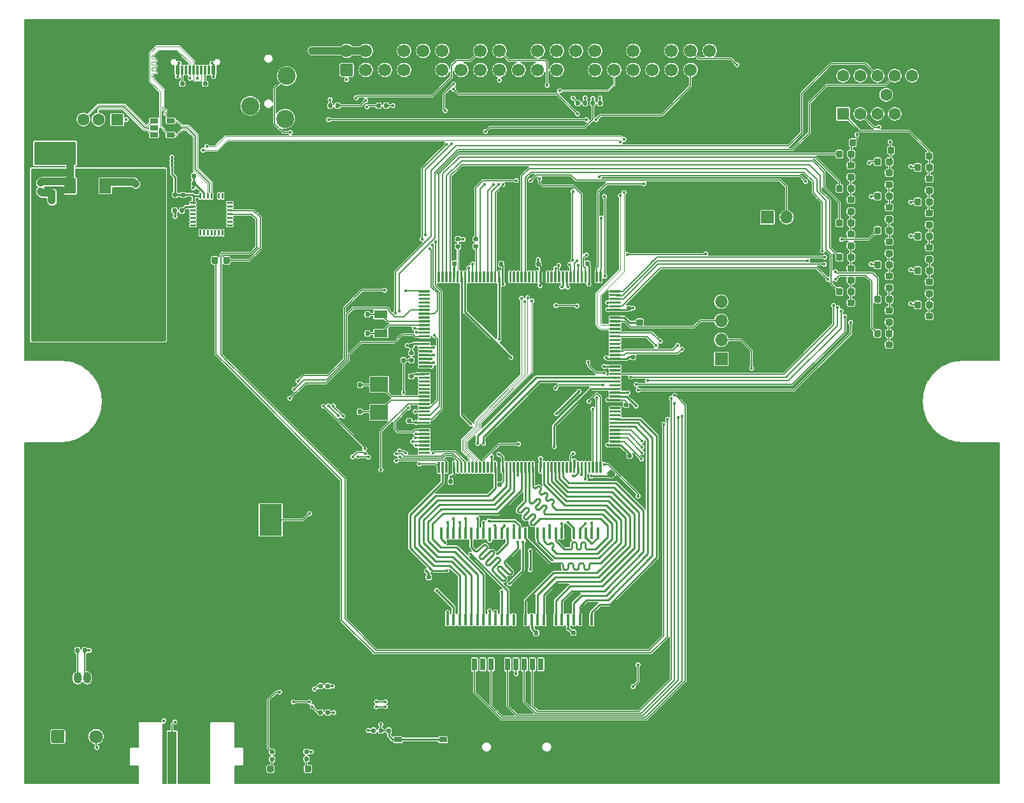
<source format=gtl>
%TF.GenerationSoftware,KiCad,Pcbnew,5.1.6*%
%TF.CreationDate,2020-08-11T14:57:00+02:00*%
%TF.ProjectId,CMM2-JLC,434d4d32-2d4a-44c4-932e-6b696361645f,C*%
%TF.SameCoordinates,Original*%
%TF.FileFunction,Copper,L1,Top*%
%TF.FilePolarity,Positive*%
%FSLAX46Y46*%
G04 Gerber Fmt 4.6, Leading zero omitted, Abs format (unit mm)*
G04 Created by KiCad (PCBNEW 5.1.6) date 2020-08-11 14:57:00*
%MOMM*%
%LPD*%
G01*
G04 APERTURE LIST*
%TA.AperFunction,ComponentPad*%
%ADD10C,1.600000*%
%TD*%
%TA.AperFunction,ComponentPad*%
%ADD11C,4.000000*%
%TD*%
%TA.AperFunction,ComponentPad*%
%ADD12R,1.600000X1.600000*%
%TD*%
%TA.AperFunction,SMDPad,CuDef*%
%ADD13R,0.600000X1.160000*%
%TD*%
%TA.AperFunction,SMDPad,CuDef*%
%ADD14R,0.300000X1.160000*%
%TD*%
%TA.AperFunction,ComponentPad*%
%ADD15O,0.900000X1.700000*%
%TD*%
%TA.AperFunction,ComponentPad*%
%ADD16O,0.900000X2.000000*%
%TD*%
%TA.AperFunction,ComponentPad*%
%ADD17C,1.700000*%
%TD*%
%TA.AperFunction,SMDPad,CuDef*%
%ADD18R,3.000000X4.200000*%
%TD*%
%TA.AperFunction,SMDPad,CuDef*%
%ADD19R,0.458000X1.510000*%
%TD*%
%TA.AperFunction,SMDPad,CuDef*%
%ADD20R,1.060000X0.650000*%
%TD*%
%TA.AperFunction,SMDPad,CuDef*%
%ADD21R,2.400000X2.000000*%
%TD*%
%TA.AperFunction,SMDPad,CuDef*%
%ADD22R,1.800000X1.000000*%
%TD*%
%TA.AperFunction,ComponentPad*%
%ADD23C,1.800000*%
%TD*%
%TA.AperFunction,SMDPad,CuDef*%
%ADD24R,1.500000X2.000000*%
%TD*%
%TA.AperFunction,SMDPad,CuDef*%
%ADD25R,3.800000X2.000000*%
%TD*%
%TA.AperFunction,ComponentPad*%
%ADD26R,1.050000X1.500000*%
%TD*%
%TA.AperFunction,ComponentPad*%
%ADD27O,1.050000X1.500000*%
%TD*%
%TA.AperFunction,SMDPad,CuDef*%
%ADD28R,3.350000X3.350000*%
%TD*%
%TA.AperFunction,SMDPad,CuDef*%
%ADD29R,1.000000X0.750000*%
%TD*%
%TA.AperFunction,ComponentPad*%
%ADD30O,1.700000X1.700000*%
%TD*%
%TA.AperFunction,ComponentPad*%
%ADD31R,1.700000X1.700000*%
%TD*%
%TA.AperFunction,SMDPad,CuDef*%
%ADD32R,0.700000X1.600000*%
%TD*%
%TA.AperFunction,SMDPad,CuDef*%
%ADD33R,1.200000X2.200000*%
%TD*%
%TA.AperFunction,SMDPad,CuDef*%
%ADD34R,1.200000X1.500000*%
%TD*%
%TA.AperFunction,SMDPad,CuDef*%
%ADD35R,1.600000X1.500000*%
%TD*%
%TA.AperFunction,ComponentPad*%
%ADD36R,1.600000X1.500000*%
%TD*%
%TA.AperFunction,ComponentPad*%
%ADD37C,3.000000*%
%TD*%
%TA.AperFunction,ComponentPad*%
%ADD38C,2.400000*%
%TD*%
%TA.AperFunction,SMDPad,CuDef*%
%ADD39R,1.270000X7.000000*%
%TD*%
%TA.AperFunction,ViaPad*%
%ADD40C,0.450000*%
%TD*%
%TA.AperFunction,Conductor*%
%ADD41C,0.289474*%
%TD*%
%TA.AperFunction,Conductor*%
%ADD42C,0.250000*%
%TD*%
%TA.AperFunction,Conductor*%
%ADD43C,1.000000*%
%TD*%
%TA.AperFunction,Conductor*%
%ADD44C,0.127000*%
%TD*%
%TA.AperFunction,Conductor*%
%ADD45C,0.500000*%
%TD*%
%TA.AperFunction,Conductor*%
%ADD46C,0.090000*%
%TD*%
%TA.AperFunction,Conductor*%
%ADD47C,0.254000*%
%TD*%
G04 APERTURE END LIST*
D10*
%TO.P,J2,8*%
%TO.N,GND*%
X132435000Y-30210000D03*
%TO.P,J2,13*%
%TO.N,/PI10*%
X133580000Y-27670000D03*
%TO.P,J2,14*%
%TO.N,/PI9*%
X135870000Y-27670000D03*
%TO.P,J2,15*%
%TO.N,Net-(J2-Pad15)*%
X138160000Y-27670000D03*
%TO.P,J2,9*%
%TO.N,Net-(J2-Pad9)*%
X134725000Y-30210000D03*
D11*
%TO.P,J2,0*%
%TO.N,GND*%
X145815000Y-30210000D03*
X120815000Y-30210000D03*
D10*
%TO.P,J2,10*%
X137015000Y-30210000D03*
%TO.P,J2,11*%
%TO.N,Net-(J2-Pad11)*%
X129000000Y-27670000D03*
%TO.P,J2,12*%
%TO.N,Net-(J2-Pad12)*%
X131290000Y-27670000D03*
%TO.P,J2,4*%
%TO.N,Net-(J2-Pad4)*%
X135870000Y-32750000D03*
%TO.P,J2,3*%
%TO.N,/VGA_BLUE*%
X133580000Y-32750000D03*
%TO.P,J2,2*%
%TO.N,/VGA_GREEN*%
X131290000Y-32750000D03*
%TO.P,J2,7*%
%TO.N,GND*%
X130145000Y-30210000D03*
D12*
%TO.P,J2,1*%
%TO.N,/VGA_RED*%
X129000000Y-32750000D03*
D10*
%TO.P,J2,6*%
%TO.N,GND*%
X127855000Y-30210000D03*
%TO.P,J2,5*%
X138160000Y-32750000D03*
%TD*%
D13*
%TO.P,J4,A12*%
%TO.N,GND*%
X39700000Y-26910000D03*
%TO.P,J4,A9*%
%TO.N,+5V*%
X40500000Y-26910000D03*
%TO.P,J4,B1*%
%TO.N,GND*%
X39700000Y-26910000D03*
%TO.P,J4,B4*%
%TO.N,+5V*%
X40500000Y-26910000D03*
%TO.P,J4,B12*%
%TO.N,GND*%
X46100000Y-26910000D03*
%TO.P,J4,A1*%
X46100000Y-26910000D03*
%TO.P,J4,B9*%
%TO.N,+5V*%
X45300000Y-26910000D03*
%TO.P,J4,A4*%
X45300000Y-26910000D03*
D14*
%TO.P,J4,B5*%
%TO.N,Net-(J4-PadB5)*%
X41150000Y-26910000D03*
%TO.P,J4,B6*%
%TO.N,/USB_C_D+*%
X42150000Y-26910000D03*
%TO.P,J4,A8*%
%TO.N,Net-(J4-PadA8)*%
X41650000Y-26910000D03*
%TO.P,J4,A5*%
%TO.N,Net-(J4-PadA5)*%
X44150000Y-26910000D03*
%TO.P,J4,B8*%
%TO.N,Net-(J4-PadB8)*%
X44650000Y-26910000D03*
%TO.P,J4,A7*%
%TO.N,/USB_C_D-*%
X42650000Y-26910000D03*
%TO.P,J4,A6*%
%TO.N,/USB_C_D+*%
X43150000Y-26910000D03*
%TO.P,J4,B7*%
%TO.N,/USB_C_D-*%
X43650000Y-26910000D03*
D15*
%TO.P,J4,S1*%
%TO.N,GND*%
X38580000Y-22160000D03*
X47220000Y-22160000D03*
D16*
X38580000Y-26330000D03*
X47220000Y-26330000D03*
%TD*%
D17*
%TO.P,J3,40*%
%TO.N,/PB13*%
X111260000Y-24360000D03*
%TO.P,J3,38*%
%TO.N,/PB15*%
X108720000Y-24360000D03*
%TO.P,J3,36*%
%TO.N,/PC6*%
X106180000Y-24360000D03*
%TO.P,J3,34*%
%TO.N,GND*%
X103640000Y-24360000D03*
%TO.P,J3,32*%
%TO.N,/PI8*%
X101100000Y-24360000D03*
%TO.P,J3,30*%
%TO.N,GND*%
X98560000Y-24360000D03*
%TO.P,J3,28*%
%TO.N,/I2C2_SCL*%
X96020000Y-24360000D03*
%TO.P,J3,26*%
%TO.N,/PC5*%
X93480000Y-24360000D03*
%TO.P,J3,24*%
%TO.N,/PC4*%
X90940000Y-24360000D03*
%TO.P,J3,22*%
%TO.N,/PA7*%
X88400000Y-24360000D03*
%TO.P,J3,20*%
%TO.N,GND*%
X85860000Y-24360000D03*
%TO.P,J3,18*%
%TO.N,/PA15*%
X83320000Y-24360000D03*
%TO.P,J3,16*%
%TO.N,/PA0*%
X80780000Y-24360000D03*
%TO.P,J3,14*%
%TO.N,GND*%
X78240000Y-24360000D03*
%TO.P,J3,12*%
%TO.N,/PA6*%
X75700000Y-24360000D03*
%TO.P,J3,10*%
%TO.N,/PA3*%
X73160000Y-24360000D03*
%TO.P,J3,8*%
%TO.N,/PA2*%
X70620000Y-24360000D03*
%TO.P,J3,6*%
%TO.N,GND*%
X68080000Y-24360000D03*
%TO.P,J3,4*%
%TO.N,+5V*%
X65540000Y-24360000D03*
%TO.P,J3,2*%
X63000000Y-24360000D03*
%TO.P,J3,39*%
%TO.N,GND*%
X111260000Y-26900000D03*
%TO.P,J3,37*%
%TO.N,/PA1*%
X108720000Y-26900000D03*
%TO.P,J3,35*%
%TO.N,/PB14*%
X106180000Y-26900000D03*
%TO.P,J3,33*%
%TO.N,/PI3*%
X103640000Y-26900000D03*
%TO.P,J3,31*%
%TO.N,/PC7*%
X101100000Y-26900000D03*
%TO.P,J3,29*%
%TO.N,/PB0*%
X98560000Y-26900000D03*
%TO.P,J3,27*%
%TO.N,/I2C2_SDA*%
X96020000Y-26900000D03*
%TO.P,J3,25*%
%TO.N,GND*%
X93480000Y-26900000D03*
%TO.P,J3,23*%
%TO.N,/PB3*%
X90940000Y-26900000D03*
%TO.P,J3,21*%
%TO.N,/PB4*%
X88400000Y-26900000D03*
%TO.P,J3,19*%
%TO.N,/PB5*%
X85860000Y-26900000D03*
%TO.P,J3,17*%
%TO.N,+3V3*%
X83320000Y-26900000D03*
%TO.P,J3,15*%
%TO.N,/PC3*%
X80780000Y-26900000D03*
%TO.P,J3,13*%
%TO.N,/PC2*%
X78240000Y-26900000D03*
%TO.P,J3,11*%
%TO.N,/PH14*%
X75700000Y-26900000D03*
%TO.P,J3,9*%
%TO.N,GND*%
X73160000Y-26900000D03*
%TO.P,J3,7*%
%TO.N,/PC1*%
X70620000Y-26900000D03*
%TO.P,J3,5*%
%TO.N,/I2C1_SCL*%
X68080000Y-26900000D03*
%TO.P,J3,3*%
%TO.N,/I2C1_SDA*%
X65540000Y-26900000D03*
%TO.P,J3,1*%
%TO.N,+3V3*%
%TA.AperFunction,ComponentPad*%
G36*
G01*
X63600000Y-27750000D02*
X62400000Y-27750000D01*
G75*
G02*
X62150000Y-27500000I0J250000D01*
G01*
X62150000Y-26300000D01*
G75*
G02*
X62400000Y-26050000I250000J0D01*
G01*
X63600000Y-26050000D01*
G75*
G02*
X63850000Y-26300000I0J-250000D01*
G01*
X63850000Y-27500000D01*
G75*
G02*
X63600000Y-27750000I-250000J0D01*
G01*
G37*
%TD.AperFunction*%
%TD*%
%TO.P,C37,2*%
%TO.N,GND*%
%TA.AperFunction,SMDPad,CuDef*%
G36*
G01*
X95653500Y-52864800D02*
X95653500Y-52519800D01*
G75*
G02*
X95801000Y-52372300I147500J0D01*
G01*
X96096000Y-52372300D01*
G75*
G02*
X96243500Y-52519800I0J-147500D01*
G01*
X96243500Y-52864800D01*
G75*
G02*
X96096000Y-53012300I-147500J0D01*
G01*
X95801000Y-53012300D01*
G75*
G02*
X95653500Y-52864800I0J147500D01*
G01*
G37*
%TD.AperFunction*%
%TO.P,C37,1*%
%TO.N,+3V3*%
%TA.AperFunction,SMDPad,CuDef*%
G36*
G01*
X94683500Y-52864800D02*
X94683500Y-52519800D01*
G75*
G02*
X94831000Y-52372300I147500J0D01*
G01*
X95126000Y-52372300D01*
G75*
G02*
X95273500Y-52519800I0J-147500D01*
G01*
X95273500Y-52864800D01*
G75*
G02*
X95126000Y-53012300I-147500J0D01*
G01*
X94831000Y-53012300D01*
G75*
G02*
X94683500Y-52864800I0J147500D01*
G01*
G37*
%TD.AperFunction*%
%TD*%
%TO.P,C36,2*%
%TO.N,GND*%
%TA.AperFunction,SMDPad,CuDef*%
G36*
G01*
X71775100Y-66980300D02*
X71430100Y-66980300D01*
G75*
G02*
X71282600Y-66832800I0J147500D01*
G01*
X71282600Y-66537800D01*
G75*
G02*
X71430100Y-66390300I147500J0D01*
G01*
X71775100Y-66390300D01*
G75*
G02*
X71922600Y-66537800I0J-147500D01*
G01*
X71922600Y-66832800D01*
G75*
G02*
X71775100Y-66980300I-147500J0D01*
G01*
G37*
%TD.AperFunction*%
%TO.P,C36,1*%
%TO.N,+3V3*%
%TA.AperFunction,SMDPad,CuDef*%
G36*
G01*
X71775100Y-67950300D02*
X71430100Y-67950300D01*
G75*
G02*
X71282600Y-67802800I0J147500D01*
G01*
X71282600Y-67507800D01*
G75*
G02*
X71430100Y-67360300I147500J0D01*
G01*
X71775100Y-67360300D01*
G75*
G02*
X71922600Y-67507800I0J-147500D01*
G01*
X71922600Y-67802800D01*
G75*
G02*
X71775100Y-67950300I-147500J0D01*
G01*
G37*
%TD.AperFunction*%
%TD*%
%TO.P,C35,2*%
%TO.N,GND*%
%TA.AperFunction,SMDPad,CuDef*%
G36*
G01*
X99979700Y-72150600D02*
X100324700Y-72150600D01*
G75*
G02*
X100472200Y-72298100I0J-147500D01*
G01*
X100472200Y-72593100D01*
G75*
G02*
X100324700Y-72740600I-147500J0D01*
G01*
X99979700Y-72740600D01*
G75*
G02*
X99832200Y-72593100I0J147500D01*
G01*
X99832200Y-72298100D01*
G75*
G02*
X99979700Y-72150600I147500J0D01*
G01*
G37*
%TD.AperFunction*%
%TO.P,C35,1*%
%TO.N,+3V3*%
%TA.AperFunction,SMDPad,CuDef*%
G36*
G01*
X99979700Y-71180600D02*
X100324700Y-71180600D01*
G75*
G02*
X100472200Y-71328100I0J-147500D01*
G01*
X100472200Y-71623100D01*
G75*
G02*
X100324700Y-71770600I-147500J0D01*
G01*
X99979700Y-71770600D01*
G75*
G02*
X99832200Y-71623100I0J147500D01*
G01*
X99832200Y-71328100D01*
G75*
G02*
X99979700Y-71180600I147500J0D01*
G01*
G37*
%TD.AperFunction*%
%TD*%
%TO.P,C34,2*%
%TO.N,GND*%
%TA.AperFunction,SMDPad,CuDef*%
G36*
G01*
X78028300Y-52852100D02*
X78028300Y-52507100D01*
G75*
G02*
X78175800Y-52359600I147500J0D01*
G01*
X78470800Y-52359600D01*
G75*
G02*
X78618300Y-52507100I0J-147500D01*
G01*
X78618300Y-52852100D01*
G75*
G02*
X78470800Y-52999600I-147500J0D01*
G01*
X78175800Y-52999600D01*
G75*
G02*
X78028300Y-52852100I0J147500D01*
G01*
G37*
%TD.AperFunction*%
%TO.P,C34,1*%
%TO.N,+3V3*%
%TA.AperFunction,SMDPad,CuDef*%
G36*
G01*
X77058300Y-52852100D02*
X77058300Y-52507100D01*
G75*
G02*
X77205800Y-52359600I147500J0D01*
G01*
X77500800Y-52359600D01*
G75*
G02*
X77648300Y-52507100I0J-147500D01*
G01*
X77648300Y-52852100D01*
G75*
G02*
X77500800Y-52999600I-147500J0D01*
G01*
X77205800Y-52999600D01*
G75*
G02*
X77058300Y-52852100I0J147500D01*
G01*
G37*
%TD.AperFunction*%
%TD*%
%TO.P,C33,2*%
%TO.N,GND*%
%TA.AperFunction,SMDPad,CuDef*%
G36*
G01*
X100436900Y-78904600D02*
X100781900Y-78904600D01*
G75*
G02*
X100929400Y-79052100I0J-147500D01*
G01*
X100929400Y-79347100D01*
G75*
G02*
X100781900Y-79494600I-147500J0D01*
G01*
X100436900Y-79494600D01*
G75*
G02*
X100289400Y-79347100I0J147500D01*
G01*
X100289400Y-79052100D01*
G75*
G02*
X100436900Y-78904600I147500J0D01*
G01*
G37*
%TD.AperFunction*%
%TO.P,C33,1*%
%TO.N,+3V3*%
%TA.AperFunction,SMDPad,CuDef*%
G36*
G01*
X100436900Y-77934600D02*
X100781900Y-77934600D01*
G75*
G02*
X100929400Y-78082100I0J-147500D01*
G01*
X100929400Y-78377100D01*
G75*
G02*
X100781900Y-78524600I-147500J0D01*
G01*
X100436900Y-78524600D01*
G75*
G02*
X100289400Y-78377100I0J147500D01*
G01*
X100289400Y-78082100D01*
G75*
G02*
X100436900Y-77934600I147500J0D01*
G01*
G37*
%TD.AperFunction*%
%TD*%
%TO.P,C32,2*%
%TO.N,GND*%
%TA.AperFunction,SMDPad,CuDef*%
G36*
G01*
X84213200Y-52915600D02*
X84213200Y-52570600D01*
G75*
G02*
X84360700Y-52423100I147500J0D01*
G01*
X84655700Y-52423100D01*
G75*
G02*
X84803200Y-52570600I0J-147500D01*
G01*
X84803200Y-52915600D01*
G75*
G02*
X84655700Y-53063100I-147500J0D01*
G01*
X84360700Y-53063100D01*
G75*
G02*
X84213200Y-52915600I0J147500D01*
G01*
G37*
%TD.AperFunction*%
%TO.P,C32,1*%
%TO.N,+3V3*%
%TA.AperFunction,SMDPad,CuDef*%
G36*
G01*
X83243200Y-52915600D02*
X83243200Y-52570600D01*
G75*
G02*
X83390700Y-52423100I147500J0D01*
G01*
X83685700Y-52423100D01*
G75*
G02*
X83833200Y-52570600I0J-147500D01*
G01*
X83833200Y-52915600D01*
G75*
G02*
X83685700Y-53063100I-147500J0D01*
G01*
X83390700Y-53063100D01*
G75*
G02*
X83243200Y-52915600I0J147500D01*
G01*
G37*
%TD.AperFunction*%
%TD*%
%TO.P,C30,2*%
%TO.N,GND*%
%TA.AperFunction,SMDPad,CuDef*%
G36*
G01*
X77482200Y-81846200D02*
X77482200Y-81501200D01*
G75*
G02*
X77629700Y-81353700I147500J0D01*
G01*
X77924700Y-81353700D01*
G75*
G02*
X78072200Y-81501200I0J-147500D01*
G01*
X78072200Y-81846200D01*
G75*
G02*
X77924700Y-81993700I-147500J0D01*
G01*
X77629700Y-81993700D01*
G75*
G02*
X77482200Y-81846200I0J147500D01*
G01*
G37*
%TD.AperFunction*%
%TO.P,C30,1*%
%TO.N,+3V3*%
%TA.AperFunction,SMDPad,CuDef*%
G36*
G01*
X76512200Y-81846200D02*
X76512200Y-81501200D01*
G75*
G02*
X76659700Y-81353700I147500J0D01*
G01*
X76954700Y-81353700D01*
G75*
G02*
X77102200Y-81501200I0J-147500D01*
G01*
X77102200Y-81846200D01*
G75*
G02*
X76954700Y-81993700I-147500J0D01*
G01*
X76659700Y-81993700D01*
G75*
G02*
X76512200Y-81846200I0J147500D01*
G01*
G37*
%TD.AperFunction*%
%TD*%
%TO.P,C29,2*%
%TO.N,GND*%
%TA.AperFunction,SMDPad,CuDef*%
G36*
G01*
X100881400Y-65772800D02*
X101226400Y-65772800D01*
G75*
G02*
X101373900Y-65920300I0J-147500D01*
G01*
X101373900Y-66215300D01*
G75*
G02*
X101226400Y-66362800I-147500J0D01*
G01*
X100881400Y-66362800D01*
G75*
G02*
X100733900Y-66215300I0J147500D01*
G01*
X100733900Y-65920300D01*
G75*
G02*
X100881400Y-65772800I147500J0D01*
G01*
G37*
%TD.AperFunction*%
%TO.P,C29,1*%
%TO.N,+3V3*%
%TA.AperFunction,SMDPad,CuDef*%
G36*
G01*
X100881400Y-64802800D02*
X101226400Y-64802800D01*
G75*
G02*
X101373900Y-64950300I0J-147500D01*
G01*
X101373900Y-65245300D01*
G75*
G02*
X101226400Y-65392800I-147500J0D01*
G01*
X100881400Y-65392800D01*
G75*
G02*
X100733900Y-65245300I0J147500D01*
G01*
X100733900Y-64950300D01*
G75*
G02*
X100881400Y-64802800I147500J0D01*
G01*
G37*
%TD.AperFunction*%
%TD*%
%TO.P,C28,2*%
%TO.N,GND*%
%TA.AperFunction,SMDPad,CuDef*%
G36*
G01*
X83509900Y-81409900D02*
X83164900Y-81409900D01*
G75*
G02*
X83017400Y-81262400I0J147500D01*
G01*
X83017400Y-80967400D01*
G75*
G02*
X83164900Y-80819900I147500J0D01*
G01*
X83509900Y-80819900D01*
G75*
G02*
X83657400Y-80967400I0J-147500D01*
G01*
X83657400Y-81262400D01*
G75*
G02*
X83509900Y-81409900I-147500J0D01*
G01*
G37*
%TD.AperFunction*%
%TO.P,C28,1*%
%TO.N,+3V3*%
%TA.AperFunction,SMDPad,CuDef*%
G36*
G01*
X83509900Y-82379900D02*
X83164900Y-82379900D01*
G75*
G02*
X83017400Y-82232400I0J147500D01*
G01*
X83017400Y-81937400D01*
G75*
G02*
X83164900Y-81789900I147500J0D01*
G01*
X83509900Y-81789900D01*
G75*
G02*
X83657400Y-81937400I0J-147500D01*
G01*
X83657400Y-82232400D01*
G75*
G02*
X83509900Y-82379900I-147500J0D01*
G01*
G37*
%TD.AperFunction*%
%TD*%
%TO.P,C27,2*%
%TO.N,GND*%
%TA.AperFunction,SMDPad,CuDef*%
G36*
G01*
X71138000Y-74256400D02*
X71483000Y-74256400D01*
G75*
G02*
X71630500Y-74403900I0J-147500D01*
G01*
X71630500Y-74698900D01*
G75*
G02*
X71483000Y-74846400I-147500J0D01*
G01*
X71138000Y-74846400D01*
G75*
G02*
X70990500Y-74698900I0J147500D01*
G01*
X70990500Y-74403900D01*
G75*
G02*
X71138000Y-74256400I147500J0D01*
G01*
G37*
%TD.AperFunction*%
%TO.P,C27,1*%
%TO.N,+3V3*%
%TA.AperFunction,SMDPad,CuDef*%
G36*
G01*
X71138000Y-73286400D02*
X71483000Y-73286400D01*
G75*
G02*
X71630500Y-73433900I0J-147500D01*
G01*
X71630500Y-73728900D01*
G75*
G02*
X71483000Y-73876400I-147500J0D01*
G01*
X71138000Y-73876400D01*
G75*
G02*
X70990500Y-73728900I0J147500D01*
G01*
X70990500Y-73433900D01*
G75*
G02*
X71138000Y-73286400I147500J0D01*
G01*
G37*
%TD.AperFunction*%
%TD*%
%TO.P,C26,2*%
%TO.N,GND*%
%TA.AperFunction,SMDPad,CuDef*%
G36*
G01*
X100335300Y-59270400D02*
X100680300Y-59270400D01*
G75*
G02*
X100827800Y-59417900I0J-147500D01*
G01*
X100827800Y-59712900D01*
G75*
G02*
X100680300Y-59860400I-147500J0D01*
G01*
X100335300Y-59860400D01*
G75*
G02*
X100187800Y-59712900I0J147500D01*
G01*
X100187800Y-59417900D01*
G75*
G02*
X100335300Y-59270400I147500J0D01*
G01*
G37*
%TD.AperFunction*%
%TO.P,C26,1*%
%TO.N,+3V3*%
%TA.AperFunction,SMDPad,CuDef*%
G36*
G01*
X100335300Y-58300400D02*
X100680300Y-58300400D01*
G75*
G02*
X100827800Y-58447900I0J-147500D01*
G01*
X100827800Y-58742900D01*
G75*
G02*
X100680300Y-58890400I-147500J0D01*
G01*
X100335300Y-58890400D01*
G75*
G02*
X100187800Y-58742900I0J147500D01*
G01*
X100187800Y-58447900D01*
G75*
G02*
X100335300Y-58300400I147500J0D01*
G01*
G37*
%TD.AperFunction*%
%TD*%
%TO.P,C25,2*%
%TO.N,GND*%
%TA.AperFunction,SMDPad,CuDef*%
G36*
G01*
X71749700Y-62929000D02*
X71404700Y-62929000D01*
G75*
G02*
X71257200Y-62781500I0J147500D01*
G01*
X71257200Y-62486500D01*
G75*
G02*
X71404700Y-62339000I147500J0D01*
G01*
X71749700Y-62339000D01*
G75*
G02*
X71897200Y-62486500I0J-147500D01*
G01*
X71897200Y-62781500D01*
G75*
G02*
X71749700Y-62929000I-147500J0D01*
G01*
G37*
%TD.AperFunction*%
%TO.P,C25,1*%
%TO.N,+3V3*%
%TA.AperFunction,SMDPad,CuDef*%
G36*
G01*
X71749700Y-63899000D02*
X71404700Y-63899000D01*
G75*
G02*
X71257200Y-63751500I0J147500D01*
G01*
X71257200Y-63456500D01*
G75*
G02*
X71404700Y-63309000I147500J0D01*
G01*
X71749700Y-63309000D01*
G75*
G02*
X71897200Y-63456500I0J-147500D01*
G01*
X71897200Y-63751500D01*
G75*
G02*
X71749700Y-63899000I-147500J0D01*
G01*
G37*
%TD.AperFunction*%
%TD*%
%TO.P,C24,2*%
%TO.N,GND*%
%TA.AperFunction,SMDPad,CuDef*%
G36*
G01*
X89166200Y-52902900D02*
X89166200Y-52557900D01*
G75*
G02*
X89313700Y-52410400I147500J0D01*
G01*
X89608700Y-52410400D01*
G75*
G02*
X89756200Y-52557900I0J-147500D01*
G01*
X89756200Y-52902900D01*
G75*
G02*
X89608700Y-53050400I-147500J0D01*
G01*
X89313700Y-53050400D01*
G75*
G02*
X89166200Y-52902900I0J147500D01*
G01*
G37*
%TD.AperFunction*%
%TO.P,C24,1*%
%TO.N,+3V3*%
%TA.AperFunction,SMDPad,CuDef*%
G36*
G01*
X88196200Y-52902900D02*
X88196200Y-52557900D01*
G75*
G02*
X88343700Y-52410400I147500J0D01*
G01*
X88638700Y-52410400D01*
G75*
G02*
X88786200Y-52557900I0J-147500D01*
G01*
X88786200Y-52902900D01*
G75*
G02*
X88638700Y-53050400I-147500J0D01*
G01*
X88343700Y-53050400D01*
G75*
G02*
X88196200Y-52902900I0J147500D01*
G01*
G37*
%TD.AperFunction*%
%TD*%
D18*
%TO.P,BT1,1*%
%TO.N,/VBAT*%
X52900000Y-86800000D03*
%TO.P,BT1,2*%
%TO.N,GND*%
X23900000Y-86800000D03*
%TD*%
D19*
%TO.P,U2,54*%
%TO.N,GND*%
X96400000Y-100050000D03*
%TO.P,U2,53*%
%TO.N,/PD10*%
X95600000Y-100050000D03*
%TO.P,U2,52*%
%TO.N,GND*%
X94800000Y-100050000D03*
%TO.P,U2,51*%
%TO.N,/PD9*%
X94000000Y-100050000D03*
%TO.P,U2,50*%
%TO.N,/PD8*%
X93200000Y-100050000D03*
%TO.P,U2,49*%
%TO.N,+3V3*%
X92400000Y-100050000D03*
%TO.P,U2,48*%
%TO.N,/PE15*%
X91600000Y-100050000D03*
%TO.P,U2,47*%
%TO.N,/PE14*%
X90800000Y-100050000D03*
%TO.P,U2,46*%
%TO.N,GND*%
X90000000Y-100050000D03*
%TO.P,U2,45*%
%TO.N,/PE13*%
X89200000Y-100050000D03*
%TO.P,U2,44*%
%TO.N,/PE12*%
X88400000Y-100050000D03*
%TO.P,U2,43*%
%TO.N,+3V3*%
X87600000Y-100050000D03*
%TO.P,U2,42*%
%TO.N,/PE11*%
X86800000Y-100050000D03*
%TO.P,U2,41*%
%TO.N,GND*%
X86000000Y-100050000D03*
%TO.P,U2,40*%
%TO.N,N/C*%
X85200000Y-100050000D03*
%TO.P,U2,39*%
%TO.N,/PE1*%
X84400000Y-100050000D03*
%TO.P,U2,38*%
%TO.N,/PG8*%
X83600000Y-100050000D03*
%TO.P,U2,37*%
%TO.N,/PH7*%
X82800000Y-100050000D03*
%TO.P,U2,36*%
%TO.N,/PG2*%
X82000000Y-100050000D03*
%TO.P,U2,35*%
%TO.N,/PG1*%
X81200000Y-100050000D03*
%TO.P,U2,34*%
%TO.N,/PF15*%
X80400000Y-100050000D03*
%TO.P,U2,33*%
%TO.N,/PF14*%
X79600000Y-100050000D03*
%TO.P,U2,32*%
%TO.N,/PF13*%
X78800000Y-100050000D03*
%TO.P,U2,31*%
%TO.N,/PF12*%
X78000000Y-100050000D03*
%TO.P,U2,30*%
%TO.N,/PF5*%
X77200000Y-100050000D03*
%TO.P,U2,29*%
%TO.N,/PF4*%
X76400000Y-100050000D03*
%TO.P,U2,28*%
%TO.N,GND*%
X75600000Y-100050000D03*
%TO.P,U2,27*%
%TO.N,+3V3*%
X75600000Y-88550000D03*
%TO.P,U2,26*%
%TO.N,/PF3*%
X76400000Y-88550000D03*
%TO.P,U2,25*%
%TO.N,/PF2*%
X77200000Y-88550000D03*
%TO.P,U2,24*%
%TO.N,/PF1*%
X78000000Y-88550000D03*
%TO.P,U2,23*%
%TO.N,/PF0*%
X78800000Y-88550000D03*
%TO.P,U2,22*%
%TO.N,/PG0*%
X79600000Y-88550000D03*
%TO.P,U2,21*%
%TO.N,/PG5*%
X80400000Y-88550000D03*
%TO.P,U2,20*%
%TO.N,/PG4*%
X81200000Y-88550000D03*
%TO.P,U2,19*%
%TO.N,/PH6*%
X82000000Y-88550000D03*
%TO.P,U2,18*%
%TO.N,/PF11*%
X82800000Y-88550000D03*
%TO.P,U2,17*%
%TO.N,/PG15*%
X83600000Y-88550000D03*
%TO.P,U2,16*%
%TO.N,/PH5*%
X84400000Y-88550000D03*
%TO.P,U2,15*%
%TO.N,/PE0*%
X85200000Y-88550000D03*
%TO.P,U2,14*%
%TO.N,+3V3*%
X86000000Y-88550000D03*
%TO.P,U2,13*%
%TO.N,/PE10*%
X86800000Y-88550000D03*
%TO.P,U2,12*%
%TO.N,GND*%
X87600000Y-88550000D03*
%TO.P,U2,11*%
%TO.N,/PE9*%
X88400000Y-88550000D03*
%TO.P,U2,10*%
%TO.N,/PE8*%
X89200000Y-88550000D03*
%TO.P,U2,9*%
%TO.N,+3V3*%
X90000000Y-88550000D03*
%TO.P,U2,8*%
%TO.N,/PE7*%
X90800000Y-88550000D03*
%TO.P,U2,7*%
%TO.N,/PD1*%
X91600000Y-88550000D03*
%TO.P,U2,6*%
%TO.N,GND*%
X92400000Y-88550000D03*
%TO.P,U2,5*%
%TO.N,/PD0*%
X93200000Y-88550000D03*
%TO.P,U2,4*%
%TO.N,/PD15*%
X94000000Y-88550000D03*
%TO.P,U2,3*%
%TO.N,+3V3*%
X94800000Y-88550000D03*
%TO.P,U2,2*%
%TO.N,/PD14*%
X95600000Y-88550000D03*
%TO.P,U2,1*%
%TO.N,+3V3*%
X96400000Y-88550000D03*
%TD*%
D20*
%TO.P,U3,5*%
%TO.N,+5V*%
X37400000Y-34600000D03*
%TO.P,U3,6*%
%TO.N,/USB_HOST_D-*%
X37400000Y-35550000D03*
%TO.P,U3,4*%
%TO.N,/USB_HOST_D+*%
X37400000Y-33650000D03*
%TO.P,U3,3*%
%TO.N,/USB_C_D+*%
X39600000Y-33650000D03*
%TO.P,U3,2*%
%TO.N,GND*%
X39600000Y-34600000D03*
%TO.P,U3,1*%
%TO.N,/USB_C_D-*%
X39600000Y-35550000D03*
%TD*%
D21*
%TO.P,Y2,2*%
%TO.N,/PH1*%
X67310000Y-72462000D03*
%TO.P,Y2,1*%
%TO.N,/PH0*%
X67310000Y-68762000D03*
%TD*%
D22*
%TO.P,Y1,2*%
%TO.N,/PC15*%
X67564000Y-61956000D03*
%TO.P,Y1,1*%
%TO.N,/PC14*%
X67564000Y-59456000D03*
%TD*%
D23*
%TO.P,U7,3*%
%TO.N,+3V3*%
X29680000Y-115600000D03*
%TO.P,U7,2*%
%TO.N,GND*%
X27140000Y-115600000D03*
%TO.P,U7,1*%
%TO.N,/PB12*%
%TA.AperFunction,ComponentPad*%
G36*
G01*
X23700000Y-116251600D02*
X23700000Y-114948400D01*
G75*
G02*
X23948400Y-114700000I248400J0D01*
G01*
X25251600Y-114700000D01*
G75*
G02*
X25500000Y-114948400I0J-248400D01*
G01*
X25500000Y-116251600D01*
G75*
G02*
X25251600Y-116500000I-248400J0D01*
G01*
X23948400Y-116500000D01*
G75*
G02*
X23700000Y-116251600I0J248400D01*
G01*
G37*
%TD.AperFunction*%
%TD*%
D24*
%TO.P,U6,1*%
%TO.N,GND*%
X30860600Y-42319200D03*
%TO.P,U6,3*%
%TO.N,+5V*%
X26260600Y-42319200D03*
%TO.P,U6,2*%
%TO.N,+3V3*%
X28560600Y-42319200D03*
D25*
X28560600Y-48619200D03*
%TD*%
D26*
%TO.P,U5,1*%
%TO.N,GND*%
X25930000Y-107800000D03*
D27*
%TO.P,U5,3*%
%TO.N,+3V3*%
X28470000Y-107800000D03*
%TO.P,U5,2*%
%TO.N,/PE2*%
X27200000Y-107800000D03*
%TD*%
D28*
%TO.P,U4,29*%
%TO.N,GND*%
X45021500Y-46101000D03*
%TO.P,U4,28*%
%TO.N,Net-(U4-Pad28)*%
%TA.AperFunction,SMDPad,CuDef*%
G36*
G01*
X47134000Y-44476000D02*
X47809000Y-44476000D01*
G75*
G02*
X47871500Y-44538500I0J-62500D01*
G01*
X47871500Y-44663500D01*
G75*
G02*
X47809000Y-44726000I-62500J0D01*
G01*
X47134000Y-44726000D01*
G75*
G02*
X47071500Y-44663500I0J62500D01*
G01*
X47071500Y-44538500D01*
G75*
G02*
X47134000Y-44476000I62500J0D01*
G01*
G37*
%TD.AperFunction*%
%TO.P,U4,27*%
%TO.N,Net-(U4-Pad27)*%
%TA.AperFunction,SMDPad,CuDef*%
G36*
G01*
X47134000Y-44976000D02*
X47809000Y-44976000D01*
G75*
G02*
X47871500Y-45038500I0J-62500D01*
G01*
X47871500Y-45163500D01*
G75*
G02*
X47809000Y-45226000I-62500J0D01*
G01*
X47134000Y-45226000D01*
G75*
G02*
X47071500Y-45163500I0J62500D01*
G01*
X47071500Y-45038500D01*
G75*
G02*
X47134000Y-44976000I62500J0D01*
G01*
G37*
%TD.AperFunction*%
%TO.P,U4,26*%
%TO.N,Net-(R50-Pad2)*%
%TA.AperFunction,SMDPad,CuDef*%
G36*
G01*
X47134000Y-45476000D02*
X47809000Y-45476000D01*
G75*
G02*
X47871500Y-45538500I0J-62500D01*
G01*
X47871500Y-45663500D01*
G75*
G02*
X47809000Y-45726000I-62500J0D01*
G01*
X47134000Y-45726000D01*
G75*
G02*
X47071500Y-45663500I0J62500D01*
G01*
X47071500Y-45538500D01*
G75*
G02*
X47134000Y-45476000I62500J0D01*
G01*
G37*
%TD.AperFunction*%
%TO.P,U4,25*%
%TO.N,/PA9*%
%TA.AperFunction,SMDPad,CuDef*%
G36*
G01*
X47134000Y-45976000D02*
X47809000Y-45976000D01*
G75*
G02*
X47871500Y-46038500I0J-62500D01*
G01*
X47871500Y-46163500D01*
G75*
G02*
X47809000Y-46226000I-62500J0D01*
G01*
X47134000Y-46226000D01*
G75*
G02*
X47071500Y-46163500I0J62500D01*
G01*
X47071500Y-46038500D01*
G75*
G02*
X47134000Y-45976000I62500J0D01*
G01*
G37*
%TD.AperFunction*%
%TO.P,U4,24*%
%TO.N,Net-(U4-Pad24)*%
%TA.AperFunction,SMDPad,CuDef*%
G36*
G01*
X47134000Y-46476000D02*
X47809000Y-46476000D01*
G75*
G02*
X47871500Y-46538500I0J-62500D01*
G01*
X47871500Y-46663500D01*
G75*
G02*
X47809000Y-46726000I-62500J0D01*
G01*
X47134000Y-46726000D01*
G75*
G02*
X47071500Y-46663500I0J62500D01*
G01*
X47071500Y-46538500D01*
G75*
G02*
X47134000Y-46476000I62500J0D01*
G01*
G37*
%TD.AperFunction*%
%TO.P,U4,23*%
%TO.N,Net-(U4-Pad23)*%
%TA.AperFunction,SMDPad,CuDef*%
G36*
G01*
X47134000Y-46976000D02*
X47809000Y-46976000D01*
G75*
G02*
X47871500Y-47038500I0J-62500D01*
G01*
X47871500Y-47163500D01*
G75*
G02*
X47809000Y-47226000I-62500J0D01*
G01*
X47134000Y-47226000D01*
G75*
G02*
X47071500Y-47163500I0J62500D01*
G01*
X47071500Y-47038500D01*
G75*
G02*
X47134000Y-46976000I62500J0D01*
G01*
G37*
%TD.AperFunction*%
%TO.P,U4,22*%
%TO.N,Net-(U4-Pad22)*%
%TA.AperFunction,SMDPad,CuDef*%
G36*
G01*
X47134000Y-47476000D02*
X47809000Y-47476000D01*
G75*
G02*
X47871500Y-47538500I0J-62500D01*
G01*
X47871500Y-47663500D01*
G75*
G02*
X47809000Y-47726000I-62500J0D01*
G01*
X47134000Y-47726000D01*
G75*
G02*
X47071500Y-47663500I0J62500D01*
G01*
X47071500Y-47538500D01*
G75*
G02*
X47134000Y-47476000I62500J0D01*
G01*
G37*
%TD.AperFunction*%
%TO.P,U4,21*%
%TO.N,Net-(U4-Pad21)*%
%TA.AperFunction,SMDPad,CuDef*%
G36*
G01*
X46459000Y-48151000D02*
X46584000Y-48151000D01*
G75*
G02*
X46646500Y-48213500I0J-62500D01*
G01*
X46646500Y-48888500D01*
G75*
G02*
X46584000Y-48951000I-62500J0D01*
G01*
X46459000Y-48951000D01*
G75*
G02*
X46396500Y-48888500I0J62500D01*
G01*
X46396500Y-48213500D01*
G75*
G02*
X46459000Y-48151000I62500J0D01*
G01*
G37*
%TD.AperFunction*%
%TO.P,U4,20*%
%TO.N,Net-(U4-Pad20)*%
%TA.AperFunction,SMDPad,CuDef*%
G36*
G01*
X45959000Y-48151000D02*
X46084000Y-48151000D01*
G75*
G02*
X46146500Y-48213500I0J-62500D01*
G01*
X46146500Y-48888500D01*
G75*
G02*
X46084000Y-48951000I-62500J0D01*
G01*
X45959000Y-48951000D01*
G75*
G02*
X45896500Y-48888500I0J62500D01*
G01*
X45896500Y-48213500D01*
G75*
G02*
X45959000Y-48151000I62500J0D01*
G01*
G37*
%TD.AperFunction*%
%TO.P,U4,19*%
%TO.N,Net-(U4-Pad19)*%
%TA.AperFunction,SMDPad,CuDef*%
G36*
G01*
X45459000Y-48151000D02*
X45584000Y-48151000D01*
G75*
G02*
X45646500Y-48213500I0J-62500D01*
G01*
X45646500Y-48888500D01*
G75*
G02*
X45584000Y-48951000I-62500J0D01*
G01*
X45459000Y-48951000D01*
G75*
G02*
X45396500Y-48888500I0J62500D01*
G01*
X45396500Y-48213500D01*
G75*
G02*
X45459000Y-48151000I62500J0D01*
G01*
G37*
%TD.AperFunction*%
%TO.P,U4,18*%
%TO.N,Net-(U4-Pad18)*%
%TA.AperFunction,SMDPad,CuDef*%
G36*
G01*
X44959000Y-48151000D02*
X45084000Y-48151000D01*
G75*
G02*
X45146500Y-48213500I0J-62500D01*
G01*
X45146500Y-48888500D01*
G75*
G02*
X45084000Y-48951000I-62500J0D01*
G01*
X44959000Y-48951000D01*
G75*
G02*
X44896500Y-48888500I0J62500D01*
G01*
X44896500Y-48213500D01*
G75*
G02*
X44959000Y-48151000I62500J0D01*
G01*
G37*
%TD.AperFunction*%
%TO.P,U4,17*%
%TO.N,Net-(U4-Pad17)*%
%TA.AperFunction,SMDPad,CuDef*%
G36*
G01*
X44459000Y-48151000D02*
X44584000Y-48151000D01*
G75*
G02*
X44646500Y-48213500I0J-62500D01*
G01*
X44646500Y-48888500D01*
G75*
G02*
X44584000Y-48951000I-62500J0D01*
G01*
X44459000Y-48951000D01*
G75*
G02*
X44396500Y-48888500I0J62500D01*
G01*
X44396500Y-48213500D01*
G75*
G02*
X44459000Y-48151000I62500J0D01*
G01*
G37*
%TD.AperFunction*%
%TO.P,U4,16*%
%TO.N,Net-(U4-Pad16)*%
%TA.AperFunction,SMDPad,CuDef*%
G36*
G01*
X43959000Y-48151000D02*
X44084000Y-48151000D01*
G75*
G02*
X44146500Y-48213500I0J-62500D01*
G01*
X44146500Y-48888500D01*
G75*
G02*
X44084000Y-48951000I-62500J0D01*
G01*
X43959000Y-48951000D01*
G75*
G02*
X43896500Y-48888500I0J62500D01*
G01*
X43896500Y-48213500D01*
G75*
G02*
X43959000Y-48151000I62500J0D01*
G01*
G37*
%TD.AperFunction*%
%TO.P,U4,15*%
%TO.N,Net-(U4-Pad15)*%
%TA.AperFunction,SMDPad,CuDef*%
G36*
G01*
X43459000Y-48151000D02*
X43584000Y-48151000D01*
G75*
G02*
X43646500Y-48213500I0J-62500D01*
G01*
X43646500Y-48888500D01*
G75*
G02*
X43584000Y-48951000I-62500J0D01*
G01*
X43459000Y-48951000D01*
G75*
G02*
X43396500Y-48888500I0J62500D01*
G01*
X43396500Y-48213500D01*
G75*
G02*
X43459000Y-48151000I62500J0D01*
G01*
G37*
%TD.AperFunction*%
%TO.P,U4,14*%
%TO.N,Net-(U4-Pad14)*%
%TA.AperFunction,SMDPad,CuDef*%
G36*
G01*
X42234000Y-47476000D02*
X42909000Y-47476000D01*
G75*
G02*
X42971500Y-47538500I0J-62500D01*
G01*
X42971500Y-47663500D01*
G75*
G02*
X42909000Y-47726000I-62500J0D01*
G01*
X42234000Y-47726000D01*
G75*
G02*
X42171500Y-47663500I0J62500D01*
G01*
X42171500Y-47538500D01*
G75*
G02*
X42234000Y-47476000I62500J0D01*
G01*
G37*
%TD.AperFunction*%
%TO.P,U4,13*%
%TO.N,Net-(U4-Pad13)*%
%TA.AperFunction,SMDPad,CuDef*%
G36*
G01*
X42234000Y-46976000D02*
X42909000Y-46976000D01*
G75*
G02*
X42971500Y-47038500I0J-62500D01*
G01*
X42971500Y-47163500D01*
G75*
G02*
X42909000Y-47226000I-62500J0D01*
G01*
X42234000Y-47226000D01*
G75*
G02*
X42171500Y-47163500I0J62500D01*
G01*
X42171500Y-47038500D01*
G75*
G02*
X42234000Y-46976000I62500J0D01*
G01*
G37*
%TD.AperFunction*%
%TO.P,U4,12*%
%TO.N,Net-(U4-Pad12)*%
%TA.AperFunction,SMDPad,CuDef*%
G36*
G01*
X42234000Y-46476000D02*
X42909000Y-46476000D01*
G75*
G02*
X42971500Y-46538500I0J-62500D01*
G01*
X42971500Y-46663500D01*
G75*
G02*
X42909000Y-46726000I-62500J0D01*
G01*
X42234000Y-46726000D01*
G75*
G02*
X42171500Y-46663500I0J62500D01*
G01*
X42171500Y-46538500D01*
G75*
G02*
X42234000Y-46476000I62500J0D01*
G01*
G37*
%TD.AperFunction*%
%TO.P,U4,11*%
%TO.N,Net-(U4-Pad11)*%
%TA.AperFunction,SMDPad,CuDef*%
G36*
G01*
X42234000Y-45976000D02*
X42909000Y-45976000D01*
G75*
G02*
X42971500Y-46038500I0J-62500D01*
G01*
X42971500Y-46163500D01*
G75*
G02*
X42909000Y-46226000I-62500J0D01*
G01*
X42234000Y-46226000D01*
G75*
G02*
X42171500Y-46163500I0J62500D01*
G01*
X42171500Y-46038500D01*
G75*
G02*
X42234000Y-45976000I62500J0D01*
G01*
G37*
%TD.AperFunction*%
%TO.P,U4,10*%
%TO.N,Net-(U4-Pad10)*%
%TA.AperFunction,SMDPad,CuDef*%
G36*
G01*
X42234000Y-45476000D02*
X42909000Y-45476000D01*
G75*
G02*
X42971500Y-45538500I0J-62500D01*
G01*
X42971500Y-45663500D01*
G75*
G02*
X42909000Y-45726000I-62500J0D01*
G01*
X42234000Y-45726000D01*
G75*
G02*
X42171500Y-45663500I0J62500D01*
G01*
X42171500Y-45538500D01*
G75*
G02*
X42234000Y-45476000I62500J0D01*
G01*
G37*
%TD.AperFunction*%
%TO.P,U4,9*%
%TO.N,Net-(R46-Pad1)*%
%TA.AperFunction,SMDPad,CuDef*%
G36*
G01*
X42234000Y-44976000D02*
X42909000Y-44976000D01*
G75*
G02*
X42971500Y-45038500I0J-62500D01*
G01*
X42971500Y-45163500D01*
G75*
G02*
X42909000Y-45226000I-62500J0D01*
G01*
X42234000Y-45226000D01*
G75*
G02*
X42171500Y-45163500I0J62500D01*
G01*
X42171500Y-45038500D01*
G75*
G02*
X42234000Y-44976000I62500J0D01*
G01*
G37*
%TD.AperFunction*%
%TO.P,U4,8*%
%TO.N,+5V*%
%TA.AperFunction,SMDPad,CuDef*%
G36*
G01*
X42234000Y-44476000D02*
X42909000Y-44476000D01*
G75*
G02*
X42971500Y-44538500I0J-62500D01*
G01*
X42971500Y-44663500D01*
G75*
G02*
X42909000Y-44726000I-62500J0D01*
G01*
X42234000Y-44726000D01*
G75*
G02*
X42171500Y-44663500I0J62500D01*
G01*
X42171500Y-44538500D01*
G75*
G02*
X42234000Y-44476000I62500J0D01*
G01*
G37*
%TD.AperFunction*%
%TO.P,U4,7*%
%TA.AperFunction,SMDPad,CuDef*%
G36*
G01*
X43459000Y-43251000D02*
X43584000Y-43251000D01*
G75*
G02*
X43646500Y-43313500I0J-62500D01*
G01*
X43646500Y-43988500D01*
G75*
G02*
X43584000Y-44051000I-62500J0D01*
G01*
X43459000Y-44051000D01*
G75*
G02*
X43396500Y-43988500I0J62500D01*
G01*
X43396500Y-43313500D01*
G75*
G02*
X43459000Y-43251000I62500J0D01*
G01*
G37*
%TD.AperFunction*%
%TO.P,U4,6*%
%TO.N,Net-(C15-Pad1)*%
%TA.AperFunction,SMDPad,CuDef*%
G36*
G01*
X43959000Y-43251000D02*
X44084000Y-43251000D01*
G75*
G02*
X44146500Y-43313500I0J-62500D01*
G01*
X44146500Y-43988500D01*
G75*
G02*
X44084000Y-44051000I-62500J0D01*
G01*
X43959000Y-44051000D01*
G75*
G02*
X43896500Y-43988500I0J62500D01*
G01*
X43896500Y-43313500D01*
G75*
G02*
X43959000Y-43251000I62500J0D01*
G01*
G37*
%TD.AperFunction*%
%TO.P,U4,5*%
%TO.N,/USB_C_D-*%
%TA.AperFunction,SMDPad,CuDef*%
G36*
G01*
X44459000Y-43251000D02*
X44584000Y-43251000D01*
G75*
G02*
X44646500Y-43313500I0J-62500D01*
G01*
X44646500Y-43988500D01*
G75*
G02*
X44584000Y-44051000I-62500J0D01*
G01*
X44459000Y-44051000D01*
G75*
G02*
X44396500Y-43988500I0J62500D01*
G01*
X44396500Y-43313500D01*
G75*
G02*
X44459000Y-43251000I62500J0D01*
G01*
G37*
%TD.AperFunction*%
%TO.P,U4,4*%
%TO.N,/USB_C_D+*%
%TA.AperFunction,SMDPad,CuDef*%
G36*
G01*
X44959000Y-43251000D02*
X45084000Y-43251000D01*
G75*
G02*
X45146500Y-43313500I0J-62500D01*
G01*
X45146500Y-43988500D01*
G75*
G02*
X45084000Y-44051000I-62500J0D01*
G01*
X44959000Y-44051000D01*
G75*
G02*
X44896500Y-43988500I0J62500D01*
G01*
X44896500Y-43313500D01*
G75*
G02*
X44959000Y-43251000I62500J0D01*
G01*
G37*
%TD.AperFunction*%
%TO.P,U4,3*%
%TO.N,GND*%
%TA.AperFunction,SMDPad,CuDef*%
G36*
G01*
X45459000Y-43251000D02*
X45584000Y-43251000D01*
G75*
G02*
X45646500Y-43313500I0J-62500D01*
G01*
X45646500Y-43988500D01*
G75*
G02*
X45584000Y-44051000I-62500J0D01*
G01*
X45459000Y-44051000D01*
G75*
G02*
X45396500Y-43988500I0J62500D01*
G01*
X45396500Y-43313500D01*
G75*
G02*
X45459000Y-43251000I62500J0D01*
G01*
G37*
%TD.AperFunction*%
%TO.P,U4,2*%
%TO.N,Net-(U4-Pad2)*%
%TA.AperFunction,SMDPad,CuDef*%
G36*
G01*
X45959000Y-43251000D02*
X46084000Y-43251000D01*
G75*
G02*
X46146500Y-43313500I0J-62500D01*
G01*
X46146500Y-43988500D01*
G75*
G02*
X46084000Y-44051000I-62500J0D01*
G01*
X45959000Y-44051000D01*
G75*
G02*
X45896500Y-43988500I0J62500D01*
G01*
X45896500Y-43313500D01*
G75*
G02*
X45959000Y-43251000I62500J0D01*
G01*
G37*
%TD.AperFunction*%
%TO.P,U4,1*%
%TO.N,Net-(U4-Pad1)*%
%TA.AperFunction,SMDPad,CuDef*%
G36*
G01*
X46459000Y-43251000D02*
X46584000Y-43251000D01*
G75*
G02*
X46646500Y-43313500I0J-62500D01*
G01*
X46646500Y-43988500D01*
G75*
G02*
X46584000Y-44051000I-62500J0D01*
G01*
X46459000Y-44051000D01*
G75*
G02*
X46396500Y-43988500I0J62500D01*
G01*
X46396500Y-43313500D01*
G75*
G02*
X46459000Y-43251000I62500J0D01*
G01*
G37*
%TD.AperFunction*%
%TD*%
D29*
%TO.P,SW1,1*%
%TO.N,GND*%
X75800000Y-119747000D03*
%TO.P,SW1,2*%
%TO.N,/RESET*%
X75800000Y-115997000D03*
X69800000Y-115997000D03*
%TO.P,SW1,1*%
%TO.N,GND*%
X69800000Y-119747000D03*
%TD*%
%TO.P,R52,2*%
%TO.N,/BOOT0*%
%TA.AperFunction,SMDPad,CuDef*%
G36*
G01*
X79977500Y-50075000D02*
X80322500Y-50075000D01*
G75*
G02*
X80470000Y-50222500I0J-147500D01*
G01*
X80470000Y-50517500D01*
G75*
G02*
X80322500Y-50665000I-147500J0D01*
G01*
X79977500Y-50665000D01*
G75*
G02*
X79830000Y-50517500I0J147500D01*
G01*
X79830000Y-50222500D01*
G75*
G02*
X79977500Y-50075000I147500J0D01*
G01*
G37*
%TD.AperFunction*%
%TO.P,R52,1*%
%TO.N,Net-(J9-Pad2)*%
%TA.AperFunction,SMDPad,CuDef*%
G36*
G01*
X79977500Y-49105000D02*
X80322500Y-49105000D01*
G75*
G02*
X80470000Y-49252500I0J-147500D01*
G01*
X80470000Y-49547500D01*
G75*
G02*
X80322500Y-49695000I-147500J0D01*
G01*
X79977500Y-49695000D01*
G75*
G02*
X79830000Y-49547500I0J147500D01*
G01*
X79830000Y-49252500D01*
G75*
G02*
X79977500Y-49105000I147500J0D01*
G01*
G37*
%TD.AperFunction*%
%TD*%
%TO.P,R51,2*%
%TO.N,+3V3*%
%TA.AperFunction,SMDPad,CuDef*%
G36*
G01*
X66866000Y-114651500D02*
X66866000Y-114996500D01*
G75*
G02*
X66718500Y-115144000I-147500J0D01*
G01*
X66423500Y-115144000D01*
G75*
G02*
X66276000Y-114996500I0J147500D01*
G01*
X66276000Y-114651500D01*
G75*
G02*
X66423500Y-114504000I147500J0D01*
G01*
X66718500Y-114504000D01*
G75*
G02*
X66866000Y-114651500I0J-147500D01*
G01*
G37*
%TD.AperFunction*%
%TO.P,R51,1*%
%TO.N,/RESET*%
%TA.AperFunction,SMDPad,CuDef*%
G36*
G01*
X67836000Y-114651500D02*
X67836000Y-114996500D01*
G75*
G02*
X67688500Y-115144000I-147500J0D01*
G01*
X67393500Y-115144000D01*
G75*
G02*
X67246000Y-114996500I0J147500D01*
G01*
X67246000Y-114651500D01*
G75*
G02*
X67393500Y-114504000I147500J0D01*
G01*
X67688500Y-114504000D01*
G75*
G02*
X67836000Y-114651500I0J-147500D01*
G01*
G37*
%TD.AperFunction*%
%TD*%
%TO.P,R50,2*%
%TO.N,Net-(R50-Pad2)*%
%TA.AperFunction,SMDPad,CuDef*%
G36*
G01*
X46600000Y-52506250D02*
X46600000Y-51993750D01*
G75*
G02*
X46818750Y-51775000I218750J0D01*
G01*
X47256250Y-51775000D01*
G75*
G02*
X47475000Y-51993750I0J-218750D01*
G01*
X47475000Y-52506250D01*
G75*
G02*
X47256250Y-52725000I-218750J0D01*
G01*
X46818750Y-52725000D01*
G75*
G02*
X46600000Y-52506250I0J218750D01*
G01*
G37*
%TD.AperFunction*%
%TO.P,R50,1*%
%TO.N,/PA10*%
%TA.AperFunction,SMDPad,CuDef*%
G36*
G01*
X45025000Y-52506250D02*
X45025000Y-51993750D01*
G75*
G02*
X45243750Y-51775000I218750J0D01*
G01*
X45681250Y-51775000D01*
G75*
G02*
X45900000Y-51993750I0J-218750D01*
G01*
X45900000Y-52506250D01*
G75*
G02*
X45681250Y-52725000I-218750J0D01*
G01*
X45243750Y-52725000D01*
G75*
G02*
X45025000Y-52506250I0J218750D01*
G01*
G37*
%TD.AperFunction*%
%TD*%
%TO.P,R49,2*%
%TO.N,+3V3*%
%TA.AperFunction,SMDPad,CuDef*%
G36*
G01*
X27876000Y-104312500D02*
X27876000Y-103967500D01*
G75*
G02*
X28023500Y-103820000I147500J0D01*
G01*
X28318500Y-103820000D01*
G75*
G02*
X28466000Y-103967500I0J-147500D01*
G01*
X28466000Y-104312500D01*
G75*
G02*
X28318500Y-104460000I-147500J0D01*
G01*
X28023500Y-104460000D01*
G75*
G02*
X27876000Y-104312500I0J147500D01*
G01*
G37*
%TD.AperFunction*%
%TO.P,R49,1*%
%TO.N,/PE2*%
%TA.AperFunction,SMDPad,CuDef*%
G36*
G01*
X26906000Y-104312500D02*
X26906000Y-103967500D01*
G75*
G02*
X27053500Y-103820000I147500J0D01*
G01*
X27348500Y-103820000D01*
G75*
G02*
X27496000Y-103967500I0J-147500D01*
G01*
X27496000Y-104312500D01*
G75*
G02*
X27348500Y-104460000I-147500J0D01*
G01*
X27053500Y-104460000D01*
G75*
G02*
X26906000Y-104312500I0J147500D01*
G01*
G37*
%TD.AperFunction*%
%TD*%
%TO.P,R48,2*%
%TO.N,+3V3*%
%TA.AperFunction,SMDPad,CuDef*%
G36*
G01*
X57830500Y-117913000D02*
X57485500Y-117913000D01*
G75*
G02*
X57338000Y-117765500I0J147500D01*
G01*
X57338000Y-117470500D01*
G75*
G02*
X57485500Y-117323000I147500J0D01*
G01*
X57830500Y-117323000D01*
G75*
G02*
X57978000Y-117470500I0J-147500D01*
G01*
X57978000Y-117765500D01*
G75*
G02*
X57830500Y-117913000I-147500J0D01*
G01*
G37*
%TD.AperFunction*%
%TO.P,R48,1*%
%TO.N,Net-(D2-Pad2)*%
%TA.AperFunction,SMDPad,CuDef*%
G36*
G01*
X57830500Y-118883000D02*
X57485500Y-118883000D01*
G75*
G02*
X57338000Y-118735500I0J147500D01*
G01*
X57338000Y-118440500D01*
G75*
G02*
X57485500Y-118293000I147500J0D01*
G01*
X57830500Y-118293000D01*
G75*
G02*
X57978000Y-118440500I0J-147500D01*
G01*
X57978000Y-118735500D01*
G75*
G02*
X57830500Y-118883000I-147500J0D01*
G01*
G37*
%TD.AperFunction*%
%TD*%
%TO.P,R47,2*%
%TO.N,/PI11*%
%TA.AperFunction,SMDPad,CuDef*%
G36*
G01*
X53258500Y-117936000D02*
X52913500Y-117936000D01*
G75*
G02*
X52766000Y-117788500I0J147500D01*
G01*
X52766000Y-117493500D01*
G75*
G02*
X52913500Y-117346000I147500J0D01*
G01*
X53258500Y-117346000D01*
G75*
G02*
X53406000Y-117493500I0J-147500D01*
G01*
X53406000Y-117788500D01*
G75*
G02*
X53258500Y-117936000I-147500J0D01*
G01*
G37*
%TD.AperFunction*%
%TO.P,R47,1*%
%TO.N,Net-(D1-Pad2)*%
%TA.AperFunction,SMDPad,CuDef*%
G36*
G01*
X53258500Y-118906000D02*
X52913500Y-118906000D01*
G75*
G02*
X52766000Y-118758500I0J147500D01*
G01*
X52766000Y-118463500D01*
G75*
G02*
X52913500Y-118316000I147500J0D01*
G01*
X53258500Y-118316000D01*
G75*
G02*
X53406000Y-118463500I0J-147500D01*
G01*
X53406000Y-118758500D01*
G75*
G02*
X53258500Y-118906000I-147500J0D01*
G01*
G37*
%TD.AperFunction*%
%TD*%
%TO.P,R46,2*%
%TO.N,Net-(C15-Pad1)*%
%TA.AperFunction,SMDPad,CuDef*%
G36*
G01*
X40410000Y-45427500D02*
X40410000Y-45772500D01*
G75*
G02*
X40262500Y-45920000I-147500J0D01*
G01*
X39967500Y-45920000D01*
G75*
G02*
X39820000Y-45772500I0J147500D01*
G01*
X39820000Y-45427500D01*
G75*
G02*
X39967500Y-45280000I147500J0D01*
G01*
X40262500Y-45280000D01*
G75*
G02*
X40410000Y-45427500I0J-147500D01*
G01*
G37*
%TD.AperFunction*%
%TO.P,R46,1*%
%TO.N,Net-(R46-Pad1)*%
%TA.AperFunction,SMDPad,CuDef*%
G36*
G01*
X41380000Y-45427500D02*
X41380000Y-45772500D01*
G75*
G02*
X41232500Y-45920000I-147500J0D01*
G01*
X40937500Y-45920000D01*
G75*
G02*
X40790000Y-45772500I0J147500D01*
G01*
X40790000Y-45427500D01*
G75*
G02*
X40937500Y-45280000I147500J0D01*
G01*
X41232500Y-45280000D01*
G75*
G02*
X41380000Y-45427500I0J-147500D01*
G01*
G37*
%TD.AperFunction*%
%TD*%
%TO.P,R45,2*%
%TO.N,GND*%
%TA.AperFunction,SMDPad,CuDef*%
G36*
G01*
X40975500Y-29400000D02*
X41320500Y-29400000D01*
G75*
G02*
X41468000Y-29547500I0J-147500D01*
G01*
X41468000Y-29842500D01*
G75*
G02*
X41320500Y-29990000I-147500J0D01*
G01*
X40975500Y-29990000D01*
G75*
G02*
X40828000Y-29842500I0J147500D01*
G01*
X40828000Y-29547500D01*
G75*
G02*
X40975500Y-29400000I147500J0D01*
G01*
G37*
%TD.AperFunction*%
%TO.P,R45,1*%
%TO.N,Net-(J4-PadB5)*%
%TA.AperFunction,SMDPad,CuDef*%
G36*
G01*
X40975500Y-28430000D02*
X41320500Y-28430000D01*
G75*
G02*
X41468000Y-28577500I0J-147500D01*
G01*
X41468000Y-28872500D01*
G75*
G02*
X41320500Y-29020000I-147500J0D01*
G01*
X40975500Y-29020000D01*
G75*
G02*
X40828000Y-28872500I0J147500D01*
G01*
X40828000Y-28577500D01*
G75*
G02*
X40975500Y-28430000I147500J0D01*
G01*
G37*
%TD.AperFunction*%
%TD*%
%TO.P,R44,2*%
%TO.N,Net-(J4-PadA5)*%
%TA.AperFunction,SMDPad,CuDef*%
G36*
G01*
X44368500Y-29020000D02*
X44023500Y-29020000D01*
G75*
G02*
X43876000Y-28872500I0J147500D01*
G01*
X43876000Y-28577500D01*
G75*
G02*
X44023500Y-28430000I147500J0D01*
G01*
X44368500Y-28430000D01*
G75*
G02*
X44516000Y-28577500I0J-147500D01*
G01*
X44516000Y-28872500D01*
G75*
G02*
X44368500Y-29020000I-147500J0D01*
G01*
G37*
%TD.AperFunction*%
%TO.P,R44,1*%
%TO.N,GND*%
%TA.AperFunction,SMDPad,CuDef*%
G36*
G01*
X44368500Y-29990000D02*
X44023500Y-29990000D01*
G75*
G02*
X43876000Y-29842500I0J147500D01*
G01*
X43876000Y-29547500D01*
G75*
G02*
X44023500Y-29400000I147500J0D01*
G01*
X44368500Y-29400000D01*
G75*
G02*
X44516000Y-29547500I0J-147500D01*
G01*
X44516000Y-29842500D01*
G75*
G02*
X44368500Y-29990000I-147500J0D01*
G01*
G37*
%TD.AperFunction*%
%TD*%
%TO.P,R43,2*%
%TO.N,Net-(C8-Pad1)*%
%TA.AperFunction,SMDPad,CuDef*%
G36*
G01*
X71427500Y-65240000D02*
X71772500Y-65240000D01*
G75*
G02*
X71920000Y-65387500I0J-147500D01*
G01*
X71920000Y-65682500D01*
G75*
G02*
X71772500Y-65830000I-147500J0D01*
G01*
X71427500Y-65830000D01*
G75*
G02*
X71280000Y-65682500I0J147500D01*
G01*
X71280000Y-65387500D01*
G75*
G02*
X71427500Y-65240000I147500J0D01*
G01*
G37*
%TD.AperFunction*%
%TO.P,R43,1*%
%TO.N,+3V3*%
%TA.AperFunction,SMDPad,CuDef*%
G36*
G01*
X71427500Y-64270000D02*
X71772500Y-64270000D01*
G75*
G02*
X71920000Y-64417500I0J-147500D01*
G01*
X71920000Y-64712500D01*
G75*
G02*
X71772500Y-64860000I-147500J0D01*
G01*
X71427500Y-64860000D01*
G75*
G02*
X71280000Y-64712500I0J147500D01*
G01*
X71280000Y-64417500D01*
G75*
G02*
X71427500Y-64270000I147500J0D01*
G01*
G37*
%TD.AperFunction*%
%TD*%
%TO.P,R42,2*%
%TO.N,+3V3*%
%TA.AperFunction,SMDPad,CuDef*%
G36*
G01*
X77972500Y-49710000D02*
X77627500Y-49710000D01*
G75*
G02*
X77480000Y-49562500I0J147500D01*
G01*
X77480000Y-49267500D01*
G75*
G02*
X77627500Y-49120000I147500J0D01*
G01*
X77972500Y-49120000D01*
G75*
G02*
X78120000Y-49267500I0J-147500D01*
G01*
X78120000Y-49562500D01*
G75*
G02*
X77972500Y-49710000I-147500J0D01*
G01*
G37*
%TD.AperFunction*%
%TO.P,R42,1*%
%TO.N,Net-(R42-Pad1)*%
%TA.AperFunction,SMDPad,CuDef*%
G36*
G01*
X77972500Y-50680000D02*
X77627500Y-50680000D01*
G75*
G02*
X77480000Y-50532500I0J147500D01*
G01*
X77480000Y-50237500D01*
G75*
G02*
X77627500Y-50090000I147500J0D01*
G01*
X77972500Y-50090000D01*
G75*
G02*
X78120000Y-50237500I0J-147500D01*
G01*
X78120000Y-50532500D01*
G75*
G02*
X77972500Y-50680000I-147500J0D01*
G01*
G37*
%TD.AperFunction*%
%TD*%
%TO.P,R41,2*%
%TO.N,GND*%
%TA.AperFunction,SMDPad,CuDef*%
G36*
G01*
X136494000Y-37848250D02*
X136494000Y-37335750D01*
G75*
G02*
X136712750Y-37117000I218750J0D01*
G01*
X137150250Y-37117000D01*
G75*
G02*
X137369000Y-37335750I0J-218750D01*
G01*
X137369000Y-37848250D01*
G75*
G02*
X137150250Y-38067000I-218750J0D01*
G01*
X136712750Y-38067000D01*
G75*
G02*
X136494000Y-37848250I0J218750D01*
G01*
G37*
%TD.AperFunction*%
%TO.P,R41,1*%
%TO.N,/VGA_GREEN*%
%TA.AperFunction,SMDPad,CuDef*%
G36*
G01*
X134919000Y-37848250D02*
X134919000Y-37335750D01*
G75*
G02*
X135137750Y-37117000I218750J0D01*
G01*
X135575250Y-37117000D01*
G75*
G02*
X135794000Y-37335750I0J-218750D01*
G01*
X135794000Y-37848250D01*
G75*
G02*
X135575250Y-38067000I-218750J0D01*
G01*
X135137750Y-38067000D01*
G75*
G02*
X134919000Y-37848250I0J218750D01*
G01*
G37*
%TD.AperFunction*%
%TD*%
%TO.P,R40,2*%
%TO.N,/VGA_GREEN*%
%TA.AperFunction,SMDPad,CuDef*%
G36*
G01*
X134716000Y-39372250D02*
X134716000Y-38859750D01*
G75*
G02*
X134934750Y-38641000I218750J0D01*
G01*
X135372250Y-38641000D01*
G75*
G02*
X135591000Y-38859750I0J-218750D01*
G01*
X135591000Y-39372250D01*
G75*
G02*
X135372250Y-39591000I-218750J0D01*
G01*
X134934750Y-39591000D01*
G75*
G02*
X134716000Y-39372250I0J218750D01*
G01*
G37*
%TD.AperFunction*%
%TO.P,R40,1*%
%TO.N,/PI2*%
%TA.AperFunction,SMDPad,CuDef*%
G36*
G01*
X133141000Y-39372250D02*
X133141000Y-38859750D01*
G75*
G02*
X133359750Y-38641000I218750J0D01*
G01*
X133797250Y-38641000D01*
G75*
G02*
X134016000Y-38859750I0J-218750D01*
G01*
X134016000Y-39372250D01*
G75*
G02*
X133797250Y-39591000I-218750J0D01*
G01*
X133359750Y-39591000D01*
G75*
G02*
X133141000Y-39372250I0J218750D01*
G01*
G37*
%TD.AperFunction*%
%TD*%
%TO.P,R39,2*%
%TO.N,Net-(R32-Pad1)*%
%TA.AperFunction,SMDPad,CuDef*%
G36*
G01*
X134871750Y-41726499D02*
X135384250Y-41726499D01*
G75*
G02*
X135603000Y-41945249I0J-218750D01*
G01*
X135603000Y-42382749D01*
G75*
G02*
X135384250Y-42601499I-218750J0D01*
G01*
X134871750Y-42601499D01*
G75*
G02*
X134653000Y-42382749I0J218750D01*
G01*
X134653000Y-41945249D01*
G75*
G02*
X134871750Y-41726499I218750J0D01*
G01*
G37*
%TD.AperFunction*%
%TO.P,R39,1*%
%TO.N,/VGA_GREEN*%
%TA.AperFunction,SMDPad,CuDef*%
G36*
G01*
X134871750Y-40151499D02*
X135384250Y-40151499D01*
G75*
G02*
X135603000Y-40370249I0J-218750D01*
G01*
X135603000Y-40807749D01*
G75*
G02*
X135384250Y-41026499I-218750J0D01*
G01*
X134871750Y-41026499D01*
G75*
G02*
X134653000Y-40807749I0J218750D01*
G01*
X134653000Y-40370249D01*
G75*
G02*
X134871750Y-40151499I218750J0D01*
G01*
G37*
%TD.AperFunction*%
%TD*%
%TO.P,R38,2*%
%TO.N,GND*%
%TA.AperFunction,SMDPad,CuDef*%
G36*
G01*
X131414000Y-36832250D02*
X131414000Y-36319750D01*
G75*
G02*
X131632750Y-36101000I218750J0D01*
G01*
X132070250Y-36101000D01*
G75*
G02*
X132289000Y-36319750I0J-218750D01*
G01*
X132289000Y-36832250D01*
G75*
G02*
X132070250Y-37051000I-218750J0D01*
G01*
X131632750Y-37051000D01*
G75*
G02*
X131414000Y-36832250I0J218750D01*
G01*
G37*
%TD.AperFunction*%
%TO.P,R38,1*%
%TO.N,/VGA_BLUE*%
%TA.AperFunction,SMDPad,CuDef*%
G36*
G01*
X129839000Y-36832250D02*
X129839000Y-36319750D01*
G75*
G02*
X130057750Y-36101000I218750J0D01*
G01*
X130495250Y-36101000D01*
G75*
G02*
X130714000Y-36319750I0J-218750D01*
G01*
X130714000Y-36832250D01*
G75*
G02*
X130495250Y-37051000I-218750J0D01*
G01*
X130057750Y-37051000D01*
G75*
G02*
X129839000Y-36832250I0J218750D01*
G01*
G37*
%TD.AperFunction*%
%TD*%
%TO.P,R37,2*%
%TO.N,/VGA_BLUE*%
%TA.AperFunction,SMDPad,CuDef*%
G36*
G01*
X129636000Y-38356250D02*
X129636000Y-37843750D01*
G75*
G02*
X129854750Y-37625000I218750J0D01*
G01*
X130292250Y-37625000D01*
G75*
G02*
X130511000Y-37843750I0J-218750D01*
G01*
X130511000Y-38356250D01*
G75*
G02*
X130292250Y-38575000I-218750J0D01*
G01*
X129854750Y-38575000D01*
G75*
G02*
X129636000Y-38356250I0J218750D01*
G01*
G37*
%TD.AperFunction*%
%TO.P,R37,1*%
%TO.N,/PI7*%
%TA.AperFunction,SMDPad,CuDef*%
G36*
G01*
X128061000Y-38356250D02*
X128061000Y-37843750D01*
G75*
G02*
X128279750Y-37625000I218750J0D01*
G01*
X128717250Y-37625000D01*
G75*
G02*
X128936000Y-37843750I0J-218750D01*
G01*
X128936000Y-38356250D01*
G75*
G02*
X128717250Y-38575000I-218750J0D01*
G01*
X128279750Y-38575000D01*
G75*
G02*
X128061000Y-38356250I0J218750D01*
G01*
G37*
%TD.AperFunction*%
%TD*%
%TO.P,R36,2*%
%TO.N,Net-(R32-Pad1)*%
%TA.AperFunction,SMDPad,CuDef*%
G36*
G01*
X134716000Y-43944250D02*
X134716000Y-43431750D01*
G75*
G02*
X134934750Y-43213000I218750J0D01*
G01*
X135372250Y-43213000D01*
G75*
G02*
X135591000Y-43431750I0J-218750D01*
G01*
X135591000Y-43944250D01*
G75*
G02*
X135372250Y-44163000I-218750J0D01*
G01*
X134934750Y-44163000D01*
G75*
G02*
X134716000Y-43944250I0J218750D01*
G01*
G37*
%TD.AperFunction*%
%TO.P,R36,1*%
%TO.N,/PI1*%
%TA.AperFunction,SMDPad,CuDef*%
G36*
G01*
X133141000Y-43944250D02*
X133141000Y-43431750D01*
G75*
G02*
X133359750Y-43213000I218750J0D01*
G01*
X133797250Y-43213000D01*
G75*
G02*
X134016000Y-43431750I0J-218750D01*
G01*
X134016000Y-43944250D01*
G75*
G02*
X133797250Y-44163000I-218750J0D01*
G01*
X133359750Y-44163000D01*
G75*
G02*
X133141000Y-43944250I0J218750D01*
G01*
G37*
%TD.AperFunction*%
%TD*%
%TO.P,R35,2*%
%TO.N,GND*%
%TA.AperFunction,SMDPad,CuDef*%
G36*
G01*
X141574000Y-38610250D02*
X141574000Y-38097750D01*
G75*
G02*
X141792750Y-37879000I218750J0D01*
G01*
X142230250Y-37879000D01*
G75*
G02*
X142449000Y-38097750I0J-218750D01*
G01*
X142449000Y-38610250D01*
G75*
G02*
X142230250Y-38829000I-218750J0D01*
G01*
X141792750Y-38829000D01*
G75*
G02*
X141574000Y-38610250I0J218750D01*
G01*
G37*
%TD.AperFunction*%
%TO.P,R35,1*%
%TO.N,/VGA_RED*%
%TA.AperFunction,SMDPad,CuDef*%
G36*
G01*
X139999000Y-38610250D02*
X139999000Y-38097750D01*
G75*
G02*
X140217750Y-37879000I218750J0D01*
G01*
X140655250Y-37879000D01*
G75*
G02*
X140874000Y-38097750I0J-218750D01*
G01*
X140874000Y-38610250D01*
G75*
G02*
X140655250Y-38829000I-218750J0D01*
G01*
X140217750Y-38829000D01*
G75*
G02*
X139999000Y-38610250I0J218750D01*
G01*
G37*
%TD.AperFunction*%
%TD*%
%TO.P,R34,2*%
%TO.N,/VGA_RED*%
%TA.AperFunction,SMDPad,CuDef*%
G36*
G01*
X140050000Y-40134250D02*
X140050000Y-39621750D01*
G75*
G02*
X140268750Y-39403000I218750J0D01*
G01*
X140706250Y-39403000D01*
G75*
G02*
X140925000Y-39621750I0J-218750D01*
G01*
X140925000Y-40134250D01*
G75*
G02*
X140706250Y-40353000I-218750J0D01*
G01*
X140268750Y-40353000D01*
G75*
G02*
X140050000Y-40134250I0J218750D01*
G01*
G37*
%TD.AperFunction*%
%TO.P,R34,1*%
%TO.N,/PG6*%
%TA.AperFunction,SMDPad,CuDef*%
G36*
G01*
X138475000Y-40134250D02*
X138475000Y-39621750D01*
G75*
G02*
X138693750Y-39403000I218750J0D01*
G01*
X139131250Y-39403000D01*
G75*
G02*
X139350000Y-39621750I0J-218750D01*
G01*
X139350000Y-40134250D01*
G75*
G02*
X139131250Y-40353000I-218750J0D01*
G01*
X138693750Y-40353000D01*
G75*
G02*
X138475000Y-40134250I0J218750D01*
G01*
G37*
%TD.AperFunction*%
%TD*%
%TO.P,R33,2*%
%TO.N,Net-(R27-Pad1)*%
%TA.AperFunction,SMDPad,CuDef*%
G36*
G01*
X129791750Y-40736000D02*
X130304250Y-40736000D01*
G75*
G02*
X130523000Y-40954750I0J-218750D01*
G01*
X130523000Y-41392250D01*
G75*
G02*
X130304250Y-41611000I-218750J0D01*
G01*
X129791750Y-41611000D01*
G75*
G02*
X129573000Y-41392250I0J218750D01*
G01*
X129573000Y-40954750D01*
G75*
G02*
X129791750Y-40736000I218750J0D01*
G01*
G37*
%TD.AperFunction*%
%TO.P,R33,1*%
%TO.N,/VGA_BLUE*%
%TA.AperFunction,SMDPad,CuDef*%
G36*
G01*
X129791750Y-39161000D02*
X130304250Y-39161000D01*
G75*
G02*
X130523000Y-39379750I0J-218750D01*
G01*
X130523000Y-39817250D01*
G75*
G02*
X130304250Y-40036000I-218750J0D01*
G01*
X129791750Y-40036000D01*
G75*
G02*
X129573000Y-39817250I0J218750D01*
G01*
X129573000Y-39379750D01*
G75*
G02*
X129791750Y-39161000I218750J0D01*
G01*
G37*
%TD.AperFunction*%
%TD*%
%TO.P,R32,2*%
%TO.N,Net-(R26-Pad1)*%
%TA.AperFunction,SMDPad,CuDef*%
G36*
G01*
X134871750Y-46324000D02*
X135384250Y-46324000D01*
G75*
G02*
X135603000Y-46542750I0J-218750D01*
G01*
X135603000Y-46980250D01*
G75*
G02*
X135384250Y-47199000I-218750J0D01*
G01*
X134871750Y-47199000D01*
G75*
G02*
X134653000Y-46980250I0J218750D01*
G01*
X134653000Y-46542750D01*
G75*
G02*
X134871750Y-46324000I218750J0D01*
G01*
G37*
%TD.AperFunction*%
%TO.P,R32,1*%
%TO.N,Net-(R32-Pad1)*%
%TA.AperFunction,SMDPad,CuDef*%
G36*
G01*
X134871750Y-44749000D02*
X135384250Y-44749000D01*
G75*
G02*
X135603000Y-44967750I0J-218750D01*
G01*
X135603000Y-45405250D01*
G75*
G02*
X135384250Y-45624000I-218750J0D01*
G01*
X134871750Y-45624000D01*
G75*
G02*
X134653000Y-45405250I0J218750D01*
G01*
X134653000Y-44967750D01*
G75*
G02*
X134871750Y-44749000I218750J0D01*
G01*
G37*
%TD.AperFunction*%
%TD*%
%TO.P,R31,2*%
%TO.N,Net-(R25-Pad1)*%
%TA.AperFunction,SMDPad,CuDef*%
G36*
G01*
X140205750Y-42514000D02*
X140718250Y-42514000D01*
G75*
G02*
X140937000Y-42732750I0J-218750D01*
G01*
X140937000Y-43170250D01*
G75*
G02*
X140718250Y-43389000I-218750J0D01*
G01*
X140205750Y-43389000D01*
G75*
G02*
X139987000Y-43170250I0J218750D01*
G01*
X139987000Y-42732750D01*
G75*
G02*
X140205750Y-42514000I218750J0D01*
G01*
G37*
%TD.AperFunction*%
%TO.P,R31,1*%
%TO.N,/VGA_RED*%
%TA.AperFunction,SMDPad,CuDef*%
G36*
G01*
X140205750Y-40939000D02*
X140718250Y-40939000D01*
G75*
G02*
X140937000Y-41157750I0J-218750D01*
G01*
X140937000Y-41595250D01*
G75*
G02*
X140718250Y-41814000I-218750J0D01*
G01*
X140205750Y-41814000D01*
G75*
G02*
X139987000Y-41595250I0J218750D01*
G01*
X139987000Y-41157750D01*
G75*
G02*
X140205750Y-40939000I218750J0D01*
G01*
G37*
%TD.AperFunction*%
%TD*%
%TO.P,R30,2*%
%TO.N,Net-(R27-Pad1)*%
%TA.AperFunction,SMDPad,CuDef*%
G36*
G01*
X129636000Y-42928250D02*
X129636000Y-42415750D01*
G75*
G02*
X129854750Y-42197000I218750J0D01*
G01*
X130292250Y-42197000D01*
G75*
G02*
X130511000Y-42415750I0J-218750D01*
G01*
X130511000Y-42928250D01*
G75*
G02*
X130292250Y-43147000I-218750J0D01*
G01*
X129854750Y-43147000D01*
G75*
G02*
X129636000Y-42928250I0J218750D01*
G01*
G37*
%TD.AperFunction*%
%TO.P,R30,1*%
%TO.N,/PI6*%
%TA.AperFunction,SMDPad,CuDef*%
G36*
G01*
X128061000Y-42928250D02*
X128061000Y-42415750D01*
G75*
G02*
X128279750Y-42197000I218750J0D01*
G01*
X128717250Y-42197000D01*
G75*
G02*
X128936000Y-42415750I0J-218750D01*
G01*
X128936000Y-42928250D01*
G75*
G02*
X128717250Y-43147000I-218750J0D01*
G01*
X128279750Y-43147000D01*
G75*
G02*
X128061000Y-42928250I0J218750D01*
G01*
G37*
%TD.AperFunction*%
%TD*%
%TO.P,R29,2*%
%TO.N,Net-(R26-Pad1)*%
%TA.AperFunction,SMDPad,CuDef*%
G36*
G01*
X134716000Y-48516250D02*
X134716000Y-48003750D01*
G75*
G02*
X134934750Y-47785000I218750J0D01*
G01*
X135372250Y-47785000D01*
G75*
G02*
X135591000Y-48003750I0J-218750D01*
G01*
X135591000Y-48516250D01*
G75*
G02*
X135372250Y-48735000I-218750J0D01*
G01*
X134934750Y-48735000D01*
G75*
G02*
X134716000Y-48516250I0J218750D01*
G01*
G37*
%TD.AperFunction*%
%TO.P,R29,1*%
%TO.N,/PI0*%
%TA.AperFunction,SMDPad,CuDef*%
G36*
G01*
X133141000Y-48516250D02*
X133141000Y-48003750D01*
G75*
G02*
X133359750Y-47785000I218750J0D01*
G01*
X133797250Y-47785000D01*
G75*
G02*
X134016000Y-48003750I0J-218750D01*
G01*
X134016000Y-48516250D01*
G75*
G02*
X133797250Y-48735000I-218750J0D01*
G01*
X133359750Y-48735000D01*
G75*
G02*
X133141000Y-48516250I0J218750D01*
G01*
G37*
%TD.AperFunction*%
%TD*%
%TO.P,R28,2*%
%TO.N,Net-(R25-Pad1)*%
%TA.AperFunction,SMDPad,CuDef*%
G36*
G01*
X140050000Y-44706250D02*
X140050000Y-44193750D01*
G75*
G02*
X140268750Y-43975000I218750J0D01*
G01*
X140706250Y-43975000D01*
G75*
G02*
X140925000Y-44193750I0J-218750D01*
G01*
X140925000Y-44706250D01*
G75*
G02*
X140706250Y-44925000I-218750J0D01*
G01*
X140268750Y-44925000D01*
G75*
G02*
X140050000Y-44706250I0J218750D01*
G01*
G37*
%TD.AperFunction*%
%TO.P,R28,1*%
%TO.N,/PB1*%
%TA.AperFunction,SMDPad,CuDef*%
G36*
G01*
X138475000Y-44706250D02*
X138475000Y-44193750D01*
G75*
G02*
X138693750Y-43975000I218750J0D01*
G01*
X139131250Y-43975000D01*
G75*
G02*
X139350000Y-44193750I0J-218750D01*
G01*
X139350000Y-44706250D01*
G75*
G02*
X139131250Y-44925000I-218750J0D01*
G01*
X138693750Y-44925000D01*
G75*
G02*
X138475000Y-44706250I0J218750D01*
G01*
G37*
%TD.AperFunction*%
%TD*%
%TO.P,R27,2*%
%TO.N,Net-(R21-Pad1)*%
%TA.AperFunction,SMDPad,CuDef*%
G36*
G01*
X129791750Y-45308000D02*
X130304250Y-45308000D01*
G75*
G02*
X130523000Y-45526750I0J-218750D01*
G01*
X130523000Y-45964250D01*
G75*
G02*
X130304250Y-46183000I-218750J0D01*
G01*
X129791750Y-46183000D01*
G75*
G02*
X129573000Y-45964250I0J218750D01*
G01*
X129573000Y-45526750D01*
G75*
G02*
X129791750Y-45308000I218750J0D01*
G01*
G37*
%TD.AperFunction*%
%TO.P,R27,1*%
%TO.N,Net-(R27-Pad1)*%
%TA.AperFunction,SMDPad,CuDef*%
G36*
G01*
X129791750Y-43733000D02*
X130304250Y-43733000D01*
G75*
G02*
X130523000Y-43951750I0J-218750D01*
G01*
X130523000Y-44389250D01*
G75*
G02*
X130304250Y-44608000I-218750J0D01*
G01*
X129791750Y-44608000D01*
G75*
G02*
X129573000Y-44389250I0J218750D01*
G01*
X129573000Y-43951750D01*
G75*
G02*
X129791750Y-43733000I218750J0D01*
G01*
G37*
%TD.AperFunction*%
%TD*%
%TO.P,R26,2*%
%TO.N,Net-(R20-Pad1)*%
%TA.AperFunction,SMDPad,CuDef*%
G36*
G01*
X134871750Y-50896000D02*
X135384250Y-50896000D01*
G75*
G02*
X135603000Y-51114750I0J-218750D01*
G01*
X135603000Y-51552250D01*
G75*
G02*
X135384250Y-51771000I-218750J0D01*
G01*
X134871750Y-51771000D01*
G75*
G02*
X134653000Y-51552250I0J218750D01*
G01*
X134653000Y-51114750D01*
G75*
G02*
X134871750Y-50896000I218750J0D01*
G01*
G37*
%TD.AperFunction*%
%TO.P,R26,1*%
%TO.N,Net-(R26-Pad1)*%
%TA.AperFunction,SMDPad,CuDef*%
G36*
G01*
X134871750Y-49321000D02*
X135384250Y-49321000D01*
G75*
G02*
X135603000Y-49539750I0J-218750D01*
G01*
X135603000Y-49977250D01*
G75*
G02*
X135384250Y-50196000I-218750J0D01*
G01*
X134871750Y-50196000D01*
G75*
G02*
X134653000Y-49977250I0J218750D01*
G01*
X134653000Y-49539750D01*
G75*
G02*
X134871750Y-49321000I218750J0D01*
G01*
G37*
%TD.AperFunction*%
%TD*%
%TO.P,R25,2*%
%TO.N,Net-(R19-Pad1)*%
%TA.AperFunction,SMDPad,CuDef*%
G36*
G01*
X140205750Y-47086000D02*
X140718250Y-47086000D01*
G75*
G02*
X140937000Y-47304750I0J-218750D01*
G01*
X140937000Y-47742250D01*
G75*
G02*
X140718250Y-47961000I-218750J0D01*
G01*
X140205750Y-47961000D01*
G75*
G02*
X139987000Y-47742250I0J218750D01*
G01*
X139987000Y-47304750D01*
G75*
G02*
X140205750Y-47086000I218750J0D01*
G01*
G37*
%TD.AperFunction*%
%TO.P,R25,1*%
%TO.N,Net-(R25-Pad1)*%
%TA.AperFunction,SMDPad,CuDef*%
G36*
G01*
X140205750Y-45511000D02*
X140718250Y-45511000D01*
G75*
G02*
X140937000Y-45729750I0J-218750D01*
G01*
X140937000Y-46167250D01*
G75*
G02*
X140718250Y-46386000I-218750J0D01*
G01*
X140205750Y-46386000D01*
G75*
G02*
X139987000Y-46167250I0J218750D01*
G01*
X139987000Y-45729750D01*
G75*
G02*
X140205750Y-45511000I218750J0D01*
G01*
G37*
%TD.AperFunction*%
%TD*%
%TO.P,R24,2*%
%TO.N,Net-(R21-Pad1)*%
%TA.AperFunction,SMDPad,CuDef*%
G36*
G01*
X129636000Y-47500250D02*
X129636000Y-46987750D01*
G75*
G02*
X129854750Y-46769000I218750J0D01*
G01*
X130292250Y-46769000D01*
G75*
G02*
X130511000Y-46987750I0J-218750D01*
G01*
X130511000Y-47500250D01*
G75*
G02*
X130292250Y-47719000I-218750J0D01*
G01*
X129854750Y-47719000D01*
G75*
G02*
X129636000Y-47500250I0J218750D01*
G01*
G37*
%TD.AperFunction*%
%TO.P,R24,1*%
%TO.N,/PI5*%
%TA.AperFunction,SMDPad,CuDef*%
G36*
G01*
X128061000Y-47500250D02*
X128061000Y-46987750D01*
G75*
G02*
X128279750Y-46769000I218750J0D01*
G01*
X128717250Y-46769000D01*
G75*
G02*
X128936000Y-46987750I0J-218750D01*
G01*
X128936000Y-47500250D01*
G75*
G02*
X128717250Y-47719000I-218750J0D01*
G01*
X128279750Y-47719000D01*
G75*
G02*
X128061000Y-47500250I0J218750D01*
G01*
G37*
%TD.AperFunction*%
%TD*%
%TO.P,R23,2*%
%TO.N,Net-(R20-Pad1)*%
%TA.AperFunction,SMDPad,CuDef*%
G36*
G01*
X134716000Y-53088250D02*
X134716000Y-52575750D01*
G75*
G02*
X134934750Y-52357000I218750J0D01*
G01*
X135372250Y-52357000D01*
G75*
G02*
X135591000Y-52575750I0J-218750D01*
G01*
X135591000Y-53088250D01*
G75*
G02*
X135372250Y-53307000I-218750J0D01*
G01*
X134934750Y-53307000D01*
G75*
G02*
X134716000Y-53088250I0J218750D01*
G01*
G37*
%TD.AperFunction*%
%TO.P,R23,1*%
%TO.N,/PH15*%
%TA.AperFunction,SMDPad,CuDef*%
G36*
G01*
X133141000Y-53088250D02*
X133141000Y-52575750D01*
G75*
G02*
X133359750Y-52357000I218750J0D01*
G01*
X133797250Y-52357000D01*
G75*
G02*
X134016000Y-52575750I0J-218750D01*
G01*
X134016000Y-53088250D01*
G75*
G02*
X133797250Y-53307000I-218750J0D01*
G01*
X133359750Y-53307000D01*
G75*
G02*
X133141000Y-53088250I0J218750D01*
G01*
G37*
%TD.AperFunction*%
%TD*%
%TO.P,R22,2*%
%TO.N,Net-(R19-Pad1)*%
%TA.AperFunction,SMDPad,CuDef*%
G36*
G01*
X140050000Y-49278250D02*
X140050000Y-48765750D01*
G75*
G02*
X140268750Y-48547000I218750J0D01*
G01*
X140706250Y-48547000D01*
G75*
G02*
X140925000Y-48765750I0J-218750D01*
G01*
X140925000Y-49278250D01*
G75*
G02*
X140706250Y-49497000I-218750J0D01*
G01*
X140268750Y-49497000D01*
G75*
G02*
X140050000Y-49278250I0J218750D01*
G01*
G37*
%TD.AperFunction*%
%TO.P,R22,1*%
%TO.N,/PC0*%
%TA.AperFunction,SMDPad,CuDef*%
G36*
G01*
X138475000Y-49278250D02*
X138475000Y-48765750D01*
G75*
G02*
X138693750Y-48547000I218750J0D01*
G01*
X139131250Y-48547000D01*
G75*
G02*
X139350000Y-48765750I0J-218750D01*
G01*
X139350000Y-49278250D01*
G75*
G02*
X139131250Y-49497000I-218750J0D01*
G01*
X138693750Y-49497000D01*
G75*
G02*
X138475000Y-49278250I0J218750D01*
G01*
G37*
%TD.AperFunction*%
%TD*%
%TO.P,R21,2*%
%TO.N,Net-(R15-Pad1)*%
%TA.AperFunction,SMDPad,CuDef*%
G36*
G01*
X129791750Y-49880000D02*
X130304250Y-49880000D01*
G75*
G02*
X130523000Y-50098750I0J-218750D01*
G01*
X130523000Y-50536250D01*
G75*
G02*
X130304250Y-50755000I-218750J0D01*
G01*
X129791750Y-50755000D01*
G75*
G02*
X129573000Y-50536250I0J218750D01*
G01*
X129573000Y-50098750D01*
G75*
G02*
X129791750Y-49880000I218750J0D01*
G01*
G37*
%TD.AperFunction*%
%TO.P,R21,1*%
%TO.N,Net-(R21-Pad1)*%
%TA.AperFunction,SMDPad,CuDef*%
G36*
G01*
X129791750Y-48305000D02*
X130304250Y-48305000D01*
G75*
G02*
X130523000Y-48523750I0J-218750D01*
G01*
X130523000Y-48961250D01*
G75*
G02*
X130304250Y-49180000I-218750J0D01*
G01*
X129791750Y-49180000D01*
G75*
G02*
X129573000Y-48961250I0J218750D01*
G01*
X129573000Y-48523750D01*
G75*
G02*
X129791750Y-48305000I218750J0D01*
G01*
G37*
%TD.AperFunction*%
%TD*%
%TO.P,R20,2*%
%TO.N,Net-(R14-Pad1)*%
%TA.AperFunction,SMDPad,CuDef*%
G36*
G01*
X134871750Y-55468000D02*
X135384250Y-55468000D01*
G75*
G02*
X135603000Y-55686750I0J-218750D01*
G01*
X135603000Y-56124250D01*
G75*
G02*
X135384250Y-56343000I-218750J0D01*
G01*
X134871750Y-56343000D01*
G75*
G02*
X134653000Y-56124250I0J218750D01*
G01*
X134653000Y-55686750D01*
G75*
G02*
X134871750Y-55468000I218750J0D01*
G01*
G37*
%TD.AperFunction*%
%TO.P,R20,1*%
%TO.N,Net-(R20-Pad1)*%
%TA.AperFunction,SMDPad,CuDef*%
G36*
G01*
X134871750Y-53893000D02*
X135384250Y-53893000D01*
G75*
G02*
X135603000Y-54111750I0J-218750D01*
G01*
X135603000Y-54549250D01*
G75*
G02*
X135384250Y-54768000I-218750J0D01*
G01*
X134871750Y-54768000D01*
G75*
G02*
X134653000Y-54549250I0J218750D01*
G01*
X134653000Y-54111750D01*
G75*
G02*
X134871750Y-53893000I218750J0D01*
G01*
G37*
%TD.AperFunction*%
%TD*%
%TO.P,R19,2*%
%TO.N,Net-(R13-Pad1)*%
%TA.AperFunction,SMDPad,CuDef*%
G36*
G01*
X140205750Y-51658000D02*
X140718250Y-51658000D01*
G75*
G02*
X140937000Y-51876750I0J-218750D01*
G01*
X140937000Y-52314250D01*
G75*
G02*
X140718250Y-52533000I-218750J0D01*
G01*
X140205750Y-52533000D01*
G75*
G02*
X139987000Y-52314250I0J218750D01*
G01*
X139987000Y-51876750D01*
G75*
G02*
X140205750Y-51658000I218750J0D01*
G01*
G37*
%TD.AperFunction*%
%TO.P,R19,1*%
%TO.N,Net-(R19-Pad1)*%
%TA.AperFunction,SMDPad,CuDef*%
G36*
G01*
X140205750Y-50083000D02*
X140718250Y-50083000D01*
G75*
G02*
X140937000Y-50301750I0J-218750D01*
G01*
X140937000Y-50739250D01*
G75*
G02*
X140718250Y-50958000I-218750J0D01*
G01*
X140205750Y-50958000D01*
G75*
G02*
X139987000Y-50739250I0J218750D01*
G01*
X139987000Y-50301750D01*
G75*
G02*
X140205750Y-50083000I218750J0D01*
G01*
G37*
%TD.AperFunction*%
%TD*%
%TO.P,R18,2*%
%TO.N,Net-(R15-Pad1)*%
%TA.AperFunction,SMDPad,CuDef*%
G36*
G01*
X129636000Y-52072250D02*
X129636000Y-51559750D01*
G75*
G02*
X129854750Y-51341000I218750J0D01*
G01*
X130292250Y-51341000D01*
G75*
G02*
X130511000Y-51559750I0J-218750D01*
G01*
X130511000Y-52072250D01*
G75*
G02*
X130292250Y-52291000I-218750J0D01*
G01*
X129854750Y-52291000D01*
G75*
G02*
X129636000Y-52072250I0J218750D01*
G01*
G37*
%TD.AperFunction*%
%TO.P,R18,1*%
%TO.N,/PI4*%
%TA.AperFunction,SMDPad,CuDef*%
G36*
G01*
X128061000Y-52072250D02*
X128061000Y-51559750D01*
G75*
G02*
X128279750Y-51341000I218750J0D01*
G01*
X128717250Y-51341000D01*
G75*
G02*
X128936000Y-51559750I0J-218750D01*
G01*
X128936000Y-52072250D01*
G75*
G02*
X128717250Y-52291000I-218750J0D01*
G01*
X128279750Y-52291000D01*
G75*
G02*
X128061000Y-52072250I0J218750D01*
G01*
G37*
%TD.AperFunction*%
%TD*%
%TO.P,R17,2*%
%TO.N,Net-(R14-Pad1)*%
%TA.AperFunction,SMDPad,CuDef*%
G36*
G01*
X134716000Y-57660250D02*
X134716000Y-57147750D01*
G75*
G02*
X134934750Y-56929000I218750J0D01*
G01*
X135372250Y-56929000D01*
G75*
G02*
X135591000Y-57147750I0J-218750D01*
G01*
X135591000Y-57660250D01*
G75*
G02*
X135372250Y-57879000I-218750J0D01*
G01*
X134934750Y-57879000D01*
G75*
G02*
X134716000Y-57660250I0J218750D01*
G01*
G37*
%TD.AperFunction*%
%TO.P,R17,1*%
%TO.N,/PG10*%
%TA.AperFunction,SMDPad,CuDef*%
G36*
G01*
X133141000Y-57660250D02*
X133141000Y-57147750D01*
G75*
G02*
X133359750Y-56929000I218750J0D01*
G01*
X133797250Y-56929000D01*
G75*
G02*
X134016000Y-57147750I0J-218750D01*
G01*
X134016000Y-57660250D01*
G75*
G02*
X133797250Y-57879000I-218750J0D01*
G01*
X133359750Y-57879000D01*
G75*
G02*
X133141000Y-57660250I0J218750D01*
G01*
G37*
%TD.AperFunction*%
%TD*%
%TO.P,R16,2*%
%TO.N,Net-(R13-Pad1)*%
%TA.AperFunction,SMDPad,CuDef*%
G36*
G01*
X140050000Y-53850250D02*
X140050000Y-53337750D01*
G75*
G02*
X140268750Y-53119000I218750J0D01*
G01*
X140706250Y-53119000D01*
G75*
G02*
X140925000Y-53337750I0J-218750D01*
G01*
X140925000Y-53850250D01*
G75*
G02*
X140706250Y-54069000I-218750J0D01*
G01*
X140268750Y-54069000D01*
G75*
G02*
X140050000Y-53850250I0J218750D01*
G01*
G37*
%TD.AperFunction*%
%TO.P,R16,1*%
%TO.N,/PH10*%
%TA.AperFunction,SMDPad,CuDef*%
G36*
G01*
X138475000Y-53850250D02*
X138475000Y-53337750D01*
G75*
G02*
X138693750Y-53119000I218750J0D01*
G01*
X139131250Y-53119000D01*
G75*
G02*
X139350000Y-53337750I0J-218750D01*
G01*
X139350000Y-53850250D01*
G75*
G02*
X139131250Y-54069000I-218750J0D01*
G01*
X138693750Y-54069000D01*
G75*
G02*
X138475000Y-53850250I0J218750D01*
G01*
G37*
%TD.AperFunction*%
%TD*%
%TO.P,R15,2*%
%TO.N,Net-(R11-Pad2)*%
%TA.AperFunction,SMDPad,CuDef*%
G36*
G01*
X129791750Y-54452000D02*
X130304250Y-54452000D01*
G75*
G02*
X130523000Y-54670750I0J-218750D01*
G01*
X130523000Y-55108250D01*
G75*
G02*
X130304250Y-55327000I-218750J0D01*
G01*
X129791750Y-55327000D01*
G75*
G02*
X129573000Y-55108250I0J218750D01*
G01*
X129573000Y-54670750D01*
G75*
G02*
X129791750Y-54452000I218750J0D01*
G01*
G37*
%TD.AperFunction*%
%TO.P,R15,1*%
%TO.N,Net-(R15-Pad1)*%
%TA.AperFunction,SMDPad,CuDef*%
G36*
G01*
X129791750Y-52877000D02*
X130304250Y-52877000D01*
G75*
G02*
X130523000Y-53095750I0J-218750D01*
G01*
X130523000Y-53533250D01*
G75*
G02*
X130304250Y-53752000I-218750J0D01*
G01*
X129791750Y-53752000D01*
G75*
G02*
X129573000Y-53533250I0J218750D01*
G01*
X129573000Y-53095750D01*
G75*
G02*
X129791750Y-52877000I218750J0D01*
G01*
G37*
%TD.AperFunction*%
%TD*%
%TO.P,R14,2*%
%TO.N,Net-(R10-Pad2)*%
%TA.AperFunction,SMDPad,CuDef*%
G36*
G01*
X134871750Y-60040000D02*
X135384250Y-60040000D01*
G75*
G02*
X135603000Y-60258750I0J-218750D01*
G01*
X135603000Y-60696250D01*
G75*
G02*
X135384250Y-60915000I-218750J0D01*
G01*
X134871750Y-60915000D01*
G75*
G02*
X134653000Y-60696250I0J218750D01*
G01*
X134653000Y-60258750D01*
G75*
G02*
X134871750Y-60040000I218750J0D01*
G01*
G37*
%TD.AperFunction*%
%TO.P,R14,1*%
%TO.N,Net-(R14-Pad1)*%
%TA.AperFunction,SMDPad,CuDef*%
G36*
G01*
X134871750Y-58465000D02*
X135384250Y-58465000D01*
G75*
G02*
X135603000Y-58683750I0J-218750D01*
G01*
X135603000Y-59121250D01*
G75*
G02*
X135384250Y-59340000I-218750J0D01*
G01*
X134871750Y-59340000D01*
G75*
G02*
X134653000Y-59121250I0J218750D01*
G01*
X134653000Y-58683750D01*
G75*
G02*
X134871750Y-58465000I218750J0D01*
G01*
G37*
%TD.AperFunction*%
%TD*%
%TO.P,R13,2*%
%TO.N,Net-(R13-Pad2)*%
%TA.AperFunction,SMDPad,CuDef*%
G36*
G01*
X140205750Y-56230000D02*
X140718250Y-56230000D01*
G75*
G02*
X140937000Y-56448750I0J-218750D01*
G01*
X140937000Y-56886250D01*
G75*
G02*
X140718250Y-57105000I-218750J0D01*
G01*
X140205750Y-57105000D01*
G75*
G02*
X139987000Y-56886250I0J218750D01*
G01*
X139987000Y-56448750D01*
G75*
G02*
X140205750Y-56230000I218750J0D01*
G01*
G37*
%TD.AperFunction*%
%TO.P,R13,1*%
%TO.N,Net-(R13-Pad1)*%
%TA.AperFunction,SMDPad,CuDef*%
G36*
G01*
X140205750Y-54655000D02*
X140718250Y-54655000D01*
G75*
G02*
X140937000Y-54873750I0J-218750D01*
G01*
X140937000Y-55311250D01*
G75*
G02*
X140718250Y-55530000I-218750J0D01*
G01*
X140205750Y-55530000D01*
G75*
G02*
X139987000Y-55311250I0J218750D01*
G01*
X139987000Y-54873750D01*
G75*
G02*
X140205750Y-54655000I218750J0D01*
G01*
G37*
%TD.AperFunction*%
%TD*%
%TO.P,R12,2*%
%TO.N,Net-(R11-Pad2)*%
%TA.AperFunction,SMDPad,CuDef*%
G36*
G01*
X130304250Y-58324000D02*
X129791750Y-58324000D01*
G75*
G02*
X129573000Y-58105250I0J218750D01*
G01*
X129573000Y-57667750D01*
G75*
G02*
X129791750Y-57449000I218750J0D01*
G01*
X130304250Y-57449000D01*
G75*
G02*
X130523000Y-57667750I0J-218750D01*
G01*
X130523000Y-58105250D01*
G75*
G02*
X130304250Y-58324000I-218750J0D01*
G01*
G37*
%TD.AperFunction*%
%TO.P,R12,1*%
%TO.N,GND*%
%TA.AperFunction,SMDPad,CuDef*%
G36*
G01*
X130304250Y-59899000D02*
X129791750Y-59899000D01*
G75*
G02*
X129573000Y-59680250I0J218750D01*
G01*
X129573000Y-59242750D01*
G75*
G02*
X129791750Y-59024000I218750J0D01*
G01*
X130304250Y-59024000D01*
G75*
G02*
X130523000Y-59242750I0J-218750D01*
G01*
X130523000Y-59680250D01*
G75*
G02*
X130304250Y-59899000I-218750J0D01*
G01*
G37*
%TD.AperFunction*%
%TD*%
%TO.P,R11,2*%
%TO.N,Net-(R11-Pad2)*%
%TA.AperFunction,SMDPad,CuDef*%
G36*
G01*
X129636000Y-56644250D02*
X129636000Y-56131750D01*
G75*
G02*
X129854750Y-55913000I218750J0D01*
G01*
X130292250Y-55913000D01*
G75*
G02*
X130511000Y-56131750I0J-218750D01*
G01*
X130511000Y-56644250D01*
G75*
G02*
X130292250Y-56863000I-218750J0D01*
G01*
X129854750Y-56863000D01*
G75*
G02*
X129636000Y-56644250I0J218750D01*
G01*
G37*
%TD.AperFunction*%
%TO.P,R11,1*%
%TO.N,/PG11*%
%TA.AperFunction,SMDPad,CuDef*%
G36*
G01*
X128061000Y-56644250D02*
X128061000Y-56131750D01*
G75*
G02*
X128279750Y-55913000I218750J0D01*
G01*
X128717250Y-55913000D01*
G75*
G02*
X128936000Y-56131750I0J-218750D01*
G01*
X128936000Y-56644250D01*
G75*
G02*
X128717250Y-56863000I-218750J0D01*
G01*
X128279750Y-56863000D01*
G75*
G02*
X128061000Y-56644250I0J218750D01*
G01*
G37*
%TD.AperFunction*%
%TD*%
%TO.P,R10,2*%
%TO.N,Net-(R10-Pad2)*%
%TA.AperFunction,SMDPad,CuDef*%
G36*
G01*
X135384250Y-63912000D02*
X134871750Y-63912000D01*
G75*
G02*
X134653000Y-63693250I0J218750D01*
G01*
X134653000Y-63255750D01*
G75*
G02*
X134871750Y-63037000I218750J0D01*
G01*
X135384250Y-63037000D01*
G75*
G02*
X135603000Y-63255750I0J-218750D01*
G01*
X135603000Y-63693250D01*
G75*
G02*
X135384250Y-63912000I-218750J0D01*
G01*
G37*
%TD.AperFunction*%
%TO.P,R10,1*%
%TO.N,GND*%
%TA.AperFunction,SMDPad,CuDef*%
G36*
G01*
X135384250Y-65487000D02*
X134871750Y-65487000D01*
G75*
G02*
X134653000Y-65268250I0J218750D01*
G01*
X134653000Y-64830750D01*
G75*
G02*
X134871750Y-64612000I218750J0D01*
G01*
X135384250Y-64612000D01*
G75*
G02*
X135603000Y-64830750I0J-218750D01*
G01*
X135603000Y-65268250D01*
G75*
G02*
X135384250Y-65487000I-218750J0D01*
G01*
G37*
%TD.AperFunction*%
%TD*%
%TO.P,R9,2*%
%TO.N,Net-(R10-Pad2)*%
%TA.AperFunction,SMDPad,CuDef*%
G36*
G01*
X134690499Y-62232250D02*
X134690499Y-61719750D01*
G75*
G02*
X134909249Y-61501000I218750J0D01*
G01*
X135346749Y-61501000D01*
G75*
G02*
X135565499Y-61719750I0J-218750D01*
G01*
X135565499Y-62232250D01*
G75*
G02*
X135346749Y-62451000I-218750J0D01*
G01*
X134909249Y-62451000D01*
G75*
G02*
X134690499Y-62232250I0J218750D01*
G01*
G37*
%TD.AperFunction*%
%TO.P,R9,1*%
%TO.N,/PH13*%
%TA.AperFunction,SMDPad,CuDef*%
G36*
G01*
X133115499Y-62232250D02*
X133115499Y-61719750D01*
G75*
G02*
X133334249Y-61501000I218750J0D01*
G01*
X133771749Y-61501000D01*
G75*
G02*
X133990499Y-61719750I0J-218750D01*
G01*
X133990499Y-62232250D01*
G75*
G02*
X133771749Y-62451000I-218750J0D01*
G01*
X133334249Y-62451000D01*
G75*
G02*
X133115499Y-62232250I0J218750D01*
G01*
G37*
%TD.AperFunction*%
%TD*%
%TO.P,R8,2*%
%TO.N,Net-(R13-Pad2)*%
%TA.AperFunction,SMDPad,CuDef*%
G36*
G01*
X140718250Y-60102000D02*
X140205750Y-60102000D01*
G75*
G02*
X139987000Y-59883250I0J218750D01*
G01*
X139987000Y-59445750D01*
G75*
G02*
X140205750Y-59227000I218750J0D01*
G01*
X140718250Y-59227000D01*
G75*
G02*
X140937000Y-59445750I0J-218750D01*
G01*
X140937000Y-59883250D01*
G75*
G02*
X140718250Y-60102000I-218750J0D01*
G01*
G37*
%TD.AperFunction*%
%TO.P,R8,1*%
%TO.N,GND*%
%TA.AperFunction,SMDPad,CuDef*%
G36*
G01*
X140718250Y-61677000D02*
X140205750Y-61677000D01*
G75*
G02*
X139987000Y-61458250I0J218750D01*
G01*
X139987000Y-61020750D01*
G75*
G02*
X140205750Y-60802000I218750J0D01*
G01*
X140718250Y-60802000D01*
G75*
G02*
X140937000Y-61020750I0J-218750D01*
G01*
X140937000Y-61458250D01*
G75*
G02*
X140718250Y-61677000I-218750J0D01*
G01*
G37*
%TD.AperFunction*%
%TD*%
%TO.P,R7,2*%
%TO.N,Net-(R13-Pad2)*%
%TA.AperFunction,SMDPad,CuDef*%
G36*
G01*
X140050000Y-58422250D02*
X140050000Y-57909750D01*
G75*
G02*
X140268750Y-57691000I218750J0D01*
G01*
X140706250Y-57691000D01*
G75*
G02*
X140925000Y-57909750I0J-218750D01*
G01*
X140925000Y-58422250D01*
G75*
G02*
X140706250Y-58641000I-218750J0D01*
G01*
X140268750Y-58641000D01*
G75*
G02*
X140050000Y-58422250I0J218750D01*
G01*
G37*
%TD.AperFunction*%
%TO.P,R7,1*%
%TO.N,/PH9*%
%TA.AperFunction,SMDPad,CuDef*%
G36*
G01*
X138475000Y-58422250D02*
X138475000Y-57909750D01*
G75*
G02*
X138693750Y-57691000I218750J0D01*
G01*
X139131250Y-57691000D01*
G75*
G02*
X139350000Y-57909750I0J-218750D01*
G01*
X139350000Y-58422250D01*
G75*
G02*
X139131250Y-58641000I-218750J0D01*
G01*
X138693750Y-58641000D01*
G75*
G02*
X138475000Y-58422250I0J218750D01*
G01*
G37*
%TD.AperFunction*%
%TD*%
%TO.P,R6,2*%
%TO.N,+3V3*%
%TA.AperFunction,SMDPad,CuDef*%
G36*
G01*
X94390000Y-31472500D02*
X94390000Y-31127500D01*
G75*
G02*
X94537500Y-30980000I147500J0D01*
G01*
X94832500Y-30980000D01*
G75*
G02*
X94980000Y-31127500I0J-147500D01*
G01*
X94980000Y-31472500D01*
G75*
G02*
X94832500Y-31620000I-147500J0D01*
G01*
X94537500Y-31620000D01*
G75*
G02*
X94390000Y-31472500I0J147500D01*
G01*
G37*
%TD.AperFunction*%
%TO.P,R6,1*%
%TO.N,/I2C2_SCL*%
%TA.AperFunction,SMDPad,CuDef*%
G36*
G01*
X93420000Y-31472500D02*
X93420000Y-31127500D01*
G75*
G02*
X93567500Y-30980000I147500J0D01*
G01*
X93862500Y-30980000D01*
G75*
G02*
X94010000Y-31127500I0J-147500D01*
G01*
X94010000Y-31472500D01*
G75*
G02*
X93862500Y-31620000I-147500J0D01*
G01*
X93567500Y-31620000D01*
G75*
G02*
X93420000Y-31472500I0J147500D01*
G01*
G37*
%TD.AperFunction*%
%TD*%
%TO.P,R5,2*%
%TO.N,+3V3*%
%TA.AperFunction,SMDPad,CuDef*%
G36*
G01*
X96390000Y-31472500D02*
X96390000Y-31127500D01*
G75*
G02*
X96537500Y-30980000I147500J0D01*
G01*
X96832500Y-30980000D01*
G75*
G02*
X96980000Y-31127500I0J-147500D01*
G01*
X96980000Y-31472500D01*
G75*
G02*
X96832500Y-31620000I-147500J0D01*
G01*
X96537500Y-31620000D01*
G75*
G02*
X96390000Y-31472500I0J147500D01*
G01*
G37*
%TD.AperFunction*%
%TO.P,R5,1*%
%TO.N,/I2C2_SDA*%
%TA.AperFunction,SMDPad,CuDef*%
G36*
G01*
X95420000Y-31472500D02*
X95420000Y-31127500D01*
G75*
G02*
X95567500Y-30980000I147500J0D01*
G01*
X95862500Y-30980000D01*
G75*
G02*
X96010000Y-31127500I0J-147500D01*
G01*
X96010000Y-31472500D01*
G75*
G02*
X95862500Y-31620000I-147500J0D01*
G01*
X95567500Y-31620000D01*
G75*
G02*
X95420000Y-31472500I0J147500D01*
G01*
G37*
%TD.AperFunction*%
%TD*%
%TO.P,R4,2*%
%TO.N,+3V3*%
%TA.AperFunction,SMDPad,CuDef*%
G36*
G01*
X67940000Y-31822500D02*
X67940000Y-31477500D01*
G75*
G02*
X68087500Y-31330000I147500J0D01*
G01*
X68382500Y-31330000D01*
G75*
G02*
X68530000Y-31477500I0J-147500D01*
G01*
X68530000Y-31822500D01*
G75*
G02*
X68382500Y-31970000I-147500J0D01*
G01*
X68087500Y-31970000D01*
G75*
G02*
X67940000Y-31822500I0J147500D01*
G01*
G37*
%TD.AperFunction*%
%TO.P,R4,1*%
%TO.N,/I2C1_SCL*%
%TA.AperFunction,SMDPad,CuDef*%
G36*
G01*
X66970000Y-31822500D02*
X66970000Y-31477500D01*
G75*
G02*
X67117500Y-31330000I147500J0D01*
G01*
X67412500Y-31330000D01*
G75*
G02*
X67560000Y-31477500I0J-147500D01*
G01*
X67560000Y-31822500D01*
G75*
G02*
X67412500Y-31970000I-147500J0D01*
G01*
X67117500Y-31970000D01*
G75*
G02*
X66970000Y-31822500I0J147500D01*
G01*
G37*
%TD.AperFunction*%
%TD*%
%TO.P,R3,2*%
%TO.N,+3V3*%
%TA.AperFunction,SMDPad,CuDef*%
G36*
G01*
X61110000Y-31477500D02*
X61110000Y-31822500D01*
G75*
G02*
X60962500Y-31970000I-147500J0D01*
G01*
X60667500Y-31970000D01*
G75*
G02*
X60520000Y-31822500I0J147500D01*
G01*
X60520000Y-31477500D01*
G75*
G02*
X60667500Y-31330000I147500J0D01*
G01*
X60962500Y-31330000D01*
G75*
G02*
X61110000Y-31477500I0J-147500D01*
G01*
G37*
%TD.AperFunction*%
%TO.P,R3,1*%
%TO.N,/I2C1_SDA*%
%TA.AperFunction,SMDPad,CuDef*%
G36*
G01*
X62080000Y-31477500D02*
X62080000Y-31822500D01*
G75*
G02*
X61932500Y-31970000I-147500J0D01*
G01*
X61637500Y-31970000D01*
G75*
G02*
X61490000Y-31822500I0J147500D01*
G01*
X61490000Y-31477500D01*
G75*
G02*
X61637500Y-31330000I147500J0D01*
G01*
X61932500Y-31330000D01*
G75*
G02*
X62080000Y-31477500I0J-147500D01*
G01*
G37*
%TD.AperFunction*%
%TD*%
%TO.P,R2,2*%
%TO.N,+3V3*%
%TA.AperFunction,SMDPad,CuDef*%
G36*
G01*
X60190000Y-109072500D02*
X60190000Y-108727500D01*
G75*
G02*
X60337500Y-108580000I147500J0D01*
G01*
X60632500Y-108580000D01*
G75*
G02*
X60780000Y-108727500I0J-147500D01*
G01*
X60780000Y-109072500D01*
G75*
G02*
X60632500Y-109220000I-147500J0D01*
G01*
X60337500Y-109220000D01*
G75*
G02*
X60190000Y-109072500I0J147500D01*
G01*
G37*
%TD.AperFunction*%
%TO.P,R2,1*%
%TO.N,/NUNCHUCK_SCL*%
%TA.AperFunction,SMDPad,CuDef*%
G36*
G01*
X59220000Y-109072500D02*
X59220000Y-108727500D01*
G75*
G02*
X59367500Y-108580000I147500J0D01*
G01*
X59662500Y-108580000D01*
G75*
G02*
X59810000Y-108727500I0J-147500D01*
G01*
X59810000Y-109072500D01*
G75*
G02*
X59662500Y-109220000I-147500J0D01*
G01*
X59367500Y-109220000D01*
G75*
G02*
X59220000Y-109072500I0J147500D01*
G01*
G37*
%TD.AperFunction*%
%TD*%
%TO.P,R1,2*%
%TO.N,+3V3*%
%TA.AperFunction,SMDPad,CuDef*%
G36*
G01*
X60190000Y-112572500D02*
X60190000Y-112227500D01*
G75*
G02*
X60337500Y-112080000I147500J0D01*
G01*
X60632500Y-112080000D01*
G75*
G02*
X60780000Y-112227500I0J-147500D01*
G01*
X60780000Y-112572500D01*
G75*
G02*
X60632500Y-112720000I-147500J0D01*
G01*
X60337500Y-112720000D01*
G75*
G02*
X60190000Y-112572500I0J147500D01*
G01*
G37*
%TD.AperFunction*%
%TO.P,R1,1*%
%TO.N,/NUNCHUCK_SDA*%
%TA.AperFunction,SMDPad,CuDef*%
G36*
G01*
X59220000Y-112572500D02*
X59220000Y-112227500D01*
G75*
G02*
X59367500Y-112080000I147500J0D01*
G01*
X59662500Y-112080000D01*
G75*
G02*
X59810000Y-112227500I0J-147500D01*
G01*
X59810000Y-112572500D01*
G75*
G02*
X59662500Y-112720000I-147500J0D01*
G01*
X59367500Y-112720000D01*
G75*
G02*
X59220000Y-112572500I0J147500D01*
G01*
G37*
%TD.AperFunction*%
%TD*%
D30*
%TO.P,J9,3*%
%TO.N,GND*%
X124030000Y-46500000D03*
%TO.P,J9,2*%
%TO.N,Net-(J9-Pad2)*%
X121490000Y-46500000D03*
D31*
%TO.P,J9,1*%
%TO.N,+3V3*%
X118950000Y-46500000D03*
%TD*%
D32*
%TO.P,J8,10*%
%TO.N,/PD3*%
X80000000Y-106000000D03*
%TO.P,J8,8*%
%TO.N,Net-(J8-Pad8)*%
X81100000Y-106000000D03*
%TO.P,J8,7*%
%TO.N,/PC11*%
X82200000Y-106000000D03*
%TO.P,J8,6*%
%TO.N,GND*%
X83300000Y-106000000D03*
%TO.P,J8,5*%
%TO.N,/PC10*%
X84400000Y-106000000D03*
%TO.P,J8,4*%
%TO.N,+3V3*%
X85500000Y-106000000D03*
%TO.P,J8,3*%
%TO.N,/PC12*%
X86600000Y-106000000D03*
%TO.P,J8,2*%
%TO.N,/PD2*%
X87700000Y-106000000D03*
%TO.P,J8,1*%
%TO.N,Net-(J8-Pad1)*%
X88800000Y-106000000D03*
D33*
%TO.P,J8,11*%
%TO.N,GND*%
X94300000Y-116600000D03*
X78800000Y-116600000D03*
D34*
%TO.P,J8,9*%
X78800000Y-107000000D03*
D35*
%TO.P,J8,11*%
X93400000Y-107000000D03*
%TD*%
D30*
%TO.P,J7,5*%
%TO.N,GND*%
X112800000Y-55190000D03*
%TO.P,J7,4*%
%TO.N,/PA14*%
X112800000Y-57730000D03*
%TO.P,J7,3*%
%TO.N,/PA13*%
X112800000Y-60270000D03*
%TO.P,J7,2*%
%TO.N,/RESET*%
X112800000Y-62810000D03*
D31*
%TO.P,J7,1*%
%TO.N,+3V3*%
X112800000Y-65350000D03*
%TD*%
D10*
%TO.P,J6,4*%
%TO.N,GND*%
X25500000Y-33500000D03*
%TO.P,J6,3*%
%TO.N,/USB_HOST_D+*%
X28000000Y-33500000D03*
%TO.P,J6,2*%
%TO.N,/USB_HOST_D-*%
X30000000Y-33500000D03*
D36*
%TO.P,J6,1*%
%TO.N,+5V*%
X32500000Y-33500000D03*
D37*
%TO.P,J6,5*%
%TO.N,GND*%
X22430000Y-30790000D03*
X35570000Y-30790000D03*
%TD*%
D38*
%TO.P,J5,S*%
%TO.N,GND*%
X55020000Y-24100000D03*
%TO.P,J5,SN*%
X50180000Y-25000000D03*
%TO.P,J5,R*%
%TO.N,/PA5*%
X55020000Y-27700000D03*
%TO.P,J5,TN*%
%TO.N,/PA4*%
X54820000Y-33400000D03*
%TO.P,J5,T*%
X50180000Y-31700000D03*
%TD*%
%TO.P,D2,2*%
%TO.N,Net-(D2-Pad2)*%
%TA.AperFunction,SMDPad,CuDef*%
G36*
G01*
X58298500Y-119647750D02*
X58298500Y-120160250D01*
G75*
G02*
X58079750Y-120379000I-218750J0D01*
G01*
X57642250Y-120379000D01*
G75*
G02*
X57423500Y-120160250I0J218750D01*
G01*
X57423500Y-119647750D01*
G75*
G02*
X57642250Y-119429000I218750J0D01*
G01*
X58079750Y-119429000D01*
G75*
G02*
X58298500Y-119647750I0J-218750D01*
G01*
G37*
%TD.AperFunction*%
%TO.P,D2,1*%
%TO.N,GND*%
%TA.AperFunction,SMDPad,CuDef*%
G36*
G01*
X59873500Y-119647750D02*
X59873500Y-120160250D01*
G75*
G02*
X59654750Y-120379000I-218750J0D01*
G01*
X59217250Y-120379000D01*
G75*
G02*
X58998500Y-120160250I0J218750D01*
G01*
X58998500Y-119647750D01*
G75*
G02*
X59217250Y-119429000I218750J0D01*
G01*
X59654750Y-119429000D01*
G75*
G02*
X59873500Y-119647750I0J-218750D01*
G01*
G37*
%TD.AperFunction*%
%TD*%
%TO.P,D1,2*%
%TO.N,Net-(D1-Pad2)*%
%TA.AperFunction,SMDPad,CuDef*%
G36*
G01*
X52420000Y-120160250D02*
X52420000Y-119647750D01*
G75*
G02*
X52638750Y-119429000I218750J0D01*
G01*
X53076250Y-119429000D01*
G75*
G02*
X53295000Y-119647750I0J-218750D01*
G01*
X53295000Y-120160250D01*
G75*
G02*
X53076250Y-120379000I-218750J0D01*
G01*
X52638750Y-120379000D01*
G75*
G02*
X52420000Y-120160250I0J218750D01*
G01*
G37*
%TD.AperFunction*%
%TO.P,D1,1*%
%TO.N,GND*%
%TA.AperFunction,SMDPad,CuDef*%
G36*
G01*
X50845000Y-120160250D02*
X50845000Y-119647750D01*
G75*
G02*
X51063750Y-119429000I218750J0D01*
G01*
X51501250Y-119429000D01*
G75*
G02*
X51720000Y-119647750I0J-218750D01*
G01*
X51720000Y-120160250D01*
G75*
G02*
X51501250Y-120379000I-218750J0D01*
G01*
X51063750Y-120379000D01*
G75*
G02*
X50845000Y-120160250I0J218750D01*
G01*
G37*
%TD.AperFunction*%
%TD*%
%TO.P,C21,2*%
%TO.N,GND*%
%TA.AperFunction,SMDPad,CuDef*%
G36*
G01*
X33642850Y-42223600D02*
X33130350Y-42223600D01*
G75*
G02*
X32911600Y-42004850I0J218750D01*
G01*
X32911600Y-41567350D01*
G75*
G02*
X33130350Y-41348600I218750J0D01*
G01*
X33642850Y-41348600D01*
G75*
G02*
X33861600Y-41567350I0J-218750D01*
G01*
X33861600Y-42004850D01*
G75*
G02*
X33642850Y-42223600I-218750J0D01*
G01*
G37*
%TD.AperFunction*%
%TO.P,C21,1*%
%TO.N,+3V3*%
%TA.AperFunction,SMDPad,CuDef*%
G36*
G01*
X33642850Y-43798600D02*
X33130350Y-43798600D01*
G75*
G02*
X32911600Y-43579850I0J218750D01*
G01*
X32911600Y-43142350D01*
G75*
G02*
X33130350Y-42923600I218750J0D01*
G01*
X33642850Y-42923600D01*
G75*
G02*
X33861600Y-43142350I0J-218750D01*
G01*
X33861600Y-43579850D01*
G75*
G02*
X33642850Y-43798600I-218750J0D01*
G01*
G37*
%TD.AperFunction*%
%TD*%
%TO.P,C20,2*%
%TO.N,GND*%
%TA.AperFunction,SMDPad,CuDef*%
G36*
G01*
X35083100Y-42355800D02*
X34738100Y-42355800D01*
G75*
G02*
X34590600Y-42208300I0J147500D01*
G01*
X34590600Y-41913300D01*
G75*
G02*
X34738100Y-41765800I147500J0D01*
G01*
X35083100Y-41765800D01*
G75*
G02*
X35230600Y-41913300I0J-147500D01*
G01*
X35230600Y-42208300D01*
G75*
G02*
X35083100Y-42355800I-147500J0D01*
G01*
G37*
%TD.AperFunction*%
%TO.P,C20,1*%
%TO.N,+3V3*%
%TA.AperFunction,SMDPad,CuDef*%
G36*
G01*
X35083100Y-43325800D02*
X34738100Y-43325800D01*
G75*
G02*
X34590600Y-43178300I0J147500D01*
G01*
X34590600Y-42883300D01*
G75*
G02*
X34738100Y-42735800I147500J0D01*
G01*
X35083100Y-42735800D01*
G75*
G02*
X35230600Y-42883300I0J-147500D01*
G01*
X35230600Y-43178300D01*
G75*
G02*
X35083100Y-43325800I-147500J0D01*
G01*
G37*
%TD.AperFunction*%
%TD*%
%TO.P,C19,2*%
%TO.N,GND*%
%TA.AperFunction,SMDPad,CuDef*%
G36*
G01*
X69278000Y-114996500D02*
X69278000Y-114651500D01*
G75*
G02*
X69425500Y-114504000I147500J0D01*
G01*
X69720500Y-114504000D01*
G75*
G02*
X69868000Y-114651500I0J-147500D01*
G01*
X69868000Y-114996500D01*
G75*
G02*
X69720500Y-115144000I-147500J0D01*
G01*
X69425500Y-115144000D01*
G75*
G02*
X69278000Y-114996500I0J147500D01*
G01*
G37*
%TD.AperFunction*%
%TO.P,C19,1*%
%TO.N,/RESET*%
%TA.AperFunction,SMDPad,CuDef*%
G36*
G01*
X68308000Y-114996500D02*
X68308000Y-114651500D01*
G75*
G02*
X68455500Y-114504000I147500J0D01*
G01*
X68750500Y-114504000D01*
G75*
G02*
X68898000Y-114651500I0J-147500D01*
G01*
X68898000Y-114996500D01*
G75*
G02*
X68750500Y-115144000I-147500J0D01*
G01*
X68455500Y-115144000D01*
G75*
G02*
X68308000Y-114996500I0J147500D01*
G01*
G37*
%TD.AperFunction*%
%TD*%
%TO.P,C18,2*%
%TO.N,GND*%
%TA.AperFunction,SMDPad,CuDef*%
G36*
G01*
X22127500Y-42590000D02*
X22472500Y-42590000D01*
G75*
G02*
X22620000Y-42737500I0J-147500D01*
G01*
X22620000Y-43032500D01*
G75*
G02*
X22472500Y-43180000I-147500J0D01*
G01*
X22127500Y-43180000D01*
G75*
G02*
X21980000Y-43032500I0J147500D01*
G01*
X21980000Y-42737500D01*
G75*
G02*
X22127500Y-42590000I147500J0D01*
G01*
G37*
%TD.AperFunction*%
%TO.P,C18,1*%
%TO.N,+5V*%
%TA.AperFunction,SMDPad,CuDef*%
G36*
G01*
X22127500Y-41620000D02*
X22472500Y-41620000D01*
G75*
G02*
X22620000Y-41767500I0J-147500D01*
G01*
X22620000Y-42062500D01*
G75*
G02*
X22472500Y-42210000I-147500J0D01*
G01*
X22127500Y-42210000D01*
G75*
G02*
X21980000Y-42062500I0J147500D01*
G01*
X21980000Y-41767500D01*
G75*
G02*
X22127500Y-41620000I147500J0D01*
G01*
G37*
%TD.AperFunction*%
%TD*%
%TO.P,C17,2*%
%TO.N,GND*%
%TA.AperFunction,SMDPad,CuDef*%
G36*
G01*
X23543750Y-42850000D02*
X24056250Y-42850000D01*
G75*
G02*
X24275000Y-43068750I0J-218750D01*
G01*
X24275000Y-43506250D01*
G75*
G02*
X24056250Y-43725000I-218750J0D01*
G01*
X23543750Y-43725000D01*
G75*
G02*
X23325000Y-43506250I0J218750D01*
G01*
X23325000Y-43068750D01*
G75*
G02*
X23543750Y-42850000I218750J0D01*
G01*
G37*
%TD.AperFunction*%
%TO.P,C17,1*%
%TO.N,+5V*%
%TA.AperFunction,SMDPad,CuDef*%
G36*
G01*
X23543750Y-41275000D02*
X24056250Y-41275000D01*
G75*
G02*
X24275000Y-41493750I0J-218750D01*
G01*
X24275000Y-41931250D01*
G75*
G02*
X24056250Y-42150000I-218750J0D01*
G01*
X23543750Y-42150000D01*
G75*
G02*
X23325000Y-41931250I0J218750D01*
G01*
X23325000Y-41493750D01*
G75*
G02*
X23543750Y-41275000I218750J0D01*
G01*
G37*
%TD.AperFunction*%
%TD*%
%TO.P,C16,2*%
%TO.N,GND*%
%TA.AperFunction,SMDPad,CuDef*%
G36*
G01*
X42010000Y-40827500D02*
X42010000Y-41172500D01*
G75*
G02*
X41862500Y-41320000I-147500J0D01*
G01*
X41567500Y-41320000D01*
G75*
G02*
X41420000Y-41172500I0J147500D01*
G01*
X41420000Y-40827500D01*
G75*
G02*
X41567500Y-40680000I147500J0D01*
G01*
X41862500Y-40680000D01*
G75*
G02*
X42010000Y-40827500I0J-147500D01*
G01*
G37*
%TD.AperFunction*%
%TO.P,C16,1*%
%TO.N,Net-(C15-Pad1)*%
%TA.AperFunction,SMDPad,CuDef*%
G36*
G01*
X42980000Y-40827500D02*
X42980000Y-41172500D01*
G75*
G02*
X42832500Y-41320000I-147500J0D01*
G01*
X42537500Y-41320000D01*
G75*
G02*
X42390000Y-41172500I0J147500D01*
G01*
X42390000Y-40827500D01*
G75*
G02*
X42537500Y-40680000I147500J0D01*
G01*
X42832500Y-40680000D01*
G75*
G02*
X42980000Y-40827500I0J-147500D01*
G01*
G37*
%TD.AperFunction*%
%TD*%
%TO.P,C15,2*%
%TO.N,GND*%
%TA.AperFunction,SMDPad,CuDef*%
G36*
G01*
X42010000Y-41827500D02*
X42010000Y-42172500D01*
G75*
G02*
X41862500Y-42320000I-147500J0D01*
G01*
X41567500Y-42320000D01*
G75*
G02*
X41420000Y-42172500I0J147500D01*
G01*
X41420000Y-41827500D01*
G75*
G02*
X41567500Y-41680000I147500J0D01*
G01*
X41862500Y-41680000D01*
G75*
G02*
X42010000Y-41827500I0J-147500D01*
G01*
G37*
%TD.AperFunction*%
%TO.P,C15,1*%
%TO.N,Net-(C15-Pad1)*%
%TA.AperFunction,SMDPad,CuDef*%
G36*
G01*
X42980000Y-41827500D02*
X42980000Y-42172500D01*
G75*
G02*
X42832500Y-42320000I-147500J0D01*
G01*
X42537500Y-42320000D01*
G75*
G02*
X42390000Y-42172500I0J147500D01*
G01*
X42390000Y-41827500D01*
G75*
G02*
X42537500Y-41680000I147500J0D01*
G01*
X42832500Y-41680000D01*
G75*
G02*
X42980000Y-41827500I0J-147500D01*
G01*
G37*
%TD.AperFunction*%
%TD*%
%TO.P,C14,2*%
%TO.N,GND*%
%TA.AperFunction,SMDPad,CuDef*%
G36*
G01*
X41077500Y-44205000D02*
X41422500Y-44205000D01*
G75*
G02*
X41570000Y-44352500I0J-147500D01*
G01*
X41570000Y-44647500D01*
G75*
G02*
X41422500Y-44795000I-147500J0D01*
G01*
X41077500Y-44795000D01*
G75*
G02*
X40930000Y-44647500I0J147500D01*
G01*
X40930000Y-44352500D01*
G75*
G02*
X41077500Y-44205000I147500J0D01*
G01*
G37*
%TD.AperFunction*%
%TO.P,C14,1*%
%TO.N,+5V*%
%TA.AperFunction,SMDPad,CuDef*%
G36*
G01*
X41077500Y-43235000D02*
X41422500Y-43235000D01*
G75*
G02*
X41570000Y-43382500I0J-147500D01*
G01*
X41570000Y-43677500D01*
G75*
G02*
X41422500Y-43825000I-147500J0D01*
G01*
X41077500Y-43825000D01*
G75*
G02*
X40930000Y-43677500I0J147500D01*
G01*
X40930000Y-43382500D01*
G75*
G02*
X41077500Y-43235000I147500J0D01*
G01*
G37*
%TD.AperFunction*%
%TD*%
%TO.P,C13,2*%
%TO.N,GND*%
%TA.AperFunction,SMDPad,CuDef*%
G36*
G01*
X40027500Y-44190000D02*
X40372500Y-44190000D01*
G75*
G02*
X40520000Y-44337500I0J-147500D01*
G01*
X40520000Y-44632500D01*
G75*
G02*
X40372500Y-44780000I-147500J0D01*
G01*
X40027500Y-44780000D01*
G75*
G02*
X39880000Y-44632500I0J147500D01*
G01*
X39880000Y-44337500D01*
G75*
G02*
X40027500Y-44190000I147500J0D01*
G01*
G37*
%TD.AperFunction*%
%TO.P,C13,1*%
%TO.N,+5V*%
%TA.AperFunction,SMDPad,CuDef*%
G36*
G01*
X40027500Y-43220000D02*
X40372500Y-43220000D01*
G75*
G02*
X40520000Y-43367500I0J-147500D01*
G01*
X40520000Y-43662500D01*
G75*
G02*
X40372500Y-43810000I-147500J0D01*
G01*
X40027500Y-43810000D01*
G75*
G02*
X39880000Y-43662500I0J147500D01*
G01*
X39880000Y-43367500D01*
G75*
G02*
X40027500Y-43220000I147500J0D01*
G01*
G37*
%TD.AperFunction*%
%TD*%
%TO.P,C12,2*%
%TO.N,GND*%
%TA.AperFunction,SMDPad,CuDef*%
G36*
G01*
X64072000Y-72217500D02*
X64072000Y-72562500D01*
G75*
G02*
X63924500Y-72710000I-147500J0D01*
G01*
X63629500Y-72710000D01*
G75*
G02*
X63482000Y-72562500I0J147500D01*
G01*
X63482000Y-72217500D01*
G75*
G02*
X63629500Y-72070000I147500J0D01*
G01*
X63924500Y-72070000D01*
G75*
G02*
X64072000Y-72217500I0J-147500D01*
G01*
G37*
%TD.AperFunction*%
%TO.P,C12,1*%
%TO.N,/PH1*%
%TA.AperFunction,SMDPad,CuDef*%
G36*
G01*
X65042000Y-72217500D02*
X65042000Y-72562500D01*
G75*
G02*
X64894500Y-72710000I-147500J0D01*
G01*
X64599500Y-72710000D01*
G75*
G02*
X64452000Y-72562500I0J147500D01*
G01*
X64452000Y-72217500D01*
G75*
G02*
X64599500Y-72070000I147500J0D01*
G01*
X64894500Y-72070000D01*
G75*
G02*
X65042000Y-72217500I0J-147500D01*
G01*
G37*
%TD.AperFunction*%
%TD*%
%TO.P,C11,2*%
%TO.N,/PH0*%
%TA.AperFunction,SMDPad,CuDef*%
G36*
G01*
X64475000Y-69006500D02*
X64475000Y-68661500D01*
G75*
G02*
X64622500Y-68514000I147500J0D01*
G01*
X64917500Y-68514000D01*
G75*
G02*
X65065000Y-68661500I0J-147500D01*
G01*
X65065000Y-69006500D01*
G75*
G02*
X64917500Y-69154000I-147500J0D01*
G01*
X64622500Y-69154000D01*
G75*
G02*
X64475000Y-69006500I0J147500D01*
G01*
G37*
%TD.AperFunction*%
%TO.P,C11,1*%
%TO.N,GND*%
%TA.AperFunction,SMDPad,CuDef*%
G36*
G01*
X63505000Y-69006500D02*
X63505000Y-68661500D01*
G75*
G02*
X63652500Y-68514000I147500J0D01*
G01*
X63947500Y-68514000D01*
G75*
G02*
X64095000Y-68661500I0J-147500D01*
G01*
X64095000Y-69006500D01*
G75*
G02*
X63947500Y-69154000I-147500J0D01*
G01*
X63652500Y-69154000D01*
G75*
G02*
X63505000Y-69006500I0J147500D01*
G01*
G37*
%TD.AperFunction*%
%TD*%
%TO.P,C10,2*%
%TO.N,GND*%
%TA.AperFunction,SMDPad,CuDef*%
G36*
G01*
X65088000Y-61803500D02*
X65088000Y-62148500D01*
G75*
G02*
X64940500Y-62296000I-147500J0D01*
G01*
X64645500Y-62296000D01*
G75*
G02*
X64498000Y-62148500I0J147500D01*
G01*
X64498000Y-61803500D01*
G75*
G02*
X64645500Y-61656000I147500J0D01*
G01*
X64940500Y-61656000D01*
G75*
G02*
X65088000Y-61803500I0J-147500D01*
G01*
G37*
%TD.AperFunction*%
%TO.P,C10,1*%
%TO.N,/PC15*%
%TA.AperFunction,SMDPad,CuDef*%
G36*
G01*
X66058000Y-61803500D02*
X66058000Y-62148500D01*
G75*
G02*
X65910500Y-62296000I-147500J0D01*
G01*
X65615500Y-62296000D01*
G75*
G02*
X65468000Y-62148500I0J147500D01*
G01*
X65468000Y-61803500D01*
G75*
G02*
X65615500Y-61656000I147500J0D01*
G01*
X65910500Y-61656000D01*
G75*
G02*
X66058000Y-61803500I0J-147500D01*
G01*
G37*
%TD.AperFunction*%
%TD*%
%TO.P,C9,2*%
%TO.N,/PC14*%
%TA.AperFunction,SMDPad,CuDef*%
G36*
G01*
X65468000Y-59608500D02*
X65468000Y-59263500D01*
G75*
G02*
X65615500Y-59116000I147500J0D01*
G01*
X65910500Y-59116000D01*
G75*
G02*
X66058000Y-59263500I0J-147500D01*
G01*
X66058000Y-59608500D01*
G75*
G02*
X65910500Y-59756000I-147500J0D01*
G01*
X65615500Y-59756000D01*
G75*
G02*
X65468000Y-59608500I0J147500D01*
G01*
G37*
%TD.AperFunction*%
%TO.P,C9,1*%
%TO.N,GND*%
%TA.AperFunction,SMDPad,CuDef*%
G36*
G01*
X64498000Y-59608500D02*
X64498000Y-59263500D01*
G75*
G02*
X64645500Y-59116000I147500J0D01*
G01*
X64940500Y-59116000D01*
G75*
G02*
X65088000Y-59263500I0J-147500D01*
G01*
X65088000Y-59608500D01*
G75*
G02*
X64940500Y-59756000I-147500J0D01*
G01*
X64645500Y-59756000D01*
G75*
G02*
X64498000Y-59608500I0J147500D01*
G01*
G37*
%TD.AperFunction*%
%TD*%
%TO.P,C8,2*%
%TO.N,GND*%
%TA.AperFunction,SMDPad,CuDef*%
G36*
G01*
X70722500Y-64845000D02*
X70377500Y-64845000D01*
G75*
G02*
X70230000Y-64697500I0J147500D01*
G01*
X70230000Y-64402500D01*
G75*
G02*
X70377500Y-64255000I147500J0D01*
G01*
X70722500Y-64255000D01*
G75*
G02*
X70870000Y-64402500I0J-147500D01*
G01*
X70870000Y-64697500D01*
G75*
G02*
X70722500Y-64845000I-147500J0D01*
G01*
G37*
%TD.AperFunction*%
%TO.P,C8,1*%
%TO.N,Net-(C8-Pad1)*%
%TA.AperFunction,SMDPad,CuDef*%
G36*
G01*
X70722500Y-65815000D02*
X70377500Y-65815000D01*
G75*
G02*
X70230000Y-65667500I0J147500D01*
G01*
X70230000Y-65372500D01*
G75*
G02*
X70377500Y-65225000I147500J0D01*
G01*
X70722500Y-65225000D01*
G75*
G02*
X70870000Y-65372500I0J-147500D01*
G01*
X70870000Y-65667500D01*
G75*
G02*
X70722500Y-65815000I-147500J0D01*
G01*
G37*
%TD.AperFunction*%
%TD*%
%TO.P,C7,2*%
%TO.N,Net-(C7-Pad2)*%
%TA.AperFunction,SMDPad,CuDef*%
G36*
G01*
X101699350Y-60065400D02*
X102211850Y-60065400D01*
G75*
G02*
X102430600Y-60284150I0J-218750D01*
G01*
X102430600Y-60721650D01*
G75*
G02*
X102211850Y-60940400I-218750J0D01*
G01*
X101699350Y-60940400D01*
G75*
G02*
X101480600Y-60721650I0J218750D01*
G01*
X101480600Y-60284150D01*
G75*
G02*
X101699350Y-60065400I218750J0D01*
G01*
G37*
%TD.AperFunction*%
%TO.P,C7,1*%
%TO.N,GND*%
%TA.AperFunction,SMDPad,CuDef*%
G36*
G01*
X101699350Y-58490400D02*
X102211850Y-58490400D01*
G75*
G02*
X102430600Y-58709150I0J-218750D01*
G01*
X102430600Y-59146650D01*
G75*
G02*
X102211850Y-59365400I-218750J0D01*
G01*
X101699350Y-59365400D01*
G75*
G02*
X101480600Y-59146650I0J218750D01*
G01*
X101480600Y-58709150D01*
G75*
G02*
X101699350Y-58490400I218750J0D01*
G01*
G37*
%TD.AperFunction*%
%TD*%
%TO.P,C6,2*%
%TO.N,GND*%
%TA.AperFunction,SMDPad,CuDef*%
G36*
G01*
X99145784Y-80019908D02*
X98783391Y-79657516D01*
G75*
G02*
X98783391Y-79348156I154680J154680D01*
G01*
X99092750Y-79038797D01*
G75*
G02*
X99402110Y-79038797I154680J-154680D01*
G01*
X99764503Y-79401190D01*
G75*
G02*
X99764503Y-79710550I-154680J-154680D01*
G01*
X99455144Y-80019909D01*
G75*
G02*
X99145784Y-80019909I-154680J154680D01*
G01*
G37*
%TD.AperFunction*%
%TO.P,C6,1*%
%TO.N,Net-(C6-Pad1)*%
%TA.AperFunction,SMDPad,CuDef*%
G36*
G01*
X98032090Y-81133602D02*
X97669697Y-80771210D01*
G75*
G02*
X97669697Y-80461850I154680J154680D01*
G01*
X97979056Y-80152491D01*
G75*
G02*
X98288416Y-80152491I154680J-154680D01*
G01*
X98650809Y-80514884D01*
G75*
G02*
X98650809Y-80824244I-154680J-154680D01*
G01*
X98341450Y-81133603D01*
G75*
G02*
X98032090Y-81133603I-154680J154680D01*
G01*
G37*
%TD.AperFunction*%
%TD*%
%TO.P,C3,2*%
%TO.N,GND*%
%TA.AperFunction,SMDPad,CuDef*%
G36*
G01*
X73741500Y-95059000D02*
X74086500Y-95059000D01*
G75*
G02*
X74234000Y-95206500I0J-147500D01*
G01*
X74234000Y-95501500D01*
G75*
G02*
X74086500Y-95649000I-147500J0D01*
G01*
X73741500Y-95649000D01*
G75*
G02*
X73594000Y-95501500I0J147500D01*
G01*
X73594000Y-95206500D01*
G75*
G02*
X73741500Y-95059000I147500J0D01*
G01*
G37*
%TD.AperFunction*%
%TO.P,C3,1*%
%TO.N,+3V3*%
%TA.AperFunction,SMDPad,CuDef*%
G36*
G01*
X73741500Y-94089000D02*
X74086500Y-94089000D01*
G75*
G02*
X74234000Y-94236500I0J-147500D01*
G01*
X74234000Y-94531500D01*
G75*
G02*
X74086500Y-94679000I-147500J0D01*
G01*
X73741500Y-94679000D01*
G75*
G02*
X73594000Y-94531500I0J147500D01*
G01*
X73594000Y-94236500D01*
G75*
G02*
X73741500Y-94089000I147500J0D01*
G01*
G37*
%TD.AperFunction*%
%TD*%
%TO.P,C2,2*%
%TO.N,GND*%
%TA.AperFunction,SMDPad,CuDef*%
G36*
G01*
X93814400Y-101950300D02*
X93814400Y-101605300D01*
G75*
G02*
X93961900Y-101457800I147500J0D01*
G01*
X94256900Y-101457800D01*
G75*
G02*
X94404400Y-101605300I0J-147500D01*
G01*
X94404400Y-101950300D01*
G75*
G02*
X94256900Y-102097800I-147500J0D01*
G01*
X93961900Y-102097800D01*
G75*
G02*
X93814400Y-101950300I0J147500D01*
G01*
G37*
%TD.AperFunction*%
%TO.P,C2,1*%
%TO.N,+3V3*%
%TA.AperFunction,SMDPad,CuDef*%
G36*
G01*
X92844400Y-101950300D02*
X92844400Y-101605300D01*
G75*
G02*
X92991900Y-101457800I147500J0D01*
G01*
X93286900Y-101457800D01*
G75*
G02*
X93434400Y-101605300I0J-147500D01*
G01*
X93434400Y-101950300D01*
G75*
G02*
X93286900Y-102097800I-147500J0D01*
G01*
X92991900Y-102097800D01*
G75*
G02*
X92844400Y-101950300I0J147500D01*
G01*
G37*
%TD.AperFunction*%
%TD*%
%TO.P,C1,2*%
%TO.N,GND*%
%TA.AperFunction,SMDPad,CuDef*%
G36*
G01*
X88874100Y-101988400D02*
X88874100Y-101643400D01*
G75*
G02*
X89021600Y-101495900I147500J0D01*
G01*
X89316600Y-101495900D01*
G75*
G02*
X89464100Y-101643400I0J-147500D01*
G01*
X89464100Y-101988400D01*
G75*
G02*
X89316600Y-102135900I-147500J0D01*
G01*
X89021600Y-102135900D01*
G75*
G02*
X88874100Y-101988400I0J147500D01*
G01*
G37*
%TD.AperFunction*%
%TO.P,C1,1*%
%TO.N,+3V3*%
%TA.AperFunction,SMDPad,CuDef*%
G36*
G01*
X87904100Y-101988400D02*
X87904100Y-101643400D01*
G75*
G02*
X88051600Y-101495900I147500J0D01*
G01*
X88346600Y-101495900D01*
G75*
G02*
X88494100Y-101643400I0J-147500D01*
G01*
X88494100Y-101988400D01*
G75*
G02*
X88346600Y-102135900I-147500J0D01*
G01*
X88051600Y-102135900D01*
G75*
G02*
X87904100Y-101988400I0J147500D01*
G01*
G37*
%TD.AperFunction*%
%TD*%
%TO.P,U1,176*%
%TO.N,/PI7*%
%TA.AperFunction,SMDPad,CuDef*%
G36*
G01*
X75100000Y-55100000D02*
X75100000Y-53750000D01*
G75*
G02*
X75175000Y-53675000I75000J0D01*
G01*
X75325000Y-53675000D01*
G75*
G02*
X75400000Y-53750000I0J-75000D01*
G01*
X75400000Y-55100000D01*
G75*
G02*
X75325000Y-55175000I-75000J0D01*
G01*
X75175000Y-55175000D01*
G75*
G02*
X75100000Y-55100000I0J75000D01*
G01*
G37*
%TD.AperFunction*%
%TO.P,U1,175*%
%TO.N,/PI6*%
%TA.AperFunction,SMDPad,CuDef*%
G36*
G01*
X75600000Y-55100000D02*
X75600000Y-53750000D01*
G75*
G02*
X75675000Y-53675000I75000J0D01*
G01*
X75825000Y-53675000D01*
G75*
G02*
X75900000Y-53750000I0J-75000D01*
G01*
X75900000Y-55100000D01*
G75*
G02*
X75825000Y-55175000I-75000J0D01*
G01*
X75675000Y-55175000D01*
G75*
G02*
X75600000Y-55100000I0J75000D01*
G01*
G37*
%TD.AperFunction*%
%TO.P,U1,174*%
%TO.N,/PI5*%
%TA.AperFunction,SMDPad,CuDef*%
G36*
G01*
X76100000Y-55100000D02*
X76100000Y-53750000D01*
G75*
G02*
X76175000Y-53675000I75000J0D01*
G01*
X76325000Y-53675000D01*
G75*
G02*
X76400000Y-53750000I0J-75000D01*
G01*
X76400000Y-55100000D01*
G75*
G02*
X76325000Y-55175000I-75000J0D01*
G01*
X76175000Y-55175000D01*
G75*
G02*
X76100000Y-55100000I0J75000D01*
G01*
G37*
%TD.AperFunction*%
%TO.P,U1,173*%
%TO.N,/PI4*%
%TA.AperFunction,SMDPad,CuDef*%
G36*
G01*
X76600000Y-55100000D02*
X76600000Y-53750000D01*
G75*
G02*
X76675000Y-53675000I75000J0D01*
G01*
X76825000Y-53675000D01*
G75*
G02*
X76900000Y-53750000I0J-75000D01*
G01*
X76900000Y-55100000D01*
G75*
G02*
X76825000Y-55175000I-75000J0D01*
G01*
X76675000Y-55175000D01*
G75*
G02*
X76600000Y-55100000I0J75000D01*
G01*
G37*
%TD.AperFunction*%
%TO.P,U1,172*%
%TO.N,+3V3*%
%TA.AperFunction,SMDPad,CuDef*%
G36*
G01*
X77100000Y-55100000D02*
X77100000Y-53750000D01*
G75*
G02*
X77175000Y-53675000I75000J0D01*
G01*
X77325000Y-53675000D01*
G75*
G02*
X77400000Y-53750000I0J-75000D01*
G01*
X77400000Y-55100000D01*
G75*
G02*
X77325000Y-55175000I-75000J0D01*
G01*
X77175000Y-55175000D01*
G75*
G02*
X77100000Y-55100000I0J75000D01*
G01*
G37*
%TD.AperFunction*%
%TO.P,U1,171*%
%TO.N,Net-(R42-Pad1)*%
%TA.AperFunction,SMDPad,CuDef*%
G36*
G01*
X77600000Y-55100000D02*
X77600000Y-53750000D01*
G75*
G02*
X77675000Y-53675000I75000J0D01*
G01*
X77825000Y-53675000D01*
G75*
G02*
X77900000Y-53750000I0J-75000D01*
G01*
X77900000Y-55100000D01*
G75*
G02*
X77825000Y-55175000I-75000J0D01*
G01*
X77675000Y-55175000D01*
G75*
G02*
X77600000Y-55100000I0J75000D01*
G01*
G37*
%TD.AperFunction*%
%TO.P,U1,170*%
%TO.N,/PE1*%
%TA.AperFunction,SMDPad,CuDef*%
G36*
G01*
X78100000Y-55100000D02*
X78100000Y-53750000D01*
G75*
G02*
X78175000Y-53675000I75000J0D01*
G01*
X78325000Y-53675000D01*
G75*
G02*
X78400000Y-53750000I0J-75000D01*
G01*
X78400000Y-55100000D01*
G75*
G02*
X78325000Y-55175000I-75000J0D01*
G01*
X78175000Y-55175000D01*
G75*
G02*
X78100000Y-55100000I0J75000D01*
G01*
G37*
%TD.AperFunction*%
%TO.P,U1,169*%
%TO.N,/PE0*%
%TA.AperFunction,SMDPad,CuDef*%
G36*
G01*
X78600000Y-55100000D02*
X78600000Y-53750000D01*
G75*
G02*
X78675000Y-53675000I75000J0D01*
G01*
X78825000Y-53675000D01*
G75*
G02*
X78900000Y-53750000I0J-75000D01*
G01*
X78900000Y-55100000D01*
G75*
G02*
X78825000Y-55175000I-75000J0D01*
G01*
X78675000Y-55175000D01*
G75*
G02*
X78600000Y-55100000I0J75000D01*
G01*
G37*
%TD.AperFunction*%
%TO.P,U1,168*%
%TO.N,/I2C1_SDA*%
%TA.AperFunction,SMDPad,CuDef*%
G36*
G01*
X79100000Y-55100000D02*
X79100000Y-53750000D01*
G75*
G02*
X79175000Y-53675000I75000J0D01*
G01*
X79325000Y-53675000D01*
G75*
G02*
X79400000Y-53750000I0J-75000D01*
G01*
X79400000Y-55100000D01*
G75*
G02*
X79325000Y-55175000I-75000J0D01*
G01*
X79175000Y-55175000D01*
G75*
G02*
X79100000Y-55100000I0J75000D01*
G01*
G37*
%TD.AperFunction*%
%TO.P,U1,167*%
%TO.N,/I2C1_SCL*%
%TA.AperFunction,SMDPad,CuDef*%
G36*
G01*
X79600000Y-55100000D02*
X79600000Y-53750000D01*
G75*
G02*
X79675000Y-53675000I75000J0D01*
G01*
X79825000Y-53675000D01*
G75*
G02*
X79900000Y-53750000I0J-75000D01*
G01*
X79900000Y-55100000D01*
G75*
G02*
X79825000Y-55175000I-75000J0D01*
G01*
X79675000Y-55175000D01*
G75*
G02*
X79600000Y-55100000I0J75000D01*
G01*
G37*
%TD.AperFunction*%
%TO.P,U1,166*%
%TO.N,/BOOT0*%
%TA.AperFunction,SMDPad,CuDef*%
G36*
G01*
X80100000Y-55100000D02*
X80100000Y-53750000D01*
G75*
G02*
X80175000Y-53675000I75000J0D01*
G01*
X80325000Y-53675000D01*
G75*
G02*
X80400000Y-53750000I0J-75000D01*
G01*
X80400000Y-55100000D01*
G75*
G02*
X80325000Y-55175000I-75000J0D01*
G01*
X80175000Y-55175000D01*
G75*
G02*
X80100000Y-55100000I0J75000D01*
G01*
G37*
%TD.AperFunction*%
%TO.P,U1,165*%
%TO.N,/I2C2_SDA*%
%TA.AperFunction,SMDPad,CuDef*%
G36*
G01*
X80600000Y-55100000D02*
X80600000Y-53750000D01*
G75*
G02*
X80675000Y-53675000I75000J0D01*
G01*
X80825000Y-53675000D01*
G75*
G02*
X80900000Y-53750000I0J-75000D01*
G01*
X80900000Y-55100000D01*
G75*
G02*
X80825000Y-55175000I-75000J0D01*
G01*
X80675000Y-55175000D01*
G75*
G02*
X80600000Y-55100000I0J75000D01*
G01*
G37*
%TD.AperFunction*%
%TO.P,U1,164*%
%TO.N,/PB6*%
%TA.AperFunction,SMDPad,CuDef*%
G36*
G01*
X81100000Y-55100000D02*
X81100000Y-53750000D01*
G75*
G02*
X81175000Y-53675000I75000J0D01*
G01*
X81325000Y-53675000D01*
G75*
G02*
X81400000Y-53750000I0J-75000D01*
G01*
X81400000Y-55100000D01*
G75*
G02*
X81325000Y-55175000I-75000J0D01*
G01*
X81175000Y-55175000D01*
G75*
G02*
X81100000Y-55100000I0J75000D01*
G01*
G37*
%TD.AperFunction*%
%TO.P,U1,163*%
%TO.N,/PB5*%
%TA.AperFunction,SMDPad,CuDef*%
G36*
G01*
X81600000Y-55100000D02*
X81600000Y-53750000D01*
G75*
G02*
X81675000Y-53675000I75000J0D01*
G01*
X81825000Y-53675000D01*
G75*
G02*
X81900000Y-53750000I0J-75000D01*
G01*
X81900000Y-55100000D01*
G75*
G02*
X81825000Y-55175000I-75000J0D01*
G01*
X81675000Y-55175000D01*
G75*
G02*
X81600000Y-55100000I0J75000D01*
G01*
G37*
%TD.AperFunction*%
%TO.P,U1,162*%
%TO.N,/PB4*%
%TA.AperFunction,SMDPad,CuDef*%
G36*
G01*
X82100000Y-55100000D02*
X82100000Y-53750000D01*
G75*
G02*
X82175000Y-53675000I75000J0D01*
G01*
X82325000Y-53675000D01*
G75*
G02*
X82400000Y-53750000I0J-75000D01*
G01*
X82400000Y-55100000D01*
G75*
G02*
X82325000Y-55175000I-75000J0D01*
G01*
X82175000Y-55175000D01*
G75*
G02*
X82100000Y-55100000I0J75000D01*
G01*
G37*
%TD.AperFunction*%
%TO.P,U1,161*%
%TO.N,/PB3*%
%TA.AperFunction,SMDPad,CuDef*%
G36*
G01*
X82600000Y-55100000D02*
X82600000Y-53750000D01*
G75*
G02*
X82675000Y-53675000I75000J0D01*
G01*
X82825000Y-53675000D01*
G75*
G02*
X82900000Y-53750000I0J-75000D01*
G01*
X82900000Y-55100000D01*
G75*
G02*
X82825000Y-55175000I-75000J0D01*
G01*
X82675000Y-55175000D01*
G75*
G02*
X82600000Y-55100000I0J75000D01*
G01*
G37*
%TD.AperFunction*%
%TO.P,U1,160*%
%TO.N,/PG15*%
%TA.AperFunction,SMDPad,CuDef*%
G36*
G01*
X83100000Y-55100000D02*
X83100000Y-53750000D01*
G75*
G02*
X83175000Y-53675000I75000J0D01*
G01*
X83325000Y-53675000D01*
G75*
G02*
X83400000Y-53750000I0J-75000D01*
G01*
X83400000Y-55100000D01*
G75*
G02*
X83325000Y-55175000I-75000J0D01*
G01*
X83175000Y-55175000D01*
G75*
G02*
X83100000Y-55100000I0J75000D01*
G01*
G37*
%TD.AperFunction*%
%TO.P,U1,159*%
%TO.N,+3V3*%
%TA.AperFunction,SMDPad,CuDef*%
G36*
G01*
X83600000Y-55100000D02*
X83600000Y-53750000D01*
G75*
G02*
X83675000Y-53675000I75000J0D01*
G01*
X83825000Y-53675000D01*
G75*
G02*
X83900000Y-53750000I0J-75000D01*
G01*
X83900000Y-55100000D01*
G75*
G02*
X83825000Y-55175000I-75000J0D01*
G01*
X83675000Y-55175000D01*
G75*
G02*
X83600000Y-55100000I0J75000D01*
G01*
G37*
%TD.AperFunction*%
%TO.P,U1,158*%
%TO.N,GND*%
%TA.AperFunction,SMDPad,CuDef*%
G36*
G01*
X84100000Y-55100000D02*
X84100000Y-53750000D01*
G75*
G02*
X84175000Y-53675000I75000J0D01*
G01*
X84325000Y-53675000D01*
G75*
G02*
X84400000Y-53750000I0J-75000D01*
G01*
X84400000Y-55100000D01*
G75*
G02*
X84325000Y-55175000I-75000J0D01*
G01*
X84175000Y-55175000D01*
G75*
G02*
X84100000Y-55100000I0J75000D01*
G01*
G37*
%TD.AperFunction*%
%TO.P,U1,157*%
%TO.N,/PG14*%
%TA.AperFunction,SMDPad,CuDef*%
G36*
G01*
X84600000Y-55100000D02*
X84600000Y-53750000D01*
G75*
G02*
X84675000Y-53675000I75000J0D01*
G01*
X84825000Y-53675000D01*
G75*
G02*
X84900000Y-53750000I0J-75000D01*
G01*
X84900000Y-55100000D01*
G75*
G02*
X84825000Y-55175000I-75000J0D01*
G01*
X84675000Y-55175000D01*
G75*
G02*
X84600000Y-55100000I0J75000D01*
G01*
G37*
%TD.AperFunction*%
%TO.P,U1,156*%
%TO.N,/PG13*%
%TA.AperFunction,SMDPad,CuDef*%
G36*
G01*
X85100000Y-55100000D02*
X85100000Y-53750000D01*
G75*
G02*
X85175000Y-53675000I75000J0D01*
G01*
X85325000Y-53675000D01*
G75*
G02*
X85400000Y-53750000I0J-75000D01*
G01*
X85400000Y-55100000D01*
G75*
G02*
X85325000Y-55175000I-75000J0D01*
G01*
X85175000Y-55175000D01*
G75*
G02*
X85100000Y-55100000I0J75000D01*
G01*
G37*
%TD.AperFunction*%
%TO.P,U1,155*%
%TO.N,/PG12*%
%TA.AperFunction,SMDPad,CuDef*%
G36*
G01*
X85600000Y-55100000D02*
X85600000Y-53750000D01*
G75*
G02*
X85675000Y-53675000I75000J0D01*
G01*
X85825000Y-53675000D01*
G75*
G02*
X85900000Y-53750000I0J-75000D01*
G01*
X85900000Y-55100000D01*
G75*
G02*
X85825000Y-55175000I-75000J0D01*
G01*
X85675000Y-55175000D01*
G75*
G02*
X85600000Y-55100000I0J75000D01*
G01*
G37*
%TD.AperFunction*%
%TO.P,U1,154*%
%TO.N,/PG11*%
%TA.AperFunction,SMDPad,CuDef*%
G36*
G01*
X86100000Y-55100000D02*
X86100000Y-53750000D01*
G75*
G02*
X86175000Y-53675000I75000J0D01*
G01*
X86325000Y-53675000D01*
G75*
G02*
X86400000Y-53750000I0J-75000D01*
G01*
X86400000Y-55100000D01*
G75*
G02*
X86325000Y-55175000I-75000J0D01*
G01*
X86175000Y-55175000D01*
G75*
G02*
X86100000Y-55100000I0J75000D01*
G01*
G37*
%TD.AperFunction*%
%TO.P,U1,153*%
%TO.N,/PG10*%
%TA.AperFunction,SMDPad,CuDef*%
G36*
G01*
X86600000Y-55100000D02*
X86600000Y-53750000D01*
G75*
G02*
X86675000Y-53675000I75000J0D01*
G01*
X86825000Y-53675000D01*
G75*
G02*
X86900000Y-53750000I0J-75000D01*
G01*
X86900000Y-55100000D01*
G75*
G02*
X86825000Y-55175000I-75000J0D01*
G01*
X86675000Y-55175000D01*
G75*
G02*
X86600000Y-55100000I0J75000D01*
G01*
G37*
%TD.AperFunction*%
%TO.P,U1,152*%
%TO.N,/PG9*%
%TA.AperFunction,SMDPad,CuDef*%
G36*
G01*
X87100000Y-55100000D02*
X87100000Y-53750000D01*
G75*
G02*
X87175000Y-53675000I75000J0D01*
G01*
X87325000Y-53675000D01*
G75*
G02*
X87400000Y-53750000I0J-75000D01*
G01*
X87400000Y-55100000D01*
G75*
G02*
X87325000Y-55175000I-75000J0D01*
G01*
X87175000Y-55175000D01*
G75*
G02*
X87100000Y-55100000I0J75000D01*
G01*
G37*
%TD.AperFunction*%
%TO.P,U1,151*%
%TO.N,/PD7*%
%TA.AperFunction,SMDPad,CuDef*%
G36*
G01*
X87600000Y-55100000D02*
X87600000Y-53750000D01*
G75*
G02*
X87675000Y-53675000I75000J0D01*
G01*
X87825000Y-53675000D01*
G75*
G02*
X87900000Y-53750000I0J-75000D01*
G01*
X87900000Y-55100000D01*
G75*
G02*
X87825000Y-55175000I-75000J0D01*
G01*
X87675000Y-55175000D01*
G75*
G02*
X87600000Y-55100000I0J75000D01*
G01*
G37*
%TD.AperFunction*%
%TO.P,U1,150*%
%TO.N,/PD6*%
%TA.AperFunction,SMDPad,CuDef*%
G36*
G01*
X88100000Y-55100000D02*
X88100000Y-53750000D01*
G75*
G02*
X88175000Y-53675000I75000J0D01*
G01*
X88325000Y-53675000D01*
G75*
G02*
X88400000Y-53750000I0J-75000D01*
G01*
X88400000Y-55100000D01*
G75*
G02*
X88325000Y-55175000I-75000J0D01*
G01*
X88175000Y-55175000D01*
G75*
G02*
X88100000Y-55100000I0J75000D01*
G01*
G37*
%TD.AperFunction*%
%TO.P,U1,149*%
%TO.N,+3V3*%
%TA.AperFunction,SMDPad,CuDef*%
G36*
G01*
X88600000Y-55100000D02*
X88600000Y-53750000D01*
G75*
G02*
X88675000Y-53675000I75000J0D01*
G01*
X88825000Y-53675000D01*
G75*
G02*
X88900000Y-53750000I0J-75000D01*
G01*
X88900000Y-55100000D01*
G75*
G02*
X88825000Y-55175000I-75000J0D01*
G01*
X88675000Y-55175000D01*
G75*
G02*
X88600000Y-55100000I0J75000D01*
G01*
G37*
%TD.AperFunction*%
%TO.P,U1,148*%
%TO.N,GND*%
%TA.AperFunction,SMDPad,CuDef*%
G36*
G01*
X89100000Y-55100000D02*
X89100000Y-53750000D01*
G75*
G02*
X89175000Y-53675000I75000J0D01*
G01*
X89325000Y-53675000D01*
G75*
G02*
X89400000Y-53750000I0J-75000D01*
G01*
X89400000Y-55100000D01*
G75*
G02*
X89325000Y-55175000I-75000J0D01*
G01*
X89175000Y-55175000D01*
G75*
G02*
X89100000Y-55100000I0J75000D01*
G01*
G37*
%TD.AperFunction*%
%TO.P,U1,147*%
%TO.N,/PD5*%
%TA.AperFunction,SMDPad,CuDef*%
G36*
G01*
X89600000Y-55100000D02*
X89600000Y-53750000D01*
G75*
G02*
X89675000Y-53675000I75000J0D01*
G01*
X89825000Y-53675000D01*
G75*
G02*
X89900000Y-53750000I0J-75000D01*
G01*
X89900000Y-55100000D01*
G75*
G02*
X89825000Y-55175000I-75000J0D01*
G01*
X89675000Y-55175000D01*
G75*
G02*
X89600000Y-55100000I0J75000D01*
G01*
G37*
%TD.AperFunction*%
%TO.P,U1,146*%
%TO.N,/PD4*%
%TA.AperFunction,SMDPad,CuDef*%
G36*
G01*
X90100000Y-55100000D02*
X90100000Y-53750000D01*
G75*
G02*
X90175000Y-53675000I75000J0D01*
G01*
X90325000Y-53675000D01*
G75*
G02*
X90400000Y-53750000I0J-75000D01*
G01*
X90400000Y-55100000D01*
G75*
G02*
X90325000Y-55175000I-75000J0D01*
G01*
X90175000Y-55175000D01*
G75*
G02*
X90100000Y-55100000I0J75000D01*
G01*
G37*
%TD.AperFunction*%
%TO.P,U1,145*%
%TO.N,/PD3*%
%TA.AperFunction,SMDPad,CuDef*%
G36*
G01*
X90600000Y-55100000D02*
X90600000Y-53750000D01*
G75*
G02*
X90675000Y-53675000I75000J0D01*
G01*
X90825000Y-53675000D01*
G75*
G02*
X90900000Y-53750000I0J-75000D01*
G01*
X90900000Y-55100000D01*
G75*
G02*
X90825000Y-55175000I-75000J0D01*
G01*
X90675000Y-55175000D01*
G75*
G02*
X90600000Y-55100000I0J75000D01*
G01*
G37*
%TD.AperFunction*%
%TO.P,U1,144*%
%TO.N,/PD2*%
%TA.AperFunction,SMDPad,CuDef*%
G36*
G01*
X91100000Y-55100000D02*
X91100000Y-53750000D01*
G75*
G02*
X91175000Y-53675000I75000J0D01*
G01*
X91325000Y-53675000D01*
G75*
G02*
X91400000Y-53750000I0J-75000D01*
G01*
X91400000Y-55100000D01*
G75*
G02*
X91325000Y-55175000I-75000J0D01*
G01*
X91175000Y-55175000D01*
G75*
G02*
X91100000Y-55100000I0J75000D01*
G01*
G37*
%TD.AperFunction*%
%TO.P,U1,143*%
%TO.N,/PD1*%
%TA.AperFunction,SMDPad,CuDef*%
G36*
G01*
X91600000Y-55100000D02*
X91600000Y-53750000D01*
G75*
G02*
X91675000Y-53675000I75000J0D01*
G01*
X91825000Y-53675000D01*
G75*
G02*
X91900000Y-53750000I0J-75000D01*
G01*
X91900000Y-55100000D01*
G75*
G02*
X91825000Y-55175000I-75000J0D01*
G01*
X91675000Y-55175000D01*
G75*
G02*
X91600000Y-55100000I0J75000D01*
G01*
G37*
%TD.AperFunction*%
%TO.P,U1,142*%
%TO.N,/PD0*%
%TA.AperFunction,SMDPad,CuDef*%
G36*
G01*
X92100000Y-55100000D02*
X92100000Y-53750000D01*
G75*
G02*
X92175000Y-53675000I75000J0D01*
G01*
X92325000Y-53675000D01*
G75*
G02*
X92400000Y-53750000I0J-75000D01*
G01*
X92400000Y-55100000D01*
G75*
G02*
X92325000Y-55175000I-75000J0D01*
G01*
X92175000Y-55175000D01*
G75*
G02*
X92100000Y-55100000I0J75000D01*
G01*
G37*
%TD.AperFunction*%
%TO.P,U1,141*%
%TO.N,/PC12*%
%TA.AperFunction,SMDPad,CuDef*%
G36*
G01*
X92600000Y-55100000D02*
X92600000Y-53750000D01*
G75*
G02*
X92675000Y-53675000I75000J0D01*
G01*
X92825000Y-53675000D01*
G75*
G02*
X92900000Y-53750000I0J-75000D01*
G01*
X92900000Y-55100000D01*
G75*
G02*
X92825000Y-55175000I-75000J0D01*
G01*
X92675000Y-55175000D01*
G75*
G02*
X92600000Y-55100000I0J75000D01*
G01*
G37*
%TD.AperFunction*%
%TO.P,U1,140*%
%TO.N,/PC11*%
%TA.AperFunction,SMDPad,CuDef*%
G36*
G01*
X93100000Y-55100000D02*
X93100000Y-53750000D01*
G75*
G02*
X93175000Y-53675000I75000J0D01*
G01*
X93325000Y-53675000D01*
G75*
G02*
X93400000Y-53750000I0J-75000D01*
G01*
X93400000Y-55100000D01*
G75*
G02*
X93325000Y-55175000I-75000J0D01*
G01*
X93175000Y-55175000D01*
G75*
G02*
X93100000Y-55100000I0J75000D01*
G01*
G37*
%TD.AperFunction*%
%TO.P,U1,139*%
%TO.N,/PC10*%
%TA.AperFunction,SMDPad,CuDef*%
G36*
G01*
X93600000Y-55100000D02*
X93600000Y-53750000D01*
G75*
G02*
X93675000Y-53675000I75000J0D01*
G01*
X93825000Y-53675000D01*
G75*
G02*
X93900000Y-53750000I0J-75000D01*
G01*
X93900000Y-55100000D01*
G75*
G02*
X93825000Y-55175000I-75000J0D01*
G01*
X93675000Y-55175000D01*
G75*
G02*
X93600000Y-55100000I0J75000D01*
G01*
G37*
%TD.AperFunction*%
%TO.P,U1,138*%
%TO.N,/PA15*%
%TA.AperFunction,SMDPad,CuDef*%
G36*
G01*
X94100000Y-55100000D02*
X94100000Y-53750000D01*
G75*
G02*
X94175000Y-53675000I75000J0D01*
G01*
X94325000Y-53675000D01*
G75*
G02*
X94400000Y-53750000I0J-75000D01*
G01*
X94400000Y-55100000D01*
G75*
G02*
X94325000Y-55175000I-75000J0D01*
G01*
X94175000Y-55175000D01*
G75*
G02*
X94100000Y-55100000I0J75000D01*
G01*
G37*
%TD.AperFunction*%
%TO.P,U1,137*%
%TO.N,/PA14*%
%TA.AperFunction,SMDPad,CuDef*%
G36*
G01*
X94600000Y-55100000D02*
X94600000Y-53750000D01*
G75*
G02*
X94675000Y-53675000I75000J0D01*
G01*
X94825000Y-53675000D01*
G75*
G02*
X94900000Y-53750000I0J-75000D01*
G01*
X94900000Y-55100000D01*
G75*
G02*
X94825000Y-55175000I-75000J0D01*
G01*
X94675000Y-55175000D01*
G75*
G02*
X94600000Y-55100000I0J75000D01*
G01*
G37*
%TD.AperFunction*%
%TO.P,U1,136*%
%TO.N,+3V3*%
%TA.AperFunction,SMDPad,CuDef*%
G36*
G01*
X95100000Y-55100000D02*
X95100000Y-53750000D01*
G75*
G02*
X95175000Y-53675000I75000J0D01*
G01*
X95325000Y-53675000D01*
G75*
G02*
X95400000Y-53750000I0J-75000D01*
G01*
X95400000Y-55100000D01*
G75*
G02*
X95325000Y-55175000I-75000J0D01*
G01*
X95175000Y-55175000D01*
G75*
G02*
X95100000Y-55100000I0J75000D01*
G01*
G37*
%TD.AperFunction*%
%TO.P,U1,135*%
%TO.N,GND*%
%TA.AperFunction,SMDPad,CuDef*%
G36*
G01*
X95600000Y-55100000D02*
X95600000Y-53750000D01*
G75*
G02*
X95675000Y-53675000I75000J0D01*
G01*
X95825000Y-53675000D01*
G75*
G02*
X95900000Y-53750000I0J-75000D01*
G01*
X95900000Y-55100000D01*
G75*
G02*
X95825000Y-55175000I-75000J0D01*
G01*
X95675000Y-55175000D01*
G75*
G02*
X95600000Y-55100000I0J75000D01*
G01*
G37*
%TD.AperFunction*%
%TO.P,U1,134*%
%TO.N,/PI3*%
%TA.AperFunction,SMDPad,CuDef*%
G36*
G01*
X96100000Y-55100000D02*
X96100000Y-53750000D01*
G75*
G02*
X96175000Y-53675000I75000J0D01*
G01*
X96325000Y-53675000D01*
G75*
G02*
X96400000Y-53750000I0J-75000D01*
G01*
X96400000Y-55100000D01*
G75*
G02*
X96325000Y-55175000I-75000J0D01*
G01*
X96175000Y-55175000D01*
G75*
G02*
X96100000Y-55100000I0J75000D01*
G01*
G37*
%TD.AperFunction*%
%TO.P,U1,133*%
%TO.N,/PI2*%
%TA.AperFunction,SMDPad,CuDef*%
G36*
G01*
X96600000Y-55100000D02*
X96600000Y-53750000D01*
G75*
G02*
X96675000Y-53675000I75000J0D01*
G01*
X96825000Y-53675000D01*
G75*
G02*
X96900000Y-53750000I0J-75000D01*
G01*
X96900000Y-55100000D01*
G75*
G02*
X96825000Y-55175000I-75000J0D01*
G01*
X96675000Y-55175000D01*
G75*
G02*
X96600000Y-55100000I0J75000D01*
G01*
G37*
%TD.AperFunction*%
%TO.P,U1,132*%
%TO.N,/PI1*%
%TA.AperFunction,SMDPad,CuDef*%
G36*
G01*
X97925000Y-56425000D02*
X97925000Y-56275000D01*
G75*
G02*
X98000000Y-56200000I75000J0D01*
G01*
X99350000Y-56200000D01*
G75*
G02*
X99425000Y-56275000I0J-75000D01*
G01*
X99425000Y-56425000D01*
G75*
G02*
X99350000Y-56500000I-75000J0D01*
G01*
X98000000Y-56500000D01*
G75*
G02*
X97925000Y-56425000I0J75000D01*
G01*
G37*
%TD.AperFunction*%
%TO.P,U1,131*%
%TO.N,/PI0*%
%TA.AperFunction,SMDPad,CuDef*%
G36*
G01*
X97925000Y-56925000D02*
X97925000Y-56775000D01*
G75*
G02*
X98000000Y-56700000I75000J0D01*
G01*
X99350000Y-56700000D01*
G75*
G02*
X99425000Y-56775000I0J-75000D01*
G01*
X99425000Y-56925000D01*
G75*
G02*
X99350000Y-57000000I-75000J0D01*
G01*
X98000000Y-57000000D01*
G75*
G02*
X97925000Y-56925000I0J75000D01*
G01*
G37*
%TD.AperFunction*%
%TO.P,U1,130*%
%TO.N,/PH15*%
%TA.AperFunction,SMDPad,CuDef*%
G36*
G01*
X97925000Y-57425000D02*
X97925000Y-57275000D01*
G75*
G02*
X98000000Y-57200000I75000J0D01*
G01*
X99350000Y-57200000D01*
G75*
G02*
X99425000Y-57275000I0J-75000D01*
G01*
X99425000Y-57425000D01*
G75*
G02*
X99350000Y-57500000I-75000J0D01*
G01*
X98000000Y-57500000D01*
G75*
G02*
X97925000Y-57425000I0J75000D01*
G01*
G37*
%TD.AperFunction*%
%TO.P,U1,129*%
%TO.N,/PH14*%
%TA.AperFunction,SMDPad,CuDef*%
G36*
G01*
X97925000Y-57925000D02*
X97925000Y-57775000D01*
G75*
G02*
X98000000Y-57700000I75000J0D01*
G01*
X99350000Y-57700000D01*
G75*
G02*
X99425000Y-57775000I0J-75000D01*
G01*
X99425000Y-57925000D01*
G75*
G02*
X99350000Y-58000000I-75000J0D01*
G01*
X98000000Y-58000000D01*
G75*
G02*
X97925000Y-57925000I0J75000D01*
G01*
G37*
%TD.AperFunction*%
%TO.P,U1,128*%
%TO.N,/PH13*%
%TA.AperFunction,SMDPad,CuDef*%
G36*
G01*
X97925000Y-58425000D02*
X97925000Y-58275000D01*
G75*
G02*
X98000000Y-58200000I75000J0D01*
G01*
X99350000Y-58200000D01*
G75*
G02*
X99425000Y-58275000I0J-75000D01*
G01*
X99425000Y-58425000D01*
G75*
G02*
X99350000Y-58500000I-75000J0D01*
G01*
X98000000Y-58500000D01*
G75*
G02*
X97925000Y-58425000I0J75000D01*
G01*
G37*
%TD.AperFunction*%
%TO.P,U1,127*%
%TO.N,+3V3*%
%TA.AperFunction,SMDPad,CuDef*%
G36*
G01*
X97925000Y-58925000D02*
X97925000Y-58775000D01*
G75*
G02*
X98000000Y-58700000I75000J0D01*
G01*
X99350000Y-58700000D01*
G75*
G02*
X99425000Y-58775000I0J-75000D01*
G01*
X99425000Y-58925000D01*
G75*
G02*
X99350000Y-59000000I-75000J0D01*
G01*
X98000000Y-59000000D01*
G75*
G02*
X97925000Y-58925000I0J75000D01*
G01*
G37*
%TD.AperFunction*%
%TO.P,U1,126*%
%TO.N,GND*%
%TA.AperFunction,SMDPad,CuDef*%
G36*
G01*
X97925000Y-59425000D02*
X97925000Y-59275000D01*
G75*
G02*
X98000000Y-59200000I75000J0D01*
G01*
X99350000Y-59200000D01*
G75*
G02*
X99425000Y-59275000I0J-75000D01*
G01*
X99425000Y-59425000D01*
G75*
G02*
X99350000Y-59500000I-75000J0D01*
G01*
X98000000Y-59500000D01*
G75*
G02*
X97925000Y-59425000I0J75000D01*
G01*
G37*
%TD.AperFunction*%
%TO.P,U1,125*%
%TO.N,Net-(C7-Pad2)*%
%TA.AperFunction,SMDPad,CuDef*%
G36*
G01*
X97925000Y-59925000D02*
X97925000Y-59775000D01*
G75*
G02*
X98000000Y-59700000I75000J0D01*
G01*
X99350000Y-59700000D01*
G75*
G02*
X99425000Y-59775000I0J-75000D01*
G01*
X99425000Y-59925000D01*
G75*
G02*
X99350000Y-60000000I-75000J0D01*
G01*
X98000000Y-60000000D01*
G75*
G02*
X97925000Y-59925000I0J75000D01*
G01*
G37*
%TD.AperFunction*%
%TO.P,U1,124*%
%TO.N,/PA13*%
%TA.AperFunction,SMDPad,CuDef*%
G36*
G01*
X97925000Y-60425000D02*
X97925000Y-60275000D01*
G75*
G02*
X98000000Y-60200000I75000J0D01*
G01*
X99350000Y-60200000D01*
G75*
G02*
X99425000Y-60275000I0J-75000D01*
G01*
X99425000Y-60425000D01*
G75*
G02*
X99350000Y-60500000I-75000J0D01*
G01*
X98000000Y-60500000D01*
G75*
G02*
X97925000Y-60425000I0J75000D01*
G01*
G37*
%TD.AperFunction*%
%TO.P,U1,123*%
%TO.N,/USB_HOST_D+*%
%TA.AperFunction,SMDPad,CuDef*%
G36*
G01*
X97925000Y-60925000D02*
X97925000Y-60775000D01*
G75*
G02*
X98000000Y-60700000I75000J0D01*
G01*
X99350000Y-60700000D01*
G75*
G02*
X99425000Y-60775000I0J-75000D01*
G01*
X99425000Y-60925000D01*
G75*
G02*
X99350000Y-61000000I-75000J0D01*
G01*
X98000000Y-61000000D01*
G75*
G02*
X97925000Y-60925000I0J75000D01*
G01*
G37*
%TD.AperFunction*%
%TO.P,U1,122*%
%TO.N,/USB_HOST_D-*%
%TA.AperFunction,SMDPad,CuDef*%
G36*
G01*
X97925000Y-61425000D02*
X97925000Y-61275000D01*
G75*
G02*
X98000000Y-61200000I75000J0D01*
G01*
X99350000Y-61200000D01*
G75*
G02*
X99425000Y-61275000I0J-75000D01*
G01*
X99425000Y-61425000D01*
G75*
G02*
X99350000Y-61500000I-75000J0D01*
G01*
X98000000Y-61500000D01*
G75*
G02*
X97925000Y-61425000I0J75000D01*
G01*
G37*
%TD.AperFunction*%
%TO.P,U1,121*%
%TO.N,/PA10*%
%TA.AperFunction,SMDPad,CuDef*%
G36*
G01*
X97925000Y-61925000D02*
X97925000Y-61775000D01*
G75*
G02*
X98000000Y-61700000I75000J0D01*
G01*
X99350000Y-61700000D01*
G75*
G02*
X99425000Y-61775000I0J-75000D01*
G01*
X99425000Y-61925000D01*
G75*
G02*
X99350000Y-62000000I-75000J0D01*
G01*
X98000000Y-62000000D01*
G75*
G02*
X97925000Y-61925000I0J75000D01*
G01*
G37*
%TD.AperFunction*%
%TO.P,U1,120*%
%TO.N,/PA9*%
%TA.AperFunction,SMDPad,CuDef*%
G36*
G01*
X97925000Y-62425000D02*
X97925000Y-62275000D01*
G75*
G02*
X98000000Y-62200000I75000J0D01*
G01*
X99350000Y-62200000D01*
G75*
G02*
X99425000Y-62275000I0J-75000D01*
G01*
X99425000Y-62425000D01*
G75*
G02*
X99350000Y-62500000I-75000J0D01*
G01*
X98000000Y-62500000D01*
G75*
G02*
X97925000Y-62425000I0J75000D01*
G01*
G37*
%TD.AperFunction*%
%TO.P,U1,119*%
%TO.N,/PA8*%
%TA.AperFunction,SMDPad,CuDef*%
G36*
G01*
X97925000Y-62925000D02*
X97925000Y-62775000D01*
G75*
G02*
X98000000Y-62700000I75000J0D01*
G01*
X99350000Y-62700000D01*
G75*
G02*
X99425000Y-62775000I0J-75000D01*
G01*
X99425000Y-62925000D01*
G75*
G02*
X99350000Y-63000000I-75000J0D01*
G01*
X98000000Y-63000000D01*
G75*
G02*
X97925000Y-62925000I0J75000D01*
G01*
G37*
%TD.AperFunction*%
%TO.P,U1,118*%
%TO.N,/PC9*%
%TA.AperFunction,SMDPad,CuDef*%
G36*
G01*
X97925000Y-63425000D02*
X97925000Y-63275000D01*
G75*
G02*
X98000000Y-63200000I75000J0D01*
G01*
X99350000Y-63200000D01*
G75*
G02*
X99425000Y-63275000I0J-75000D01*
G01*
X99425000Y-63425000D01*
G75*
G02*
X99350000Y-63500000I-75000J0D01*
G01*
X98000000Y-63500000D01*
G75*
G02*
X97925000Y-63425000I0J75000D01*
G01*
G37*
%TD.AperFunction*%
%TO.P,U1,117*%
%TO.N,/PC8*%
%TA.AperFunction,SMDPad,CuDef*%
G36*
G01*
X97925000Y-63925000D02*
X97925000Y-63775000D01*
G75*
G02*
X98000000Y-63700000I75000J0D01*
G01*
X99350000Y-63700000D01*
G75*
G02*
X99425000Y-63775000I0J-75000D01*
G01*
X99425000Y-63925000D01*
G75*
G02*
X99350000Y-64000000I-75000J0D01*
G01*
X98000000Y-64000000D01*
G75*
G02*
X97925000Y-63925000I0J75000D01*
G01*
G37*
%TD.AperFunction*%
%TO.P,U1,116*%
%TO.N,/PC7*%
%TA.AperFunction,SMDPad,CuDef*%
G36*
G01*
X97925000Y-64425000D02*
X97925000Y-64275000D01*
G75*
G02*
X98000000Y-64200000I75000J0D01*
G01*
X99350000Y-64200000D01*
G75*
G02*
X99425000Y-64275000I0J-75000D01*
G01*
X99425000Y-64425000D01*
G75*
G02*
X99350000Y-64500000I-75000J0D01*
G01*
X98000000Y-64500000D01*
G75*
G02*
X97925000Y-64425000I0J75000D01*
G01*
G37*
%TD.AperFunction*%
%TO.P,U1,115*%
%TO.N,/PC6*%
%TA.AperFunction,SMDPad,CuDef*%
G36*
G01*
X97925000Y-64925000D02*
X97925000Y-64775000D01*
G75*
G02*
X98000000Y-64700000I75000J0D01*
G01*
X99350000Y-64700000D01*
G75*
G02*
X99425000Y-64775000I0J-75000D01*
G01*
X99425000Y-64925000D01*
G75*
G02*
X99350000Y-65000000I-75000J0D01*
G01*
X98000000Y-65000000D01*
G75*
G02*
X97925000Y-64925000I0J75000D01*
G01*
G37*
%TD.AperFunction*%
%TO.P,U1,114*%
%TO.N,+3V3*%
%TA.AperFunction,SMDPad,CuDef*%
G36*
G01*
X97925000Y-65425000D02*
X97925000Y-65275000D01*
G75*
G02*
X98000000Y-65200000I75000J0D01*
G01*
X99350000Y-65200000D01*
G75*
G02*
X99425000Y-65275000I0J-75000D01*
G01*
X99425000Y-65425000D01*
G75*
G02*
X99350000Y-65500000I-75000J0D01*
G01*
X98000000Y-65500000D01*
G75*
G02*
X97925000Y-65425000I0J75000D01*
G01*
G37*
%TD.AperFunction*%
%TO.P,U1,113*%
%TO.N,GND*%
%TA.AperFunction,SMDPad,CuDef*%
G36*
G01*
X97925000Y-65925000D02*
X97925000Y-65775000D01*
G75*
G02*
X98000000Y-65700000I75000J0D01*
G01*
X99350000Y-65700000D01*
G75*
G02*
X99425000Y-65775000I0J-75000D01*
G01*
X99425000Y-65925000D01*
G75*
G02*
X99350000Y-66000000I-75000J0D01*
G01*
X98000000Y-66000000D01*
G75*
G02*
X97925000Y-65925000I0J75000D01*
G01*
G37*
%TD.AperFunction*%
%TO.P,U1,112*%
%TO.N,/PG8*%
%TA.AperFunction,SMDPad,CuDef*%
G36*
G01*
X97925000Y-66425000D02*
X97925000Y-66275000D01*
G75*
G02*
X98000000Y-66200000I75000J0D01*
G01*
X99350000Y-66200000D01*
G75*
G02*
X99425000Y-66275000I0J-75000D01*
G01*
X99425000Y-66425000D01*
G75*
G02*
X99350000Y-66500000I-75000J0D01*
G01*
X98000000Y-66500000D01*
G75*
G02*
X97925000Y-66425000I0J75000D01*
G01*
G37*
%TD.AperFunction*%
%TO.P,U1,111*%
%TO.N,/PG7*%
%TA.AperFunction,SMDPad,CuDef*%
G36*
G01*
X97925000Y-66925000D02*
X97925000Y-66775000D01*
G75*
G02*
X98000000Y-66700000I75000J0D01*
G01*
X99350000Y-66700000D01*
G75*
G02*
X99425000Y-66775000I0J-75000D01*
G01*
X99425000Y-66925000D01*
G75*
G02*
X99350000Y-67000000I-75000J0D01*
G01*
X98000000Y-67000000D01*
G75*
G02*
X97925000Y-66925000I0J75000D01*
G01*
G37*
%TD.AperFunction*%
%TO.P,U1,110*%
%TO.N,/PG6*%
%TA.AperFunction,SMDPad,CuDef*%
G36*
G01*
X97925000Y-67425000D02*
X97925000Y-67275000D01*
G75*
G02*
X98000000Y-67200000I75000J0D01*
G01*
X99350000Y-67200000D01*
G75*
G02*
X99425000Y-67275000I0J-75000D01*
G01*
X99425000Y-67425000D01*
G75*
G02*
X99350000Y-67500000I-75000J0D01*
G01*
X98000000Y-67500000D01*
G75*
G02*
X97925000Y-67425000I0J75000D01*
G01*
G37*
%TD.AperFunction*%
%TO.P,U1,109*%
%TO.N,/PG5*%
%TA.AperFunction,SMDPad,CuDef*%
G36*
G01*
X97925000Y-67925000D02*
X97925000Y-67775000D01*
G75*
G02*
X98000000Y-67700000I75000J0D01*
G01*
X99350000Y-67700000D01*
G75*
G02*
X99425000Y-67775000I0J-75000D01*
G01*
X99425000Y-67925000D01*
G75*
G02*
X99350000Y-68000000I-75000J0D01*
G01*
X98000000Y-68000000D01*
G75*
G02*
X97925000Y-67925000I0J75000D01*
G01*
G37*
%TD.AperFunction*%
%TO.P,U1,108*%
%TO.N,/PG4*%
%TA.AperFunction,SMDPad,CuDef*%
G36*
G01*
X97925000Y-68425000D02*
X97925000Y-68275000D01*
G75*
G02*
X98000000Y-68200000I75000J0D01*
G01*
X99350000Y-68200000D01*
G75*
G02*
X99425000Y-68275000I0J-75000D01*
G01*
X99425000Y-68425000D01*
G75*
G02*
X99350000Y-68500000I-75000J0D01*
G01*
X98000000Y-68500000D01*
G75*
G02*
X97925000Y-68425000I0J75000D01*
G01*
G37*
%TD.AperFunction*%
%TO.P,U1,107*%
%TO.N,/PG3*%
%TA.AperFunction,SMDPad,CuDef*%
G36*
G01*
X97925000Y-68925000D02*
X97925000Y-68775000D01*
G75*
G02*
X98000000Y-68700000I75000J0D01*
G01*
X99350000Y-68700000D01*
G75*
G02*
X99425000Y-68775000I0J-75000D01*
G01*
X99425000Y-68925000D01*
G75*
G02*
X99350000Y-69000000I-75000J0D01*
G01*
X98000000Y-69000000D01*
G75*
G02*
X97925000Y-68925000I0J75000D01*
G01*
G37*
%TD.AperFunction*%
%TO.P,U1,106*%
%TO.N,/PG2*%
%TA.AperFunction,SMDPad,CuDef*%
G36*
G01*
X97925000Y-69425000D02*
X97925000Y-69275000D01*
G75*
G02*
X98000000Y-69200000I75000J0D01*
G01*
X99350000Y-69200000D01*
G75*
G02*
X99425000Y-69275000I0J-75000D01*
G01*
X99425000Y-69425000D01*
G75*
G02*
X99350000Y-69500000I-75000J0D01*
G01*
X98000000Y-69500000D01*
G75*
G02*
X97925000Y-69425000I0J75000D01*
G01*
G37*
%TD.AperFunction*%
%TO.P,U1,105*%
%TO.N,/PD15*%
%TA.AperFunction,SMDPad,CuDef*%
G36*
G01*
X97925000Y-69925000D02*
X97925000Y-69775000D01*
G75*
G02*
X98000000Y-69700000I75000J0D01*
G01*
X99350000Y-69700000D01*
G75*
G02*
X99425000Y-69775000I0J-75000D01*
G01*
X99425000Y-69925000D01*
G75*
G02*
X99350000Y-70000000I-75000J0D01*
G01*
X98000000Y-70000000D01*
G75*
G02*
X97925000Y-69925000I0J75000D01*
G01*
G37*
%TD.AperFunction*%
%TO.P,U1,104*%
%TO.N,/PD14*%
%TA.AperFunction,SMDPad,CuDef*%
G36*
G01*
X97925000Y-70425000D02*
X97925000Y-70275000D01*
G75*
G02*
X98000000Y-70200000I75000J0D01*
G01*
X99350000Y-70200000D01*
G75*
G02*
X99425000Y-70275000I0J-75000D01*
G01*
X99425000Y-70425000D01*
G75*
G02*
X99350000Y-70500000I-75000J0D01*
G01*
X98000000Y-70500000D01*
G75*
G02*
X97925000Y-70425000I0J75000D01*
G01*
G37*
%TD.AperFunction*%
%TO.P,U1,103*%
%TO.N,+3V3*%
%TA.AperFunction,SMDPad,CuDef*%
G36*
G01*
X97925000Y-70925000D02*
X97925000Y-70775000D01*
G75*
G02*
X98000000Y-70700000I75000J0D01*
G01*
X99350000Y-70700000D01*
G75*
G02*
X99425000Y-70775000I0J-75000D01*
G01*
X99425000Y-70925000D01*
G75*
G02*
X99350000Y-71000000I-75000J0D01*
G01*
X98000000Y-71000000D01*
G75*
G02*
X97925000Y-70925000I0J75000D01*
G01*
G37*
%TD.AperFunction*%
%TO.P,U1,102*%
%TO.N,GND*%
%TA.AperFunction,SMDPad,CuDef*%
G36*
G01*
X97925000Y-71425000D02*
X97925000Y-71275000D01*
G75*
G02*
X98000000Y-71200000I75000J0D01*
G01*
X99350000Y-71200000D01*
G75*
G02*
X99425000Y-71275000I0J-75000D01*
G01*
X99425000Y-71425000D01*
G75*
G02*
X99350000Y-71500000I-75000J0D01*
G01*
X98000000Y-71500000D01*
G75*
G02*
X97925000Y-71425000I0J75000D01*
G01*
G37*
%TD.AperFunction*%
%TO.P,U1,101*%
%TO.N,/PD13*%
%TA.AperFunction,SMDPad,CuDef*%
G36*
G01*
X97925000Y-71925000D02*
X97925000Y-71775000D01*
G75*
G02*
X98000000Y-71700000I75000J0D01*
G01*
X99350000Y-71700000D01*
G75*
G02*
X99425000Y-71775000I0J-75000D01*
G01*
X99425000Y-71925000D01*
G75*
G02*
X99350000Y-72000000I-75000J0D01*
G01*
X98000000Y-72000000D01*
G75*
G02*
X97925000Y-71925000I0J75000D01*
G01*
G37*
%TD.AperFunction*%
%TO.P,U1,100*%
%TO.N,/PD12*%
%TA.AperFunction,SMDPad,CuDef*%
G36*
G01*
X97925000Y-72425000D02*
X97925000Y-72275000D01*
G75*
G02*
X98000000Y-72200000I75000J0D01*
G01*
X99350000Y-72200000D01*
G75*
G02*
X99425000Y-72275000I0J-75000D01*
G01*
X99425000Y-72425000D01*
G75*
G02*
X99350000Y-72500000I-75000J0D01*
G01*
X98000000Y-72500000D01*
G75*
G02*
X97925000Y-72425000I0J75000D01*
G01*
G37*
%TD.AperFunction*%
%TO.P,U1,99*%
%TO.N,/PD11*%
%TA.AperFunction,SMDPad,CuDef*%
G36*
G01*
X97925000Y-72925000D02*
X97925000Y-72775000D01*
G75*
G02*
X98000000Y-72700000I75000J0D01*
G01*
X99350000Y-72700000D01*
G75*
G02*
X99425000Y-72775000I0J-75000D01*
G01*
X99425000Y-72925000D01*
G75*
G02*
X99350000Y-73000000I-75000J0D01*
G01*
X98000000Y-73000000D01*
G75*
G02*
X97925000Y-72925000I0J75000D01*
G01*
G37*
%TD.AperFunction*%
%TO.P,U1,98*%
%TO.N,/PD10*%
%TA.AperFunction,SMDPad,CuDef*%
G36*
G01*
X97925000Y-73425000D02*
X97925000Y-73275000D01*
G75*
G02*
X98000000Y-73200000I75000J0D01*
G01*
X99350000Y-73200000D01*
G75*
G02*
X99425000Y-73275000I0J-75000D01*
G01*
X99425000Y-73425000D01*
G75*
G02*
X99350000Y-73500000I-75000J0D01*
G01*
X98000000Y-73500000D01*
G75*
G02*
X97925000Y-73425000I0J75000D01*
G01*
G37*
%TD.AperFunction*%
%TO.P,U1,97*%
%TO.N,/PD9*%
%TA.AperFunction,SMDPad,CuDef*%
G36*
G01*
X97925000Y-73925000D02*
X97925000Y-73775000D01*
G75*
G02*
X98000000Y-73700000I75000J0D01*
G01*
X99350000Y-73700000D01*
G75*
G02*
X99425000Y-73775000I0J-75000D01*
G01*
X99425000Y-73925000D01*
G75*
G02*
X99350000Y-74000000I-75000J0D01*
G01*
X98000000Y-74000000D01*
G75*
G02*
X97925000Y-73925000I0J75000D01*
G01*
G37*
%TD.AperFunction*%
%TO.P,U1,96*%
%TO.N,/PD8*%
%TA.AperFunction,SMDPad,CuDef*%
G36*
G01*
X97925000Y-74425000D02*
X97925000Y-74275000D01*
G75*
G02*
X98000000Y-74200000I75000J0D01*
G01*
X99350000Y-74200000D01*
G75*
G02*
X99425000Y-74275000I0J-75000D01*
G01*
X99425000Y-74425000D01*
G75*
G02*
X99350000Y-74500000I-75000J0D01*
G01*
X98000000Y-74500000D01*
G75*
G02*
X97925000Y-74425000I0J75000D01*
G01*
G37*
%TD.AperFunction*%
%TO.P,U1,95*%
%TO.N,/PB15*%
%TA.AperFunction,SMDPad,CuDef*%
G36*
G01*
X97925000Y-74925000D02*
X97925000Y-74775000D01*
G75*
G02*
X98000000Y-74700000I75000J0D01*
G01*
X99350000Y-74700000D01*
G75*
G02*
X99425000Y-74775000I0J-75000D01*
G01*
X99425000Y-74925000D01*
G75*
G02*
X99350000Y-75000000I-75000J0D01*
G01*
X98000000Y-75000000D01*
G75*
G02*
X97925000Y-74925000I0J75000D01*
G01*
G37*
%TD.AperFunction*%
%TO.P,U1,94*%
%TO.N,/PB14*%
%TA.AperFunction,SMDPad,CuDef*%
G36*
G01*
X97925000Y-75425000D02*
X97925000Y-75275000D01*
G75*
G02*
X98000000Y-75200000I75000J0D01*
G01*
X99350000Y-75200000D01*
G75*
G02*
X99425000Y-75275000I0J-75000D01*
G01*
X99425000Y-75425000D01*
G75*
G02*
X99350000Y-75500000I-75000J0D01*
G01*
X98000000Y-75500000D01*
G75*
G02*
X97925000Y-75425000I0J75000D01*
G01*
G37*
%TD.AperFunction*%
%TO.P,U1,93*%
%TO.N,/PB13*%
%TA.AperFunction,SMDPad,CuDef*%
G36*
G01*
X97925000Y-75925000D02*
X97925000Y-75775000D01*
G75*
G02*
X98000000Y-75700000I75000J0D01*
G01*
X99350000Y-75700000D01*
G75*
G02*
X99425000Y-75775000I0J-75000D01*
G01*
X99425000Y-75925000D01*
G75*
G02*
X99350000Y-76000000I-75000J0D01*
G01*
X98000000Y-76000000D01*
G75*
G02*
X97925000Y-75925000I0J75000D01*
G01*
G37*
%TD.AperFunction*%
%TO.P,U1,92*%
%TO.N,/PB12*%
%TA.AperFunction,SMDPad,CuDef*%
G36*
G01*
X97925000Y-76425000D02*
X97925000Y-76275000D01*
G75*
G02*
X98000000Y-76200000I75000J0D01*
G01*
X99350000Y-76200000D01*
G75*
G02*
X99425000Y-76275000I0J-75000D01*
G01*
X99425000Y-76425000D01*
G75*
G02*
X99350000Y-76500000I-75000J0D01*
G01*
X98000000Y-76500000D01*
G75*
G02*
X97925000Y-76425000I0J75000D01*
G01*
G37*
%TD.AperFunction*%
%TO.P,U1,91*%
%TO.N,+3V3*%
%TA.AperFunction,SMDPad,CuDef*%
G36*
G01*
X97925000Y-76925000D02*
X97925000Y-76775000D01*
G75*
G02*
X98000000Y-76700000I75000J0D01*
G01*
X99350000Y-76700000D01*
G75*
G02*
X99425000Y-76775000I0J-75000D01*
G01*
X99425000Y-76925000D01*
G75*
G02*
X99350000Y-77000000I-75000J0D01*
G01*
X98000000Y-77000000D01*
G75*
G02*
X97925000Y-76925000I0J75000D01*
G01*
G37*
%TD.AperFunction*%
%TO.P,U1,90*%
%TO.N,GND*%
%TA.AperFunction,SMDPad,CuDef*%
G36*
G01*
X97925000Y-77425000D02*
X97925000Y-77275000D01*
G75*
G02*
X98000000Y-77200000I75000J0D01*
G01*
X99350000Y-77200000D01*
G75*
G02*
X99425000Y-77275000I0J-75000D01*
G01*
X99425000Y-77425000D01*
G75*
G02*
X99350000Y-77500000I-75000J0D01*
G01*
X98000000Y-77500000D01*
G75*
G02*
X97925000Y-77425000I0J75000D01*
G01*
G37*
%TD.AperFunction*%
%TO.P,U1,89*%
%TA.AperFunction,SMDPad,CuDef*%
G36*
G01*
X97925000Y-77925000D02*
X97925000Y-77775000D01*
G75*
G02*
X98000000Y-77700000I75000J0D01*
G01*
X99350000Y-77700000D01*
G75*
G02*
X99425000Y-77775000I0J-75000D01*
G01*
X99425000Y-77925000D01*
G75*
G02*
X99350000Y-78000000I-75000J0D01*
G01*
X98000000Y-78000000D01*
G75*
G02*
X97925000Y-77925000I0J75000D01*
G01*
G37*
%TD.AperFunction*%
%TO.P,U1,88*%
%TO.N,/I2C2_SCL*%
%TA.AperFunction,SMDPad,CuDef*%
G36*
G01*
X96600000Y-80450000D02*
X96600000Y-79100000D01*
G75*
G02*
X96675000Y-79025000I75000J0D01*
G01*
X96825000Y-79025000D01*
G75*
G02*
X96900000Y-79100000I0J-75000D01*
G01*
X96900000Y-80450000D01*
G75*
G02*
X96825000Y-80525000I-75000J0D01*
G01*
X96675000Y-80525000D01*
G75*
G02*
X96600000Y-80450000I0J75000D01*
G01*
G37*
%TD.AperFunction*%
%TO.P,U1,87*%
%TO.N,/PH10*%
%TA.AperFunction,SMDPad,CuDef*%
G36*
G01*
X96100000Y-80450000D02*
X96100000Y-79100000D01*
G75*
G02*
X96175000Y-79025000I75000J0D01*
G01*
X96325000Y-79025000D01*
G75*
G02*
X96400000Y-79100000I0J-75000D01*
G01*
X96400000Y-80450000D01*
G75*
G02*
X96325000Y-80525000I-75000J0D01*
G01*
X96175000Y-80525000D01*
G75*
G02*
X96100000Y-80450000I0J75000D01*
G01*
G37*
%TD.AperFunction*%
%TO.P,U1,86*%
%TO.N,/PH9*%
%TA.AperFunction,SMDPad,CuDef*%
G36*
G01*
X95600000Y-80450000D02*
X95600000Y-79100000D01*
G75*
G02*
X95675000Y-79025000I75000J0D01*
G01*
X95825000Y-79025000D01*
G75*
G02*
X95900000Y-79100000I0J-75000D01*
G01*
X95900000Y-80450000D01*
G75*
G02*
X95825000Y-80525000I-75000J0D01*
G01*
X95675000Y-80525000D01*
G75*
G02*
X95600000Y-80450000I0J75000D01*
G01*
G37*
%TD.AperFunction*%
%TO.P,U1,85*%
%TO.N,/PH8*%
%TA.AperFunction,SMDPad,CuDef*%
G36*
G01*
X95100000Y-80450000D02*
X95100000Y-79100000D01*
G75*
G02*
X95175000Y-79025000I75000J0D01*
G01*
X95325000Y-79025000D01*
G75*
G02*
X95400000Y-79100000I0J-75000D01*
G01*
X95400000Y-80450000D01*
G75*
G02*
X95325000Y-80525000I-75000J0D01*
G01*
X95175000Y-80525000D01*
G75*
G02*
X95100000Y-80450000I0J75000D01*
G01*
G37*
%TD.AperFunction*%
%TO.P,U1,84*%
%TO.N,/PH7*%
%TA.AperFunction,SMDPad,CuDef*%
G36*
G01*
X94600000Y-80450000D02*
X94600000Y-79100000D01*
G75*
G02*
X94675000Y-79025000I75000J0D01*
G01*
X94825000Y-79025000D01*
G75*
G02*
X94900000Y-79100000I0J-75000D01*
G01*
X94900000Y-80450000D01*
G75*
G02*
X94825000Y-80525000I-75000J0D01*
G01*
X94675000Y-80525000D01*
G75*
G02*
X94600000Y-80450000I0J75000D01*
G01*
G37*
%TD.AperFunction*%
%TO.P,U1,83*%
%TO.N,/PH6*%
%TA.AperFunction,SMDPad,CuDef*%
G36*
G01*
X94100000Y-80450000D02*
X94100000Y-79100000D01*
G75*
G02*
X94175000Y-79025000I75000J0D01*
G01*
X94325000Y-79025000D01*
G75*
G02*
X94400000Y-79100000I0J-75000D01*
G01*
X94400000Y-80450000D01*
G75*
G02*
X94325000Y-80525000I-75000J0D01*
G01*
X94175000Y-80525000D01*
G75*
G02*
X94100000Y-80450000I0J75000D01*
G01*
G37*
%TD.AperFunction*%
%TO.P,U1,82*%
%TO.N,+3V3*%
%TA.AperFunction,SMDPad,CuDef*%
G36*
G01*
X93600000Y-80450000D02*
X93600000Y-79100000D01*
G75*
G02*
X93675000Y-79025000I75000J0D01*
G01*
X93825000Y-79025000D01*
G75*
G02*
X93900000Y-79100000I0J-75000D01*
G01*
X93900000Y-80450000D01*
G75*
G02*
X93825000Y-80525000I-75000J0D01*
G01*
X93675000Y-80525000D01*
G75*
G02*
X93600000Y-80450000I0J75000D01*
G01*
G37*
%TD.AperFunction*%
%TO.P,U1,81*%
%TO.N,Net-(C6-Pad1)*%
%TA.AperFunction,SMDPad,CuDef*%
G36*
G01*
X93100000Y-80450000D02*
X93100000Y-79100000D01*
G75*
G02*
X93175000Y-79025000I75000J0D01*
G01*
X93325000Y-79025000D01*
G75*
G02*
X93400000Y-79100000I0J-75000D01*
G01*
X93400000Y-80450000D01*
G75*
G02*
X93325000Y-80525000I-75000J0D01*
G01*
X93175000Y-80525000D01*
G75*
G02*
X93100000Y-80450000I0J75000D01*
G01*
G37*
%TD.AperFunction*%
%TO.P,U1,80*%
%TO.N,/NUNCHUCK_SDA*%
%TA.AperFunction,SMDPad,CuDef*%
G36*
G01*
X92600000Y-80450000D02*
X92600000Y-79100000D01*
G75*
G02*
X92675000Y-79025000I75000J0D01*
G01*
X92825000Y-79025000D01*
G75*
G02*
X92900000Y-79100000I0J-75000D01*
G01*
X92900000Y-80450000D01*
G75*
G02*
X92825000Y-80525000I-75000J0D01*
G01*
X92675000Y-80525000D01*
G75*
G02*
X92600000Y-80450000I0J75000D01*
G01*
G37*
%TD.AperFunction*%
%TO.P,U1,79*%
%TO.N,/PB10*%
%TA.AperFunction,SMDPad,CuDef*%
G36*
G01*
X92100000Y-80450000D02*
X92100000Y-79100000D01*
G75*
G02*
X92175000Y-79025000I75000J0D01*
G01*
X92325000Y-79025000D01*
G75*
G02*
X92400000Y-79100000I0J-75000D01*
G01*
X92400000Y-80450000D01*
G75*
G02*
X92325000Y-80525000I-75000J0D01*
G01*
X92175000Y-80525000D01*
G75*
G02*
X92100000Y-80450000I0J75000D01*
G01*
G37*
%TD.AperFunction*%
%TO.P,U1,78*%
%TO.N,/PE15*%
%TA.AperFunction,SMDPad,CuDef*%
G36*
G01*
X91600000Y-80450000D02*
X91600000Y-79100000D01*
G75*
G02*
X91675000Y-79025000I75000J0D01*
G01*
X91825000Y-79025000D01*
G75*
G02*
X91900000Y-79100000I0J-75000D01*
G01*
X91900000Y-80450000D01*
G75*
G02*
X91825000Y-80525000I-75000J0D01*
G01*
X91675000Y-80525000D01*
G75*
G02*
X91600000Y-80450000I0J75000D01*
G01*
G37*
%TD.AperFunction*%
%TO.P,U1,77*%
%TO.N,/PE14*%
%TA.AperFunction,SMDPad,CuDef*%
G36*
G01*
X91100000Y-80450000D02*
X91100000Y-79100000D01*
G75*
G02*
X91175000Y-79025000I75000J0D01*
G01*
X91325000Y-79025000D01*
G75*
G02*
X91400000Y-79100000I0J-75000D01*
G01*
X91400000Y-80450000D01*
G75*
G02*
X91325000Y-80525000I-75000J0D01*
G01*
X91175000Y-80525000D01*
G75*
G02*
X91100000Y-80450000I0J75000D01*
G01*
G37*
%TD.AperFunction*%
%TO.P,U1,76*%
%TO.N,/PE13*%
%TA.AperFunction,SMDPad,CuDef*%
G36*
G01*
X90600000Y-80450000D02*
X90600000Y-79100000D01*
G75*
G02*
X90675000Y-79025000I75000J0D01*
G01*
X90825000Y-79025000D01*
G75*
G02*
X90900000Y-79100000I0J-75000D01*
G01*
X90900000Y-80450000D01*
G75*
G02*
X90825000Y-80525000I-75000J0D01*
G01*
X90675000Y-80525000D01*
G75*
G02*
X90600000Y-80450000I0J75000D01*
G01*
G37*
%TD.AperFunction*%
%TO.P,U1,75*%
%TO.N,/PE12*%
%TA.AperFunction,SMDPad,CuDef*%
G36*
G01*
X90100000Y-80450000D02*
X90100000Y-79100000D01*
G75*
G02*
X90175000Y-79025000I75000J0D01*
G01*
X90325000Y-79025000D01*
G75*
G02*
X90400000Y-79100000I0J-75000D01*
G01*
X90400000Y-80450000D01*
G75*
G02*
X90325000Y-80525000I-75000J0D01*
G01*
X90175000Y-80525000D01*
G75*
G02*
X90100000Y-80450000I0J75000D01*
G01*
G37*
%TD.AperFunction*%
%TO.P,U1,74*%
%TO.N,/PE11*%
%TA.AperFunction,SMDPad,CuDef*%
G36*
G01*
X89600000Y-80450000D02*
X89600000Y-79100000D01*
G75*
G02*
X89675000Y-79025000I75000J0D01*
G01*
X89825000Y-79025000D01*
G75*
G02*
X89900000Y-79100000I0J-75000D01*
G01*
X89900000Y-80450000D01*
G75*
G02*
X89825000Y-80525000I-75000J0D01*
G01*
X89675000Y-80525000D01*
G75*
G02*
X89600000Y-80450000I0J75000D01*
G01*
G37*
%TD.AperFunction*%
%TO.P,U1,73*%
%TO.N,/PE10*%
%TA.AperFunction,SMDPad,CuDef*%
G36*
G01*
X89100000Y-80450000D02*
X89100000Y-79100000D01*
G75*
G02*
X89175000Y-79025000I75000J0D01*
G01*
X89325000Y-79025000D01*
G75*
G02*
X89400000Y-79100000I0J-75000D01*
G01*
X89400000Y-80450000D01*
G75*
G02*
X89325000Y-80525000I-75000J0D01*
G01*
X89175000Y-80525000D01*
G75*
G02*
X89100000Y-80450000I0J75000D01*
G01*
G37*
%TD.AperFunction*%
%TO.P,U1,72*%
%TO.N,+3V3*%
%TA.AperFunction,SMDPad,CuDef*%
G36*
G01*
X88600000Y-80450000D02*
X88600000Y-79100000D01*
G75*
G02*
X88675000Y-79025000I75000J0D01*
G01*
X88825000Y-79025000D01*
G75*
G02*
X88900000Y-79100000I0J-75000D01*
G01*
X88900000Y-80450000D01*
G75*
G02*
X88825000Y-80525000I-75000J0D01*
G01*
X88675000Y-80525000D01*
G75*
G02*
X88600000Y-80450000I0J75000D01*
G01*
G37*
%TD.AperFunction*%
%TO.P,U1,71*%
%TO.N,GND*%
%TA.AperFunction,SMDPad,CuDef*%
G36*
G01*
X88100000Y-80450000D02*
X88100000Y-79100000D01*
G75*
G02*
X88175000Y-79025000I75000J0D01*
G01*
X88325000Y-79025000D01*
G75*
G02*
X88400000Y-79100000I0J-75000D01*
G01*
X88400000Y-80450000D01*
G75*
G02*
X88325000Y-80525000I-75000J0D01*
G01*
X88175000Y-80525000D01*
G75*
G02*
X88100000Y-80450000I0J75000D01*
G01*
G37*
%TD.AperFunction*%
%TO.P,U1,70*%
%TO.N,/PE9*%
%TA.AperFunction,SMDPad,CuDef*%
G36*
G01*
X87600000Y-80450000D02*
X87600000Y-79100000D01*
G75*
G02*
X87675000Y-79025000I75000J0D01*
G01*
X87825000Y-79025000D01*
G75*
G02*
X87900000Y-79100000I0J-75000D01*
G01*
X87900000Y-80450000D01*
G75*
G02*
X87825000Y-80525000I-75000J0D01*
G01*
X87675000Y-80525000D01*
G75*
G02*
X87600000Y-80450000I0J75000D01*
G01*
G37*
%TD.AperFunction*%
%TO.P,U1,69*%
%TO.N,/PE8*%
%TA.AperFunction,SMDPad,CuDef*%
G36*
G01*
X87100000Y-80450000D02*
X87100000Y-79100000D01*
G75*
G02*
X87175000Y-79025000I75000J0D01*
G01*
X87325000Y-79025000D01*
G75*
G02*
X87400000Y-79100000I0J-75000D01*
G01*
X87400000Y-80450000D01*
G75*
G02*
X87325000Y-80525000I-75000J0D01*
G01*
X87175000Y-80525000D01*
G75*
G02*
X87100000Y-80450000I0J75000D01*
G01*
G37*
%TD.AperFunction*%
%TO.P,U1,68*%
%TO.N,/PE7*%
%TA.AperFunction,SMDPad,CuDef*%
G36*
G01*
X86600000Y-80450000D02*
X86600000Y-79100000D01*
G75*
G02*
X86675000Y-79025000I75000J0D01*
G01*
X86825000Y-79025000D01*
G75*
G02*
X86900000Y-79100000I0J-75000D01*
G01*
X86900000Y-80450000D01*
G75*
G02*
X86825000Y-80525000I-75000J0D01*
G01*
X86675000Y-80525000D01*
G75*
G02*
X86600000Y-80450000I0J75000D01*
G01*
G37*
%TD.AperFunction*%
%TO.P,U1,67*%
%TO.N,/PG1*%
%TA.AperFunction,SMDPad,CuDef*%
G36*
G01*
X86100000Y-80450000D02*
X86100000Y-79100000D01*
G75*
G02*
X86175000Y-79025000I75000J0D01*
G01*
X86325000Y-79025000D01*
G75*
G02*
X86400000Y-79100000I0J-75000D01*
G01*
X86400000Y-80450000D01*
G75*
G02*
X86325000Y-80525000I-75000J0D01*
G01*
X86175000Y-80525000D01*
G75*
G02*
X86100000Y-80450000I0J75000D01*
G01*
G37*
%TD.AperFunction*%
%TO.P,U1,66*%
%TO.N,/PG0*%
%TA.AperFunction,SMDPad,CuDef*%
G36*
G01*
X85600000Y-80450000D02*
X85600000Y-79100000D01*
G75*
G02*
X85675000Y-79025000I75000J0D01*
G01*
X85825000Y-79025000D01*
G75*
G02*
X85900000Y-79100000I0J-75000D01*
G01*
X85900000Y-80450000D01*
G75*
G02*
X85825000Y-80525000I-75000J0D01*
G01*
X85675000Y-80525000D01*
G75*
G02*
X85600000Y-80450000I0J75000D01*
G01*
G37*
%TD.AperFunction*%
%TO.P,U1,65*%
%TO.N,/PF15*%
%TA.AperFunction,SMDPad,CuDef*%
G36*
G01*
X85100000Y-80450000D02*
X85100000Y-79100000D01*
G75*
G02*
X85175000Y-79025000I75000J0D01*
G01*
X85325000Y-79025000D01*
G75*
G02*
X85400000Y-79100000I0J-75000D01*
G01*
X85400000Y-80450000D01*
G75*
G02*
X85325000Y-80525000I-75000J0D01*
G01*
X85175000Y-80525000D01*
G75*
G02*
X85100000Y-80450000I0J75000D01*
G01*
G37*
%TD.AperFunction*%
%TO.P,U1,64*%
%TO.N,/PF14*%
%TA.AperFunction,SMDPad,CuDef*%
G36*
G01*
X84600000Y-80450000D02*
X84600000Y-79100000D01*
G75*
G02*
X84675000Y-79025000I75000J0D01*
G01*
X84825000Y-79025000D01*
G75*
G02*
X84900000Y-79100000I0J-75000D01*
G01*
X84900000Y-80450000D01*
G75*
G02*
X84825000Y-80525000I-75000J0D01*
G01*
X84675000Y-80525000D01*
G75*
G02*
X84600000Y-80450000I0J75000D01*
G01*
G37*
%TD.AperFunction*%
%TO.P,U1,63*%
%TO.N,/PF13*%
%TA.AperFunction,SMDPad,CuDef*%
G36*
G01*
X84100000Y-80450000D02*
X84100000Y-79100000D01*
G75*
G02*
X84175000Y-79025000I75000J0D01*
G01*
X84325000Y-79025000D01*
G75*
G02*
X84400000Y-79100000I0J-75000D01*
G01*
X84400000Y-80450000D01*
G75*
G02*
X84325000Y-80525000I-75000J0D01*
G01*
X84175000Y-80525000D01*
G75*
G02*
X84100000Y-80450000I0J75000D01*
G01*
G37*
%TD.AperFunction*%
%TO.P,U1,62*%
%TO.N,+3V3*%
%TA.AperFunction,SMDPad,CuDef*%
G36*
G01*
X83600000Y-80450000D02*
X83600000Y-79100000D01*
G75*
G02*
X83675000Y-79025000I75000J0D01*
G01*
X83825000Y-79025000D01*
G75*
G02*
X83900000Y-79100000I0J-75000D01*
G01*
X83900000Y-80450000D01*
G75*
G02*
X83825000Y-80525000I-75000J0D01*
G01*
X83675000Y-80525000D01*
G75*
G02*
X83600000Y-80450000I0J75000D01*
G01*
G37*
%TD.AperFunction*%
%TO.P,U1,61*%
%TO.N,GND*%
%TA.AperFunction,SMDPad,CuDef*%
G36*
G01*
X83100000Y-80450000D02*
X83100000Y-79100000D01*
G75*
G02*
X83175000Y-79025000I75000J0D01*
G01*
X83325000Y-79025000D01*
G75*
G02*
X83400000Y-79100000I0J-75000D01*
G01*
X83400000Y-80450000D01*
G75*
G02*
X83325000Y-80525000I-75000J0D01*
G01*
X83175000Y-80525000D01*
G75*
G02*
X83100000Y-80450000I0J75000D01*
G01*
G37*
%TD.AperFunction*%
%TO.P,U1,60*%
%TO.N,/PF12*%
%TA.AperFunction,SMDPad,CuDef*%
G36*
G01*
X82600000Y-80450000D02*
X82600000Y-79100000D01*
G75*
G02*
X82675000Y-79025000I75000J0D01*
G01*
X82825000Y-79025000D01*
G75*
G02*
X82900000Y-79100000I0J-75000D01*
G01*
X82900000Y-80450000D01*
G75*
G02*
X82825000Y-80525000I-75000J0D01*
G01*
X82675000Y-80525000D01*
G75*
G02*
X82600000Y-80450000I0J75000D01*
G01*
G37*
%TD.AperFunction*%
%TO.P,U1,59*%
%TO.N,/PF11*%
%TA.AperFunction,SMDPad,CuDef*%
G36*
G01*
X82100000Y-80450000D02*
X82100000Y-79100000D01*
G75*
G02*
X82175000Y-79025000I75000J0D01*
G01*
X82325000Y-79025000D01*
G75*
G02*
X82400000Y-79100000I0J-75000D01*
G01*
X82400000Y-80450000D01*
G75*
G02*
X82325000Y-80525000I-75000J0D01*
G01*
X82175000Y-80525000D01*
G75*
G02*
X82100000Y-80450000I0J75000D01*
G01*
G37*
%TD.AperFunction*%
%TO.P,U1,58*%
%TO.N,/PB2*%
%TA.AperFunction,SMDPad,CuDef*%
G36*
G01*
X81600000Y-80450000D02*
X81600000Y-79100000D01*
G75*
G02*
X81675000Y-79025000I75000J0D01*
G01*
X81825000Y-79025000D01*
G75*
G02*
X81900000Y-79100000I0J-75000D01*
G01*
X81900000Y-80450000D01*
G75*
G02*
X81825000Y-80525000I-75000J0D01*
G01*
X81675000Y-80525000D01*
G75*
G02*
X81600000Y-80450000I0J75000D01*
G01*
G37*
%TD.AperFunction*%
%TO.P,U1,57*%
%TO.N,/PB1*%
%TA.AperFunction,SMDPad,CuDef*%
G36*
G01*
X81100000Y-80450000D02*
X81100000Y-79100000D01*
G75*
G02*
X81175000Y-79025000I75000J0D01*
G01*
X81325000Y-79025000D01*
G75*
G02*
X81400000Y-79100000I0J-75000D01*
G01*
X81400000Y-80450000D01*
G75*
G02*
X81325000Y-80525000I-75000J0D01*
G01*
X81175000Y-80525000D01*
G75*
G02*
X81100000Y-80450000I0J75000D01*
G01*
G37*
%TD.AperFunction*%
%TO.P,U1,56*%
%TO.N,/PB0*%
%TA.AperFunction,SMDPad,CuDef*%
G36*
G01*
X80600000Y-80450000D02*
X80600000Y-79100000D01*
G75*
G02*
X80675000Y-79025000I75000J0D01*
G01*
X80825000Y-79025000D01*
G75*
G02*
X80900000Y-79100000I0J-75000D01*
G01*
X80900000Y-80450000D01*
G75*
G02*
X80825000Y-80525000I-75000J0D01*
G01*
X80675000Y-80525000D01*
G75*
G02*
X80600000Y-80450000I0J75000D01*
G01*
G37*
%TD.AperFunction*%
%TO.P,U1,55*%
%TO.N,/PC5*%
%TA.AperFunction,SMDPad,CuDef*%
G36*
G01*
X80100000Y-80450000D02*
X80100000Y-79100000D01*
G75*
G02*
X80175000Y-79025000I75000J0D01*
G01*
X80325000Y-79025000D01*
G75*
G02*
X80400000Y-79100000I0J-75000D01*
G01*
X80400000Y-80450000D01*
G75*
G02*
X80325000Y-80525000I-75000J0D01*
G01*
X80175000Y-80525000D01*
G75*
G02*
X80100000Y-80450000I0J75000D01*
G01*
G37*
%TD.AperFunction*%
%TO.P,U1,54*%
%TO.N,/PC4*%
%TA.AperFunction,SMDPad,CuDef*%
G36*
G01*
X79600000Y-80450000D02*
X79600000Y-79100000D01*
G75*
G02*
X79675000Y-79025000I75000J0D01*
G01*
X79825000Y-79025000D01*
G75*
G02*
X79900000Y-79100000I0J-75000D01*
G01*
X79900000Y-80450000D01*
G75*
G02*
X79825000Y-80525000I-75000J0D01*
G01*
X79675000Y-80525000D01*
G75*
G02*
X79600000Y-80450000I0J75000D01*
G01*
G37*
%TD.AperFunction*%
%TO.P,U1,53*%
%TO.N,/PA7*%
%TA.AperFunction,SMDPad,CuDef*%
G36*
G01*
X79100000Y-80450000D02*
X79100000Y-79100000D01*
G75*
G02*
X79175000Y-79025000I75000J0D01*
G01*
X79325000Y-79025000D01*
G75*
G02*
X79400000Y-79100000I0J-75000D01*
G01*
X79400000Y-80450000D01*
G75*
G02*
X79325000Y-80525000I-75000J0D01*
G01*
X79175000Y-80525000D01*
G75*
G02*
X79100000Y-80450000I0J75000D01*
G01*
G37*
%TD.AperFunction*%
%TO.P,U1,52*%
%TO.N,/PA6*%
%TA.AperFunction,SMDPad,CuDef*%
G36*
G01*
X78600000Y-80450000D02*
X78600000Y-79100000D01*
G75*
G02*
X78675000Y-79025000I75000J0D01*
G01*
X78825000Y-79025000D01*
G75*
G02*
X78900000Y-79100000I0J-75000D01*
G01*
X78900000Y-80450000D01*
G75*
G02*
X78825000Y-80525000I-75000J0D01*
G01*
X78675000Y-80525000D01*
G75*
G02*
X78600000Y-80450000I0J75000D01*
G01*
G37*
%TD.AperFunction*%
%TO.P,U1,51*%
%TO.N,/PA5*%
%TA.AperFunction,SMDPad,CuDef*%
G36*
G01*
X78100000Y-80450000D02*
X78100000Y-79100000D01*
G75*
G02*
X78175000Y-79025000I75000J0D01*
G01*
X78325000Y-79025000D01*
G75*
G02*
X78400000Y-79100000I0J-75000D01*
G01*
X78400000Y-80450000D01*
G75*
G02*
X78325000Y-80525000I-75000J0D01*
G01*
X78175000Y-80525000D01*
G75*
G02*
X78100000Y-80450000I0J75000D01*
G01*
G37*
%TD.AperFunction*%
%TO.P,U1,50*%
%TO.N,/PA4*%
%TA.AperFunction,SMDPad,CuDef*%
G36*
G01*
X77600000Y-80450000D02*
X77600000Y-79100000D01*
G75*
G02*
X77675000Y-79025000I75000J0D01*
G01*
X77825000Y-79025000D01*
G75*
G02*
X77900000Y-79100000I0J-75000D01*
G01*
X77900000Y-80450000D01*
G75*
G02*
X77825000Y-80525000I-75000J0D01*
G01*
X77675000Y-80525000D01*
G75*
G02*
X77600000Y-80450000I0J75000D01*
G01*
G37*
%TD.AperFunction*%
%TO.P,U1,49*%
%TO.N,+3V3*%
%TA.AperFunction,SMDPad,CuDef*%
G36*
G01*
X77100000Y-80450000D02*
X77100000Y-79100000D01*
G75*
G02*
X77175000Y-79025000I75000J0D01*
G01*
X77325000Y-79025000D01*
G75*
G02*
X77400000Y-79100000I0J-75000D01*
G01*
X77400000Y-80450000D01*
G75*
G02*
X77325000Y-80525000I-75000J0D01*
G01*
X77175000Y-80525000D01*
G75*
G02*
X77100000Y-80450000I0J75000D01*
G01*
G37*
%TD.AperFunction*%
%TO.P,U1,48*%
%TO.N,GND*%
%TA.AperFunction,SMDPad,CuDef*%
G36*
G01*
X76600000Y-80450000D02*
X76600000Y-79100000D01*
G75*
G02*
X76675000Y-79025000I75000J0D01*
G01*
X76825000Y-79025000D01*
G75*
G02*
X76900000Y-79100000I0J-75000D01*
G01*
X76900000Y-80450000D01*
G75*
G02*
X76825000Y-80525000I-75000J0D01*
G01*
X76675000Y-80525000D01*
G75*
G02*
X76600000Y-80450000I0J75000D01*
G01*
G37*
%TD.AperFunction*%
%TO.P,U1,47*%
%TO.N,/PA3*%
%TA.AperFunction,SMDPad,CuDef*%
G36*
G01*
X76100000Y-80450000D02*
X76100000Y-79100000D01*
G75*
G02*
X76175000Y-79025000I75000J0D01*
G01*
X76325000Y-79025000D01*
G75*
G02*
X76400000Y-79100000I0J-75000D01*
G01*
X76400000Y-80450000D01*
G75*
G02*
X76325000Y-80525000I-75000J0D01*
G01*
X76175000Y-80525000D01*
G75*
G02*
X76100000Y-80450000I0J75000D01*
G01*
G37*
%TD.AperFunction*%
%TO.P,U1,46*%
%TO.N,/PH5*%
%TA.AperFunction,SMDPad,CuDef*%
G36*
G01*
X75600000Y-80450000D02*
X75600000Y-79100000D01*
G75*
G02*
X75675000Y-79025000I75000J0D01*
G01*
X75825000Y-79025000D01*
G75*
G02*
X75900000Y-79100000I0J-75000D01*
G01*
X75900000Y-80450000D01*
G75*
G02*
X75825000Y-80525000I-75000J0D01*
G01*
X75675000Y-80525000D01*
G75*
G02*
X75600000Y-80450000I0J75000D01*
G01*
G37*
%TD.AperFunction*%
%TO.P,U1,45*%
%TO.N,/NUNCHUCK_SCL*%
%TA.AperFunction,SMDPad,CuDef*%
G36*
G01*
X75100000Y-80450000D02*
X75100000Y-79100000D01*
G75*
G02*
X75175000Y-79025000I75000J0D01*
G01*
X75325000Y-79025000D01*
G75*
G02*
X75400000Y-79100000I0J-75000D01*
G01*
X75400000Y-80450000D01*
G75*
G02*
X75325000Y-80525000I-75000J0D01*
G01*
X75175000Y-80525000D01*
G75*
G02*
X75100000Y-80450000I0J75000D01*
G01*
G37*
%TD.AperFunction*%
%TO.P,U1,44*%
%TO.N,/PH3*%
%TA.AperFunction,SMDPad,CuDef*%
G36*
G01*
X72575000Y-77925000D02*
X72575000Y-77775000D01*
G75*
G02*
X72650000Y-77700000I75000J0D01*
G01*
X74000000Y-77700000D01*
G75*
G02*
X74075000Y-77775000I0J-75000D01*
G01*
X74075000Y-77925000D01*
G75*
G02*
X74000000Y-78000000I-75000J0D01*
G01*
X72650000Y-78000000D01*
G75*
G02*
X72575000Y-77925000I0J75000D01*
G01*
G37*
%TD.AperFunction*%
%TO.P,U1,43*%
%TO.N,/PH2*%
%TA.AperFunction,SMDPad,CuDef*%
G36*
G01*
X72575000Y-77425000D02*
X72575000Y-77275000D01*
G75*
G02*
X72650000Y-77200000I75000J0D01*
G01*
X74000000Y-77200000D01*
G75*
G02*
X74075000Y-77275000I0J-75000D01*
G01*
X74075000Y-77425000D01*
G75*
G02*
X74000000Y-77500000I-75000J0D01*
G01*
X72650000Y-77500000D01*
G75*
G02*
X72575000Y-77425000I0J75000D01*
G01*
G37*
%TD.AperFunction*%
%TO.P,U1,42*%
%TO.N,/PA2*%
%TA.AperFunction,SMDPad,CuDef*%
G36*
G01*
X72575000Y-76925000D02*
X72575000Y-76775000D01*
G75*
G02*
X72650000Y-76700000I75000J0D01*
G01*
X74000000Y-76700000D01*
G75*
G02*
X74075000Y-76775000I0J-75000D01*
G01*
X74075000Y-76925000D01*
G75*
G02*
X74000000Y-77000000I-75000J0D01*
G01*
X72650000Y-77000000D01*
G75*
G02*
X72575000Y-76925000I0J75000D01*
G01*
G37*
%TD.AperFunction*%
%TO.P,U1,41*%
%TO.N,/PA1*%
%TA.AperFunction,SMDPad,CuDef*%
G36*
G01*
X72575000Y-76425000D02*
X72575000Y-76275000D01*
G75*
G02*
X72650000Y-76200000I75000J0D01*
G01*
X74000000Y-76200000D01*
G75*
G02*
X74075000Y-76275000I0J-75000D01*
G01*
X74075000Y-76425000D01*
G75*
G02*
X74000000Y-76500000I-75000J0D01*
G01*
X72650000Y-76500000D01*
G75*
G02*
X72575000Y-76425000I0J75000D01*
G01*
G37*
%TD.AperFunction*%
%TO.P,U1,40*%
%TO.N,/PA0*%
%TA.AperFunction,SMDPad,CuDef*%
G36*
G01*
X72575000Y-75925000D02*
X72575000Y-75775000D01*
G75*
G02*
X72650000Y-75700000I75000J0D01*
G01*
X74000000Y-75700000D01*
G75*
G02*
X74075000Y-75775000I0J-75000D01*
G01*
X74075000Y-75925000D01*
G75*
G02*
X74000000Y-76000000I-75000J0D01*
G01*
X72650000Y-76000000D01*
G75*
G02*
X72575000Y-75925000I0J75000D01*
G01*
G37*
%TD.AperFunction*%
%TO.P,U1,39*%
%TO.N,+3V3*%
%TA.AperFunction,SMDPad,CuDef*%
G36*
G01*
X72575000Y-75425000D02*
X72575000Y-75275000D01*
G75*
G02*
X72650000Y-75200000I75000J0D01*
G01*
X74000000Y-75200000D01*
G75*
G02*
X74075000Y-75275000I0J-75000D01*
G01*
X74075000Y-75425000D01*
G75*
G02*
X74000000Y-75500000I-75000J0D01*
G01*
X72650000Y-75500000D01*
G75*
G02*
X72575000Y-75425000I0J75000D01*
G01*
G37*
%TD.AperFunction*%
%TO.P,U1,38*%
%TO.N,Net-(C8-Pad1)*%
%TA.AperFunction,SMDPad,CuDef*%
G36*
G01*
X72575000Y-74925000D02*
X72575000Y-74775000D01*
G75*
G02*
X72650000Y-74700000I75000J0D01*
G01*
X74000000Y-74700000D01*
G75*
G02*
X74075000Y-74775000I0J-75000D01*
G01*
X74075000Y-74925000D01*
G75*
G02*
X74000000Y-75000000I-75000J0D01*
G01*
X72650000Y-75000000D01*
G75*
G02*
X72575000Y-74925000I0J75000D01*
G01*
G37*
%TD.AperFunction*%
%TO.P,U1,37*%
%TO.N,GND*%
%TA.AperFunction,SMDPad,CuDef*%
G36*
G01*
X72575000Y-74425000D02*
X72575000Y-74275000D01*
G75*
G02*
X72650000Y-74200000I75000J0D01*
G01*
X74000000Y-74200000D01*
G75*
G02*
X74075000Y-74275000I0J-75000D01*
G01*
X74075000Y-74425000D01*
G75*
G02*
X74000000Y-74500000I-75000J0D01*
G01*
X72650000Y-74500000D01*
G75*
G02*
X72575000Y-74425000I0J75000D01*
G01*
G37*
%TD.AperFunction*%
%TO.P,U1,36*%
%TO.N,+3V3*%
%TA.AperFunction,SMDPad,CuDef*%
G36*
G01*
X72575000Y-73925000D02*
X72575000Y-73775000D01*
G75*
G02*
X72650000Y-73700000I75000J0D01*
G01*
X74000000Y-73700000D01*
G75*
G02*
X74075000Y-73775000I0J-75000D01*
G01*
X74075000Y-73925000D01*
G75*
G02*
X74000000Y-74000000I-75000J0D01*
G01*
X72650000Y-74000000D01*
G75*
G02*
X72575000Y-73925000I0J75000D01*
G01*
G37*
%TD.AperFunction*%
%TO.P,U1,35*%
%TO.N,/PC3*%
%TA.AperFunction,SMDPad,CuDef*%
G36*
G01*
X72575000Y-73425000D02*
X72575000Y-73275000D01*
G75*
G02*
X72650000Y-73200000I75000J0D01*
G01*
X74000000Y-73200000D01*
G75*
G02*
X74075000Y-73275000I0J-75000D01*
G01*
X74075000Y-73425000D01*
G75*
G02*
X74000000Y-73500000I-75000J0D01*
G01*
X72650000Y-73500000D01*
G75*
G02*
X72575000Y-73425000I0J75000D01*
G01*
G37*
%TD.AperFunction*%
%TO.P,U1,34*%
%TO.N,/PC2*%
%TA.AperFunction,SMDPad,CuDef*%
G36*
G01*
X72575000Y-72925000D02*
X72575000Y-72775000D01*
G75*
G02*
X72650000Y-72700000I75000J0D01*
G01*
X74000000Y-72700000D01*
G75*
G02*
X74075000Y-72775000I0J-75000D01*
G01*
X74075000Y-72925000D01*
G75*
G02*
X74000000Y-73000000I-75000J0D01*
G01*
X72650000Y-73000000D01*
G75*
G02*
X72575000Y-72925000I0J75000D01*
G01*
G37*
%TD.AperFunction*%
%TO.P,U1,33*%
%TO.N,/PC1*%
%TA.AperFunction,SMDPad,CuDef*%
G36*
G01*
X72575000Y-72425000D02*
X72575000Y-72275000D01*
G75*
G02*
X72650000Y-72200000I75000J0D01*
G01*
X74000000Y-72200000D01*
G75*
G02*
X74075000Y-72275000I0J-75000D01*
G01*
X74075000Y-72425000D01*
G75*
G02*
X74000000Y-72500000I-75000J0D01*
G01*
X72650000Y-72500000D01*
G75*
G02*
X72575000Y-72425000I0J75000D01*
G01*
G37*
%TD.AperFunction*%
%TO.P,U1,32*%
%TO.N,/PC0*%
%TA.AperFunction,SMDPad,CuDef*%
G36*
G01*
X72575000Y-71925000D02*
X72575000Y-71775000D01*
G75*
G02*
X72650000Y-71700000I75000J0D01*
G01*
X74000000Y-71700000D01*
G75*
G02*
X74075000Y-71775000I0J-75000D01*
G01*
X74075000Y-71925000D01*
G75*
G02*
X74000000Y-72000000I-75000J0D01*
G01*
X72650000Y-72000000D01*
G75*
G02*
X72575000Y-71925000I0J75000D01*
G01*
G37*
%TD.AperFunction*%
%TO.P,U1,31*%
%TO.N,/RESET*%
%TA.AperFunction,SMDPad,CuDef*%
G36*
G01*
X72575000Y-71425000D02*
X72575000Y-71275000D01*
G75*
G02*
X72650000Y-71200000I75000J0D01*
G01*
X74000000Y-71200000D01*
G75*
G02*
X74075000Y-71275000I0J-75000D01*
G01*
X74075000Y-71425000D01*
G75*
G02*
X74000000Y-71500000I-75000J0D01*
G01*
X72650000Y-71500000D01*
G75*
G02*
X72575000Y-71425000I0J75000D01*
G01*
G37*
%TD.AperFunction*%
%TO.P,U1,30*%
%TO.N,/PH1*%
%TA.AperFunction,SMDPad,CuDef*%
G36*
G01*
X72575000Y-70925000D02*
X72575000Y-70775000D01*
G75*
G02*
X72650000Y-70700000I75000J0D01*
G01*
X74000000Y-70700000D01*
G75*
G02*
X74075000Y-70775000I0J-75000D01*
G01*
X74075000Y-70925000D01*
G75*
G02*
X74000000Y-71000000I-75000J0D01*
G01*
X72650000Y-71000000D01*
G75*
G02*
X72575000Y-70925000I0J75000D01*
G01*
G37*
%TD.AperFunction*%
%TO.P,U1,29*%
%TO.N,/PH0*%
%TA.AperFunction,SMDPad,CuDef*%
G36*
G01*
X72575000Y-70425000D02*
X72575000Y-70275000D01*
G75*
G02*
X72650000Y-70200000I75000J0D01*
G01*
X74000000Y-70200000D01*
G75*
G02*
X74075000Y-70275000I0J-75000D01*
G01*
X74075000Y-70425000D01*
G75*
G02*
X74000000Y-70500000I-75000J0D01*
G01*
X72650000Y-70500000D01*
G75*
G02*
X72575000Y-70425000I0J75000D01*
G01*
G37*
%TD.AperFunction*%
%TO.P,U1,28*%
%TO.N,/PF10*%
%TA.AperFunction,SMDPad,CuDef*%
G36*
G01*
X72575000Y-69925000D02*
X72575000Y-69775000D01*
G75*
G02*
X72650000Y-69700000I75000J0D01*
G01*
X74000000Y-69700000D01*
G75*
G02*
X74075000Y-69775000I0J-75000D01*
G01*
X74075000Y-69925000D01*
G75*
G02*
X74000000Y-70000000I-75000J0D01*
G01*
X72650000Y-70000000D01*
G75*
G02*
X72575000Y-69925000I0J75000D01*
G01*
G37*
%TD.AperFunction*%
%TO.P,U1,27*%
%TO.N,/PF9*%
%TA.AperFunction,SMDPad,CuDef*%
G36*
G01*
X72575000Y-69425000D02*
X72575000Y-69275000D01*
G75*
G02*
X72650000Y-69200000I75000J0D01*
G01*
X74000000Y-69200000D01*
G75*
G02*
X74075000Y-69275000I0J-75000D01*
G01*
X74075000Y-69425000D01*
G75*
G02*
X74000000Y-69500000I-75000J0D01*
G01*
X72650000Y-69500000D01*
G75*
G02*
X72575000Y-69425000I0J75000D01*
G01*
G37*
%TD.AperFunction*%
%TO.P,U1,26*%
%TO.N,/PF8*%
%TA.AperFunction,SMDPad,CuDef*%
G36*
G01*
X72575000Y-68925000D02*
X72575000Y-68775000D01*
G75*
G02*
X72650000Y-68700000I75000J0D01*
G01*
X74000000Y-68700000D01*
G75*
G02*
X74075000Y-68775000I0J-75000D01*
G01*
X74075000Y-68925000D01*
G75*
G02*
X74000000Y-69000000I-75000J0D01*
G01*
X72650000Y-69000000D01*
G75*
G02*
X72575000Y-68925000I0J75000D01*
G01*
G37*
%TD.AperFunction*%
%TO.P,U1,25*%
%TO.N,/PF7*%
%TA.AperFunction,SMDPad,CuDef*%
G36*
G01*
X72575000Y-68425000D02*
X72575000Y-68275000D01*
G75*
G02*
X72650000Y-68200000I75000J0D01*
G01*
X74000000Y-68200000D01*
G75*
G02*
X74075000Y-68275000I0J-75000D01*
G01*
X74075000Y-68425000D01*
G75*
G02*
X74000000Y-68500000I-75000J0D01*
G01*
X72650000Y-68500000D01*
G75*
G02*
X72575000Y-68425000I0J75000D01*
G01*
G37*
%TD.AperFunction*%
%TO.P,U1,24*%
%TO.N,/PF6*%
%TA.AperFunction,SMDPad,CuDef*%
G36*
G01*
X72575000Y-67925000D02*
X72575000Y-67775000D01*
G75*
G02*
X72650000Y-67700000I75000J0D01*
G01*
X74000000Y-67700000D01*
G75*
G02*
X74075000Y-67775000I0J-75000D01*
G01*
X74075000Y-67925000D01*
G75*
G02*
X74000000Y-68000000I-75000J0D01*
G01*
X72650000Y-68000000D01*
G75*
G02*
X72575000Y-67925000I0J75000D01*
G01*
G37*
%TD.AperFunction*%
%TO.P,U1,23*%
%TO.N,+3V3*%
%TA.AperFunction,SMDPad,CuDef*%
G36*
G01*
X72575000Y-67425000D02*
X72575000Y-67275000D01*
G75*
G02*
X72650000Y-67200000I75000J0D01*
G01*
X74000000Y-67200000D01*
G75*
G02*
X74075000Y-67275000I0J-75000D01*
G01*
X74075000Y-67425000D01*
G75*
G02*
X74000000Y-67500000I-75000J0D01*
G01*
X72650000Y-67500000D01*
G75*
G02*
X72575000Y-67425000I0J75000D01*
G01*
G37*
%TD.AperFunction*%
%TO.P,U1,22*%
%TO.N,GND*%
%TA.AperFunction,SMDPad,CuDef*%
G36*
G01*
X72575000Y-66925000D02*
X72575000Y-66775000D01*
G75*
G02*
X72650000Y-66700000I75000J0D01*
G01*
X74000000Y-66700000D01*
G75*
G02*
X74075000Y-66775000I0J-75000D01*
G01*
X74075000Y-66925000D01*
G75*
G02*
X74000000Y-67000000I-75000J0D01*
G01*
X72650000Y-67000000D01*
G75*
G02*
X72575000Y-66925000I0J75000D01*
G01*
G37*
%TD.AperFunction*%
%TO.P,U1,21*%
%TO.N,/PF5*%
%TA.AperFunction,SMDPad,CuDef*%
G36*
G01*
X72575000Y-66425000D02*
X72575000Y-66275000D01*
G75*
G02*
X72650000Y-66200000I75000J0D01*
G01*
X74000000Y-66200000D01*
G75*
G02*
X74075000Y-66275000I0J-75000D01*
G01*
X74075000Y-66425000D01*
G75*
G02*
X74000000Y-66500000I-75000J0D01*
G01*
X72650000Y-66500000D01*
G75*
G02*
X72575000Y-66425000I0J75000D01*
G01*
G37*
%TD.AperFunction*%
%TO.P,U1,20*%
%TO.N,/PF4*%
%TA.AperFunction,SMDPad,CuDef*%
G36*
G01*
X72575000Y-65925000D02*
X72575000Y-65775000D01*
G75*
G02*
X72650000Y-65700000I75000J0D01*
G01*
X74000000Y-65700000D01*
G75*
G02*
X74075000Y-65775000I0J-75000D01*
G01*
X74075000Y-65925000D01*
G75*
G02*
X74000000Y-66000000I-75000J0D01*
G01*
X72650000Y-66000000D01*
G75*
G02*
X72575000Y-65925000I0J75000D01*
G01*
G37*
%TD.AperFunction*%
%TO.P,U1,19*%
%TO.N,/PF3*%
%TA.AperFunction,SMDPad,CuDef*%
G36*
G01*
X72575000Y-65425000D02*
X72575000Y-65275000D01*
G75*
G02*
X72650000Y-65200000I75000J0D01*
G01*
X74000000Y-65200000D01*
G75*
G02*
X74075000Y-65275000I0J-75000D01*
G01*
X74075000Y-65425000D01*
G75*
G02*
X74000000Y-65500000I-75000J0D01*
G01*
X72650000Y-65500000D01*
G75*
G02*
X72575000Y-65425000I0J75000D01*
G01*
G37*
%TD.AperFunction*%
%TO.P,U1,18*%
%TO.N,/PF2*%
%TA.AperFunction,SMDPad,CuDef*%
G36*
G01*
X72575000Y-64925000D02*
X72575000Y-64775000D01*
G75*
G02*
X72650000Y-64700000I75000J0D01*
G01*
X74000000Y-64700000D01*
G75*
G02*
X74075000Y-64775000I0J-75000D01*
G01*
X74075000Y-64925000D01*
G75*
G02*
X74000000Y-65000000I-75000J0D01*
G01*
X72650000Y-65000000D01*
G75*
G02*
X72575000Y-64925000I0J75000D01*
G01*
G37*
%TD.AperFunction*%
%TO.P,U1,17*%
%TO.N,/PF1*%
%TA.AperFunction,SMDPad,CuDef*%
G36*
G01*
X72575000Y-64425000D02*
X72575000Y-64275000D01*
G75*
G02*
X72650000Y-64200000I75000J0D01*
G01*
X74000000Y-64200000D01*
G75*
G02*
X74075000Y-64275000I0J-75000D01*
G01*
X74075000Y-64425000D01*
G75*
G02*
X74000000Y-64500000I-75000J0D01*
G01*
X72650000Y-64500000D01*
G75*
G02*
X72575000Y-64425000I0J75000D01*
G01*
G37*
%TD.AperFunction*%
%TO.P,U1,16*%
%TO.N,/PF0*%
%TA.AperFunction,SMDPad,CuDef*%
G36*
G01*
X72575000Y-63925000D02*
X72575000Y-63775000D01*
G75*
G02*
X72650000Y-63700000I75000J0D01*
G01*
X74000000Y-63700000D01*
G75*
G02*
X74075000Y-63775000I0J-75000D01*
G01*
X74075000Y-63925000D01*
G75*
G02*
X74000000Y-64000000I-75000J0D01*
G01*
X72650000Y-64000000D01*
G75*
G02*
X72575000Y-63925000I0J75000D01*
G01*
G37*
%TD.AperFunction*%
%TO.P,U1,15*%
%TO.N,+3V3*%
%TA.AperFunction,SMDPad,CuDef*%
G36*
G01*
X72575000Y-63425000D02*
X72575000Y-63275000D01*
G75*
G02*
X72650000Y-63200000I75000J0D01*
G01*
X74000000Y-63200000D01*
G75*
G02*
X74075000Y-63275000I0J-75000D01*
G01*
X74075000Y-63425000D01*
G75*
G02*
X74000000Y-63500000I-75000J0D01*
G01*
X72650000Y-63500000D01*
G75*
G02*
X72575000Y-63425000I0J75000D01*
G01*
G37*
%TD.AperFunction*%
%TO.P,U1,14*%
%TO.N,GND*%
%TA.AperFunction,SMDPad,CuDef*%
G36*
G01*
X72575000Y-62925000D02*
X72575000Y-62775000D01*
G75*
G02*
X72650000Y-62700000I75000J0D01*
G01*
X74000000Y-62700000D01*
G75*
G02*
X74075000Y-62775000I0J-75000D01*
G01*
X74075000Y-62925000D01*
G75*
G02*
X74000000Y-63000000I-75000J0D01*
G01*
X72650000Y-63000000D01*
G75*
G02*
X72575000Y-62925000I0J75000D01*
G01*
G37*
%TD.AperFunction*%
%TO.P,U1,13*%
%TO.N,/PI11*%
%TA.AperFunction,SMDPad,CuDef*%
G36*
G01*
X72575000Y-62425000D02*
X72575000Y-62275000D01*
G75*
G02*
X72650000Y-62200000I75000J0D01*
G01*
X74000000Y-62200000D01*
G75*
G02*
X74075000Y-62275000I0J-75000D01*
G01*
X74075000Y-62425000D01*
G75*
G02*
X74000000Y-62500000I-75000J0D01*
G01*
X72650000Y-62500000D01*
G75*
G02*
X72575000Y-62425000I0J75000D01*
G01*
G37*
%TD.AperFunction*%
%TO.P,U1,12*%
%TO.N,/PI10*%
%TA.AperFunction,SMDPad,CuDef*%
G36*
G01*
X72575000Y-61925000D02*
X72575000Y-61775000D01*
G75*
G02*
X72650000Y-61700000I75000J0D01*
G01*
X74000000Y-61700000D01*
G75*
G02*
X74075000Y-61775000I0J-75000D01*
G01*
X74075000Y-61925000D01*
G75*
G02*
X74000000Y-62000000I-75000J0D01*
G01*
X72650000Y-62000000D01*
G75*
G02*
X72575000Y-61925000I0J75000D01*
G01*
G37*
%TD.AperFunction*%
%TO.P,U1,11*%
%TO.N,/PI9*%
%TA.AperFunction,SMDPad,CuDef*%
G36*
G01*
X72575000Y-61425000D02*
X72575000Y-61275000D01*
G75*
G02*
X72650000Y-61200000I75000J0D01*
G01*
X74000000Y-61200000D01*
G75*
G02*
X74075000Y-61275000I0J-75000D01*
G01*
X74075000Y-61425000D01*
G75*
G02*
X74000000Y-61500000I-75000J0D01*
G01*
X72650000Y-61500000D01*
G75*
G02*
X72575000Y-61425000I0J75000D01*
G01*
G37*
%TD.AperFunction*%
%TO.P,U1,10*%
%TO.N,/PC15*%
%TA.AperFunction,SMDPad,CuDef*%
G36*
G01*
X72575000Y-60925000D02*
X72575000Y-60775000D01*
G75*
G02*
X72650000Y-60700000I75000J0D01*
G01*
X74000000Y-60700000D01*
G75*
G02*
X74075000Y-60775000I0J-75000D01*
G01*
X74075000Y-60925000D01*
G75*
G02*
X74000000Y-61000000I-75000J0D01*
G01*
X72650000Y-61000000D01*
G75*
G02*
X72575000Y-60925000I0J75000D01*
G01*
G37*
%TD.AperFunction*%
%TO.P,U1,9*%
%TO.N,/PC14*%
%TA.AperFunction,SMDPad,CuDef*%
G36*
G01*
X72575000Y-60425000D02*
X72575000Y-60275000D01*
G75*
G02*
X72650000Y-60200000I75000J0D01*
G01*
X74000000Y-60200000D01*
G75*
G02*
X74075000Y-60275000I0J-75000D01*
G01*
X74075000Y-60425000D01*
G75*
G02*
X74000000Y-60500000I-75000J0D01*
G01*
X72650000Y-60500000D01*
G75*
G02*
X72575000Y-60425000I0J75000D01*
G01*
G37*
%TD.AperFunction*%
%TO.P,U1,8*%
%TO.N,/PC13*%
%TA.AperFunction,SMDPad,CuDef*%
G36*
G01*
X72575000Y-59925000D02*
X72575000Y-59775000D01*
G75*
G02*
X72650000Y-59700000I75000J0D01*
G01*
X74000000Y-59700000D01*
G75*
G02*
X74075000Y-59775000I0J-75000D01*
G01*
X74075000Y-59925000D01*
G75*
G02*
X74000000Y-60000000I-75000J0D01*
G01*
X72650000Y-60000000D01*
G75*
G02*
X72575000Y-59925000I0J75000D01*
G01*
G37*
%TD.AperFunction*%
%TO.P,U1,7*%
%TO.N,/PI8*%
%TA.AperFunction,SMDPad,CuDef*%
G36*
G01*
X72575000Y-59425000D02*
X72575000Y-59275000D01*
G75*
G02*
X72650000Y-59200000I75000J0D01*
G01*
X74000000Y-59200000D01*
G75*
G02*
X74075000Y-59275000I0J-75000D01*
G01*
X74075000Y-59425000D01*
G75*
G02*
X74000000Y-59500000I-75000J0D01*
G01*
X72650000Y-59500000D01*
G75*
G02*
X72575000Y-59425000I0J75000D01*
G01*
G37*
%TD.AperFunction*%
%TO.P,U1,6*%
%TO.N,/VBAT*%
%TA.AperFunction,SMDPad,CuDef*%
G36*
G01*
X72575000Y-58925000D02*
X72575000Y-58775000D01*
G75*
G02*
X72650000Y-58700000I75000J0D01*
G01*
X74000000Y-58700000D01*
G75*
G02*
X74075000Y-58775000I0J-75000D01*
G01*
X74075000Y-58925000D01*
G75*
G02*
X74000000Y-59000000I-75000J0D01*
G01*
X72650000Y-59000000D01*
G75*
G02*
X72575000Y-58925000I0J75000D01*
G01*
G37*
%TD.AperFunction*%
%TO.P,U1,5*%
%TO.N,/PE6*%
%TA.AperFunction,SMDPad,CuDef*%
G36*
G01*
X72575000Y-58425000D02*
X72575000Y-58275000D01*
G75*
G02*
X72650000Y-58200000I75000J0D01*
G01*
X74000000Y-58200000D01*
G75*
G02*
X74075000Y-58275000I0J-75000D01*
G01*
X74075000Y-58425000D01*
G75*
G02*
X74000000Y-58500000I-75000J0D01*
G01*
X72650000Y-58500000D01*
G75*
G02*
X72575000Y-58425000I0J75000D01*
G01*
G37*
%TD.AperFunction*%
%TO.P,U1,4*%
%TO.N,/PE5*%
%TA.AperFunction,SMDPad,CuDef*%
G36*
G01*
X72575000Y-57925000D02*
X72575000Y-57775000D01*
G75*
G02*
X72650000Y-57700000I75000J0D01*
G01*
X74000000Y-57700000D01*
G75*
G02*
X74075000Y-57775000I0J-75000D01*
G01*
X74075000Y-57925000D01*
G75*
G02*
X74000000Y-58000000I-75000J0D01*
G01*
X72650000Y-58000000D01*
G75*
G02*
X72575000Y-57925000I0J75000D01*
G01*
G37*
%TD.AperFunction*%
%TO.P,U1,3*%
%TO.N,/PE4*%
%TA.AperFunction,SMDPad,CuDef*%
G36*
G01*
X72575000Y-57425000D02*
X72575000Y-57275000D01*
G75*
G02*
X72650000Y-57200000I75000J0D01*
G01*
X74000000Y-57200000D01*
G75*
G02*
X74075000Y-57275000I0J-75000D01*
G01*
X74075000Y-57425000D01*
G75*
G02*
X74000000Y-57500000I-75000J0D01*
G01*
X72650000Y-57500000D01*
G75*
G02*
X72575000Y-57425000I0J75000D01*
G01*
G37*
%TD.AperFunction*%
%TO.P,U1,2*%
%TO.N,/PE3*%
%TA.AperFunction,SMDPad,CuDef*%
G36*
G01*
X72575000Y-56925000D02*
X72575000Y-56775000D01*
G75*
G02*
X72650000Y-56700000I75000J0D01*
G01*
X74000000Y-56700000D01*
G75*
G02*
X74075000Y-56775000I0J-75000D01*
G01*
X74075000Y-56925000D01*
G75*
G02*
X74000000Y-57000000I-75000J0D01*
G01*
X72650000Y-57000000D01*
G75*
G02*
X72575000Y-56925000I0J75000D01*
G01*
G37*
%TD.AperFunction*%
%TO.P,U1,1*%
%TO.N,/PE2*%
%TA.AperFunction,SMDPad,CuDef*%
G36*
G01*
X72575000Y-56425000D02*
X72575000Y-56275000D01*
G75*
G02*
X72650000Y-56200000I75000J0D01*
G01*
X74000000Y-56200000D01*
G75*
G02*
X74075000Y-56275000I0J-75000D01*
G01*
X74075000Y-56425000D01*
G75*
G02*
X74000000Y-56500000I-75000J0D01*
G01*
X72650000Y-56500000D01*
G75*
G02*
X72575000Y-56425000I0J75000D01*
G01*
G37*
%TD.AperFunction*%
%TD*%
D39*
%TO.P,J1,1*%
%TO.N,GND*%
X43600000Y-118400000D03*
%TO.P,J1,2*%
%TO.N,/NUNCHUCK_SCL*%
X39800000Y-118400000D03*
%TD*%
D40*
%TO.N,GND*%
X20500000Y-63500000D03*
X20500000Y-92500000D03*
X20500000Y-90500000D03*
X20500000Y-25500000D03*
X20500000Y-23500000D03*
X20500000Y-21500000D03*
X20500000Y-110500000D03*
X20500000Y-116500000D03*
X20500000Y-100500000D03*
X20500000Y-98500000D03*
X20500000Y-55500000D03*
X20500000Y-53500000D03*
X20500000Y-51500000D03*
X20500000Y-120500000D03*
X20500000Y-108500000D03*
X20500000Y-31500000D03*
X20500000Y-29500000D03*
X20500000Y-27500000D03*
X20500000Y-96500000D03*
X20500000Y-94500000D03*
X20500000Y-104500000D03*
X20500000Y-37500000D03*
X20500000Y-35500000D03*
X20500000Y-33500000D03*
X20500000Y-106500000D03*
X20500000Y-88500000D03*
X20500000Y-86500000D03*
X20500000Y-118500000D03*
X20500000Y-112500000D03*
X20500000Y-49500000D03*
X20500000Y-47500000D03*
X20500000Y-45500000D03*
X20500000Y-61500000D03*
X20500000Y-59500000D03*
X20500000Y-57500000D03*
X20500000Y-80500000D03*
X20500000Y-78500000D03*
X20500000Y-114500000D03*
X20500000Y-102500000D03*
X20500000Y-84500000D03*
X20500000Y-82500000D03*
X20500000Y-43500000D03*
X20500000Y-41500000D03*
X20500000Y-39500000D03*
X145000000Y-65300000D03*
X140063655Y-73850000D03*
X143050485Y-65643752D03*
X141336111Y-66633547D03*
X143050485Y-76356248D03*
X139386596Y-70010205D03*
X141336111Y-75366453D03*
X140063655Y-68150000D03*
X144000000Y-65400000D03*
X149000000Y-65300000D03*
X147000000Y-65300000D03*
X146000000Y-65300000D03*
X149000000Y-76700000D03*
X147000000Y-76700000D03*
X146000000Y-76700000D03*
X144000000Y-76600000D03*
X148000000Y-65300000D03*
X145000000Y-76700000D03*
X148000000Y-76700000D03*
X139386596Y-71989795D03*
X145000000Y-65300000D03*
X21000000Y-76700000D03*
X23000000Y-76700000D03*
X24000000Y-76700000D03*
X25000000Y-76700000D03*
X22000000Y-76700000D03*
X46250000Y-44750000D03*
X43750000Y-44750000D03*
X43750000Y-47250000D03*
X46250000Y-47250000D03*
X39624000Y-34607500D03*
X75600000Y-101100000D03*
X44642346Y-113680782D03*
X72200000Y-74377003D03*
X88200000Y-78600000D03*
X72300000Y-66800000D03*
X84261602Y-55746201D03*
X89300000Y-55600000D03*
X95800000Y-55400000D03*
X97700000Y-59377003D03*
X97700000Y-71377003D03*
X97700000Y-77377003D03*
X49588800Y-26505000D03*
X56142000Y-23101400D03*
X68072000Y-23088600D03*
X78240000Y-23131400D03*
X85852000Y-23088600D03*
X98560000Y-23131400D03*
X103632000Y-23012400D03*
X111277400Y-28219400D03*
X73202800Y-28321000D03*
X52600000Y-24100000D03*
X35570000Y-28730000D03*
X33710000Y-30790000D03*
X23950000Y-31950000D03*
X24350000Y-32350000D03*
X24700000Y-32700000D03*
X23800000Y-44300000D03*
X32300000Y-41800000D03*
X46100000Y-27800000D03*
X76825000Y-78650000D03*
X92400000Y-89850000D03*
X83225000Y-78625000D03*
X133000000Y-36500000D03*
X138250000Y-37500000D03*
X143250000Y-38250000D03*
X139250000Y-33750000D03*
X131250000Y-59500000D03*
X136250000Y-65250000D03*
X141750000Y-61750000D03*
X63777000Y-70573000D03*
X64800000Y-60700000D03*
X21500000Y-121500000D03*
X23500000Y-121500000D03*
X25500000Y-121500000D03*
X27500000Y-121500000D03*
X29500000Y-121500000D03*
X31500000Y-121500000D03*
X33500000Y-121500000D03*
X49500000Y-121500000D03*
X51500000Y-121500000D03*
X53500000Y-121500000D03*
X55500000Y-121500000D03*
X57500000Y-121500000D03*
X59500000Y-121500000D03*
X61500000Y-121500000D03*
X63500000Y-121500000D03*
X65500000Y-121500000D03*
X67500000Y-121500000D03*
X69500000Y-121500000D03*
X71500000Y-121500000D03*
X73500000Y-121500000D03*
X75500000Y-121500000D03*
X77500000Y-121500000D03*
X79500000Y-121500000D03*
X81500000Y-121500000D03*
X83500000Y-121500000D03*
X85500000Y-121500000D03*
X87500000Y-121500000D03*
X89500000Y-121500000D03*
X91500000Y-121500000D03*
X94500000Y-121500000D03*
X96500000Y-121500000D03*
X98500000Y-121500000D03*
X100500000Y-121500000D03*
X102500000Y-121500000D03*
X104500000Y-121500000D03*
X106500000Y-121500000D03*
X108500000Y-121500000D03*
X110500000Y-121500000D03*
X112500000Y-121500000D03*
X114500000Y-121500000D03*
X116500000Y-121500000D03*
X118500000Y-121500000D03*
X120500000Y-121500000D03*
X122500000Y-121500000D03*
X124500000Y-121500000D03*
X126500000Y-121500000D03*
X128500000Y-121500000D03*
X130500000Y-121500000D03*
X132500000Y-121500000D03*
X134500000Y-121500000D03*
X136500000Y-121500000D03*
X138500000Y-121500000D03*
X140500000Y-121500000D03*
X142500000Y-121500000D03*
X144500000Y-121500000D03*
X146500000Y-121500000D03*
X148500000Y-121500000D03*
X23914100Y-89395300D03*
X24993600Y-107823000D03*
X27190700Y-116954300D03*
X50457100Y-119926100D03*
X60261500Y-119849900D03*
X70281800Y-114820700D03*
X78816200Y-108153200D03*
X83286600Y-107213400D03*
X94667000Y-101220200D03*
X89801700Y-101193600D03*
X86067900Y-101244400D03*
X87600000Y-88550000D03*
X80312400Y-89890600D03*
X78524100Y-89865200D03*
X101066600Y-59588400D03*
X89484200Y-52108100D03*
X71043800Y-62661800D03*
X81991200Y-81534000D03*
X100013350Y-78688350D03*
X78333600Y-52666900D03*
X93400000Y-108200000D03*
X94400000Y-118300000D03*
X78800000Y-118200000D03*
X41148000Y-30403800D03*
X44170600Y-30403800D03*
X45500000Y-42750000D03*
X40715000Y-44485000D03*
X41200000Y-41000000D03*
X97477292Y-65819651D03*
X25000000Y-65300000D03*
X26949515Y-65643752D03*
X28663889Y-66633547D03*
X29936345Y-68150000D03*
X30613404Y-70010205D03*
X30613404Y-71989795D03*
X29936345Y-73850000D03*
X28663889Y-75366453D03*
X26949515Y-76356248D03*
X25000000Y-76700000D03*
X21000000Y-65300000D03*
X22000000Y-65300000D03*
X23000000Y-65300000D03*
X24000000Y-65300000D03*
X26000000Y-76600000D03*
X26000000Y-65400000D03*
X78800000Y-59900000D03*
X79700000Y-73400000D03*
X82050000Y-69950000D03*
X81200000Y-74075000D03*
X81725000Y-77600000D03*
X83725000Y-75100000D03*
X85725000Y-76075000D03*
X86925000Y-77375000D03*
X83825000Y-89700000D03*
X82150000Y-90370000D03*
X87900000Y-92700000D03*
X89200000Y-92700000D03*
X88100000Y-95400000D03*
X86200000Y-95500000D03*
X86025000Y-96525000D03*
X90000000Y-98900000D03*
X91500000Y-95600000D03*
X96400000Y-99100000D03*
X100000000Y-67800000D03*
X101000000Y-68300000D03*
X95675000Y-69850000D03*
X97225000Y-78725000D03*
X95325000Y-78650000D03*
X93575000Y-78375000D03*
X99350000Y-81550000D03*
X67975000Y-113550000D03*
X67975000Y-112200000D03*
X102225000Y-107525000D03*
X105750000Y-107775000D03*
X109000000Y-108550000D03*
X103225000Y-114350000D03*
X67975000Y-80525000D03*
X67100000Y-80525000D03*
X67975000Y-75125000D03*
X67150000Y-74775000D03*
X63100000Y-72800000D03*
X72125000Y-73050000D03*
X71800000Y-71800000D03*
X71150000Y-69900000D03*
X69950000Y-69900000D03*
X72200000Y-68125000D03*
X72175000Y-69900000D03*
X74450000Y-70850000D03*
X79325000Y-72650000D03*
X85850000Y-67300000D03*
X83800000Y-62525000D03*
X77725000Y-55550000D03*
X75400000Y-55550000D03*
X74450000Y-74325000D03*
X74450000Y-77325000D03*
X77750000Y-63350000D03*
X76025000Y-63350000D03*
X91075000Y-58775000D03*
X88200000Y-57825000D03*
X91050000Y-55550000D03*
X92600000Y-48175000D03*
X94700000Y-49125000D03*
X96000000Y-51075000D03*
X103625000Y-49025000D03*
X104825000Y-50225000D03*
X104825000Y-53775000D03*
X102800000Y-60700000D03*
X104800000Y-62400000D03*
X107025000Y-65050000D03*
X110475000Y-78275000D03*
X101775000Y-81750000D03*
X101300000Y-95425000D03*
X101300000Y-105625000D03*
X101300000Y-103650000D03*
X27225000Y-112100000D03*
X97550000Y-61750000D03*
X97550000Y-60450000D03*
X85700000Y-65050000D03*
X74425000Y-79775000D03*
X74350000Y-82400000D03*
X77450000Y-94700000D03*
X77475000Y-97900000D03*
X75450000Y-97400000D03*
X73914000Y-95886000D03*
X61875000Y-81650000D03*
X63200000Y-81100000D03*
X46675000Y-64550000D03*
X45200000Y-64875000D03*
X45800000Y-51400000D03*
X48250000Y-51750000D03*
X42250000Y-35950000D03*
X43550000Y-35375000D03*
X67100000Y-103600000D03*
X66425000Y-104925000D03*
X63225000Y-99725000D03*
X61925000Y-100375000D03*
X70950000Y-90800000D03*
X70975000Y-85825000D03*
X91150000Y-93250000D03*
X125325000Y-53675000D03*
X125125000Y-51325000D03*
X125800000Y-50175000D03*
X127675000Y-49000000D03*
X128800000Y-48825000D03*
X129300000Y-46550000D03*
X130675000Y-46475000D03*
X136325000Y-51225000D03*
X132450000Y-50975000D03*
X128125000Y-50300000D03*
X129300000Y-52325000D03*
X133325000Y-41250000D03*
X138000000Y-42000000D03*
X68950000Y-58325000D03*
X72650000Y-49900000D03*
X86625000Y-39950000D03*
X85800000Y-42175000D03*
X83200000Y-43400000D03*
X83200000Y-51525000D03*
X85800000Y-53275000D03*
X88300000Y-44075000D03*
X87200000Y-43050000D03*
X90375000Y-41300000D03*
X93600000Y-42050000D03*
X94350000Y-34025000D03*
X96575000Y-34025000D03*
X93525000Y-35125000D03*
X104200000Y-28025000D03*
X123025000Y-35025000D03*
X124000000Y-35025000D03*
X122875000Y-37600000D03*
X130450000Y-34950000D03*
X131750000Y-33875000D03*
X137550000Y-35475000D03*
X22500000Y-20500000D03*
X24500000Y-20500000D03*
X26500000Y-20500000D03*
X28500000Y-20500000D03*
X30500000Y-20500000D03*
X32500000Y-20500000D03*
X34500000Y-20500000D03*
X36500000Y-20500000D03*
X38500000Y-20500000D03*
X40500000Y-20500000D03*
X42500000Y-20500000D03*
X44500000Y-20500000D03*
X46500000Y-20500000D03*
X48500000Y-20500000D03*
X50500000Y-20500000D03*
X52500000Y-20500000D03*
X54500000Y-20500000D03*
X56500000Y-20500000D03*
X58500000Y-20500000D03*
X60500000Y-20500000D03*
X62500000Y-20500000D03*
X64500000Y-20500000D03*
X66500000Y-20500000D03*
X68500000Y-20500000D03*
X70500000Y-20500000D03*
X72500000Y-20500000D03*
X74500000Y-20500000D03*
X76500000Y-20500000D03*
X78500000Y-20500000D03*
X80500000Y-20500000D03*
X82500000Y-20500000D03*
X84500000Y-20500000D03*
X86500000Y-20500000D03*
X88500000Y-20500000D03*
X90500000Y-20500000D03*
X92500000Y-20500000D03*
X94500000Y-20500000D03*
X96500000Y-20500000D03*
X98500000Y-20500000D03*
X100500000Y-20500000D03*
X102500000Y-20500000D03*
X104500000Y-20500000D03*
X106500000Y-20500000D03*
X108500000Y-20500000D03*
X110500000Y-20500000D03*
X112500000Y-20500000D03*
X114500000Y-20500000D03*
X116500000Y-20500000D03*
X118500000Y-20500000D03*
X120500000Y-20500000D03*
X122500000Y-20500000D03*
X124500000Y-20500000D03*
X126500000Y-20500000D03*
X128500000Y-20500000D03*
X130500000Y-20500000D03*
X132500000Y-20500000D03*
X134500000Y-20500000D03*
X136500000Y-20500000D03*
X138500000Y-20500000D03*
X140500000Y-20500000D03*
X142500000Y-20500000D03*
X144500000Y-20500000D03*
X146500000Y-20500000D03*
X148500000Y-20500000D03*
X149500000Y-21500000D03*
X149500000Y-23500000D03*
X149500000Y-25500000D03*
X149500000Y-27500000D03*
X149500000Y-29500000D03*
X149500000Y-31500000D03*
X149500000Y-33500000D03*
X149500000Y-35500000D03*
X149500000Y-37500000D03*
X149500000Y-39500000D03*
X149500000Y-41500000D03*
X149500000Y-43500000D03*
X149500000Y-45500000D03*
X149500000Y-47500000D03*
X149500000Y-49500000D03*
X149500000Y-51500000D03*
X149500000Y-53500000D03*
X149500000Y-55500000D03*
X149500000Y-57500000D03*
X149500000Y-59500000D03*
X149500000Y-61500000D03*
X149500000Y-63500000D03*
X149500000Y-78500000D03*
X149500000Y-80500000D03*
X149500000Y-82500000D03*
X149500000Y-84500000D03*
X149500000Y-86500000D03*
X149500000Y-88500000D03*
X149500000Y-90500000D03*
X149500000Y-92500000D03*
X149500000Y-94500000D03*
X149500000Y-96500000D03*
X149500000Y-98500000D03*
X149500000Y-100500000D03*
X149500000Y-102500000D03*
X149500000Y-104500000D03*
X149500000Y-106500000D03*
X149500000Y-108500000D03*
X149500000Y-110500000D03*
X149500000Y-112500000D03*
X149500000Y-114500000D03*
X149500000Y-116500000D03*
X149500000Y-118500000D03*
X149500000Y-120500000D03*
X100000000Y-63700000D03*
X103500000Y-63700000D03*
X100000000Y-62800000D03*
X97500000Y-64550000D03*
X95500000Y-67250000D03*
X93500000Y-67250000D03*
X93550000Y-59000000D03*
X94650000Y-60000000D03*
X91100000Y-74450000D03*
X90050000Y-74250000D03*
X91100000Y-78650000D03*
X88150000Y-91550000D03*
X85800000Y-93350000D03*
X81800000Y-94500000D03*
X81700000Y-98150000D03*
X83100000Y-96850000D03*
X92400000Y-98850000D03*
X93400000Y-96800000D03*
X87600000Y-98900000D03*
X87850000Y-97200000D03*
X95900000Y-97950000D03*
X82700000Y-62200000D03*
X79300000Y-55550000D03*
X82700000Y-55550000D03*
X79300000Y-58800000D03*
X75650000Y-36700000D03*
X82100000Y-35200000D03*
X47300000Y-36700000D03*
X46700000Y-35350000D03*
X45350000Y-36650000D03*
X46000000Y-37950000D03*
X41050000Y-36650000D03*
X40400000Y-37950000D03*
X59750000Y-67150000D03*
X56500000Y-67700000D03*
X59750000Y-36700000D03*
X56450000Y-36800000D03*
X64350000Y-26200000D03*
X59550000Y-26200000D03*
X59100000Y-33850000D03*
X107450000Y-26000000D03*
X110000000Y-26000000D03*
X114350000Y-51350000D03*
X116700000Y-51350000D03*
X114400000Y-57300000D03*
X116700000Y-53700000D03*
X113850000Y-53700000D03*
X108000000Y-51000000D03*
X108000000Y-53700000D03*
X106550000Y-48850000D03*
X91850000Y-47250000D03*
X68000000Y-110350000D03*
X67100000Y-110350000D03*
X67100000Y-112200000D03*
X57200000Y-112100000D03*
X55600000Y-111550000D03*
X41700000Y-111500000D03*
X39850000Y-113050000D03*
X39650000Y-111600000D03*
X28000000Y-111650000D03*
X26400000Y-113000000D03*
X100400000Y-36500000D03*
X121750000Y-36350000D03*
X71100000Y-21750000D03*
X75100000Y-28050000D03*
X74100000Y-28800000D03*
X87400000Y-28600000D03*
X85350000Y-28100000D03*
X97950000Y-110550000D03*
X101650000Y-111800000D03*
X88200000Y-110500000D03*
X87150000Y-110500000D03*
X86150000Y-110500000D03*
X84850000Y-110500000D03*
X83950000Y-110500000D03*
X82650000Y-110500000D03*
X81650000Y-110500000D03*
X81700000Y-112050000D03*
X83200000Y-113550000D03*
X92250000Y-114425000D03*
X78450000Y-39950000D03*
X77200000Y-41200000D03*
X77175000Y-50800000D03*
X66700000Y-50800000D03*
X66000000Y-52400000D03*
X62000000Y-46000000D03*
X60300000Y-46700000D03*
X62900000Y-35300000D03*
X60500000Y-35200000D03*
X62000000Y-36700000D03*
X88500000Y-81700000D03*
X88875000Y-68875000D03*
X88050000Y-67250000D03*
X131800000Y-26550000D03*
X127600000Y-26550000D03*
X124025000Y-30925000D03*
X127600000Y-28475000D03*
X134700000Y-28100000D03*
X133125000Y-26575000D03*
X132250000Y-25700000D03*
X127150000Y-25725000D03*
%TO.N,+3V3*%
X38700000Y-113500000D03*
X72200000Y-73800000D03*
X72200000Y-75300000D03*
X88777003Y-78600000D03*
X72300000Y-67400000D03*
X77300000Y-53400000D03*
X83800000Y-55400000D03*
X88700000Y-55600000D03*
X95200000Y-55400000D03*
X97700000Y-58800000D03*
X97700000Y-70800000D03*
X97700000Y-76800000D03*
X83312000Y-28244800D03*
X62992000Y-28219400D03*
X29423199Y-43946201D03*
X30083599Y-43946201D03*
X30794799Y-43946201D03*
X31455199Y-43946201D03*
X32140999Y-43946201D03*
X32801399Y-43946201D03*
X76825000Y-81000000D03*
X76052915Y-89800000D03*
X81900000Y-86900000D03*
X95600000Y-89900000D03*
X90000000Y-87550000D03*
X28803600Y-104140000D03*
X29768800Y-117055900D03*
X58318400Y-117640100D03*
X65874900Y-114808000D03*
X85521800Y-107264200D03*
X92468700Y-101244400D03*
X87680800Y-101193600D03*
X73571100Y-93573600D03*
X101053900Y-58597800D03*
X88480900Y-52108100D03*
X71031100Y-63576200D03*
X83223080Y-78048002D03*
X93078300Y-80962500D03*
X61300000Y-112400000D03*
X61100000Y-108900000D03*
X78500000Y-49450000D03*
X69150000Y-31650000D03*
X60800000Y-30850000D03*
X94700000Y-30650000D03*
X96700000Y-30650000D03*
X21500000Y-40500000D03*
X21500000Y-41500000D03*
X21500000Y-42500000D03*
X21500000Y-43500000D03*
X21500000Y-44500000D03*
X21500000Y-45500000D03*
X21500000Y-46500000D03*
X21500000Y-47500000D03*
X21500000Y-48500000D03*
X21500000Y-49500000D03*
X21500000Y-50500000D03*
X21500000Y-51500000D03*
X21500000Y-52500000D03*
X21500000Y-53500000D03*
X21500000Y-54500000D03*
X21500000Y-55500000D03*
X21500000Y-56500000D03*
X21500000Y-57500000D03*
X21500000Y-58500000D03*
X21500000Y-59500000D03*
X21500000Y-60500000D03*
X21500000Y-61500000D03*
X21500000Y-62500000D03*
X22500000Y-62500000D03*
X23500000Y-62500000D03*
X24500000Y-62500000D03*
X25500000Y-62500000D03*
X26500000Y-62500000D03*
X27500000Y-62500000D03*
X28500000Y-62500000D03*
X29500000Y-62500000D03*
X30500000Y-62500000D03*
X31500000Y-62500000D03*
X32500000Y-62500000D03*
X33500000Y-62500000D03*
X34500000Y-62500000D03*
X35500000Y-62500000D03*
X36500000Y-62500000D03*
X37500000Y-62500000D03*
X38500000Y-62500000D03*
X38500000Y-61500000D03*
X38500000Y-60500000D03*
X38500000Y-59500000D03*
X38500000Y-58500000D03*
X38500000Y-57500000D03*
X38500000Y-56500000D03*
X38500000Y-55500000D03*
X38500000Y-54500000D03*
X38500000Y-53500000D03*
X38500000Y-52500000D03*
X38500000Y-51500000D03*
X38500000Y-50500000D03*
X38500000Y-49500000D03*
X38500000Y-48500000D03*
X38500000Y-47500000D03*
X38500000Y-46500000D03*
X38500000Y-45500000D03*
X38500000Y-44500000D03*
X38500000Y-43500000D03*
X38500000Y-42500000D03*
X38500000Y-41500000D03*
X38500000Y-40500000D03*
X22500000Y-40500000D03*
X23500000Y-40500000D03*
X24500000Y-40500000D03*
X37500000Y-40500000D03*
X36500000Y-40500000D03*
X35500000Y-40500000D03*
X34500000Y-40500000D03*
X33500000Y-40500000D03*
X32500000Y-40500000D03*
X31500000Y-40500000D03*
X30500000Y-40500000D03*
X29500000Y-40500000D03*
X28500000Y-40500000D03*
X27500000Y-40500000D03*
X28560600Y-43945200D03*
X28560600Y-44707200D03*
X97500000Y-65200000D03*
X22900000Y-46300000D03*
X24900000Y-46300000D03*
X26900000Y-46300000D03*
X28900000Y-46300000D03*
X30900000Y-46300000D03*
X32900000Y-46300000D03*
X34900000Y-46300000D03*
X36900000Y-46300000D03*
X21500000Y-47500000D03*
X22900000Y-48300000D03*
X24900000Y-48300000D03*
X26900000Y-48300000D03*
X28900000Y-48300000D03*
X30900000Y-48300000D03*
X32900000Y-48300000D03*
X34900000Y-48300000D03*
X36900000Y-48300000D03*
X21500000Y-49500000D03*
X22900000Y-50300000D03*
X24900000Y-50300000D03*
X26900000Y-50300000D03*
X28900000Y-50300000D03*
X30900000Y-50300000D03*
X32900000Y-50300000D03*
X34900000Y-50300000D03*
X36900000Y-50300000D03*
X21500000Y-51500000D03*
X22900000Y-52300000D03*
X24900000Y-52300000D03*
X26900000Y-52300000D03*
X28900000Y-52300000D03*
X30900000Y-52300000D03*
X32900000Y-52300000D03*
X34900000Y-52300000D03*
X36900000Y-52300000D03*
X21500000Y-53500000D03*
X22900000Y-54300000D03*
X24900000Y-54300000D03*
X26900000Y-54300000D03*
X28900000Y-54300000D03*
X30900000Y-54300000D03*
X32900000Y-54300000D03*
X34900000Y-54300000D03*
X36900000Y-54300000D03*
X21500000Y-55500000D03*
X22900000Y-56300000D03*
X24900000Y-56300000D03*
X26900000Y-56300000D03*
X28900000Y-56300000D03*
X30900000Y-56300000D03*
X32900000Y-56300000D03*
X34900000Y-56300000D03*
X36900000Y-56300000D03*
X21500000Y-57500000D03*
X22900000Y-58300000D03*
X24900000Y-58300000D03*
X26900000Y-58300000D03*
X28900000Y-58300000D03*
X30900000Y-58300000D03*
X32900000Y-58300000D03*
X34900000Y-58300000D03*
X36900000Y-58300000D03*
X21500000Y-59500000D03*
X22900000Y-60300000D03*
X24900000Y-60300000D03*
X26900000Y-60300000D03*
X28900000Y-60300000D03*
X30900000Y-60300000D03*
X32900000Y-60300000D03*
X34900000Y-60300000D03*
X36900000Y-60300000D03*
%TO.N,/NUNCHUCK_SCL*%
X40150000Y-113650000D03*
X72650000Y-79350000D03*
X58700000Y-109300000D03*
%TO.N,/NUNCHUCK_SDA*%
X101727000Y-83604100D03*
X66916300Y-111633000D03*
X68160900Y-111620300D03*
X93091000Y-77927200D03*
X97282000Y-79375000D03*
X101092000Y-108966000D03*
X101727000Y-106045000D03*
X58433000Y-111633000D03*
%TO.N,/PE1*%
X79500000Y-74025000D03*
X79500000Y-91300000D03*
%TO.N,/PE0*%
X85200000Y-87500000D03*
X84850000Y-65150000D03*
%TO.N,/PG15*%
X83940000Y-87495000D03*
X83250000Y-62750000D03*
%TO.N,/PG10*%
X128000000Y-53750000D03*
X126250000Y-51000000D03*
%TO.N,/PD3*%
X106600000Y-70200000D03*
X90784500Y-53308002D03*
%TO.N,/PD2*%
X106172000Y-70612000D03*
X91200000Y-52900000D03*
%TO.N,/PD1*%
X91600000Y-87300000D03*
X91600000Y-55800000D03*
%TO.N,/PD0*%
X92400000Y-87100000D03*
X92400000Y-55800000D03*
%TO.N,/PH15*%
X132750000Y-52750000D03*
X126508043Y-52766087D03*
%TO.N,/PH14*%
X97688400Y-57861200D03*
X97318169Y-54344150D03*
X97282000Y-43738800D03*
X93675200Y-32766000D03*
X77216000Y-29464000D03*
%TO.N,/PH13*%
X128000000Y-54750000D03*
X127000000Y-54750000D03*
%TO.N,/PG8*%
X86400000Y-89750000D03*
X84632997Y-95272734D03*
X90900000Y-72650000D03*
X93860000Y-69690000D03*
X97200000Y-66350000D03*
X83600000Y-96305731D03*
%TO.N,/PG6*%
X138000000Y-39750000D03*
X127750000Y-58250000D03*
%TO.N,/PG5*%
X80400000Y-86600000D03*
X80400000Y-76600000D03*
%TO.N,/PG4*%
X81200000Y-87100000D03*
X81200000Y-76600000D03*
%TO.N,/PG2*%
X90600000Y-77000000D03*
X82000000Y-98900000D03*
X87400000Y-90900000D03*
X87400000Y-93400000D03*
%TO.N,/PD15*%
X100400000Y-69853263D03*
X94750000Y-87265197D03*
%TO.N,/PD14*%
X95600000Y-87200000D03*
X101474537Y-71600000D03*
%TO.N,/PH10*%
X138000000Y-53500000D03*
X129221000Y-59725000D03*
X101500000Y-68750000D03*
X96250000Y-70500000D03*
%TO.N,/PH9*%
X138000000Y-58000000D03*
X130000000Y-60500000D03*
X101750000Y-69500000D03*
X95750000Y-72000000D03*
%TO.N,/PH7*%
X94750000Y-81339651D03*
X82800000Y-99000000D03*
%TO.N,/PH6*%
X94250000Y-80750000D03*
X82000000Y-89500000D03*
%TO.N,/PG0*%
X85753263Y-80800000D03*
X85750000Y-89750000D03*
%TO.N,/PF11*%
X82700000Y-87501000D03*
X82250000Y-78350000D03*
%TO.N,/PH5*%
X83067000Y-91272000D03*
X76323365Y-93502706D03*
%TO.N,/PF5*%
X74250000Y-66350000D03*
X74969016Y-96138206D03*
%TO.N,/PF4*%
X74600000Y-65850000D03*
X76400000Y-99075000D03*
%TO.N,/PF3*%
X74250000Y-65350000D03*
X76400000Y-87100000D03*
%TO.N,/PF2*%
X74600000Y-64850000D03*
X77200000Y-86600000D03*
%TO.N,/PF1*%
X78000000Y-87100000D03*
X74250000Y-64346737D03*
%TO.N,/PF0*%
X78800000Y-86600000D03*
X74600000Y-63850000D03*
%TO.N,/PE2*%
X68033900Y-56222900D03*
X70827900Y-56311800D03*
X56502300Y-68313300D03*
%TO.N,/I2C1_SDA*%
X79250000Y-53250000D03*
X65540000Y-30960000D03*
%TO.N,/I2C1_SCL*%
X79750000Y-52750000D03*
X65700000Y-31800000D03*
%TO.N,/I2C2_SDA*%
X95750000Y-30700000D03*
X81350000Y-42150000D03*
X81450000Y-35100000D03*
%TO.N,/I2C2_SCL*%
X93052900Y-52222400D03*
X93091000Y-30659000D03*
X93091000Y-43053000D03*
X95200000Y-71000000D03*
%TO.N,/PC0*%
X138000000Y-49000000D03*
X128750000Y-59000000D03*
X97250000Y-67250000D03*
X103000000Y-68250000D03*
X74650000Y-62250000D03*
X90800000Y-58250000D03*
X93600000Y-58300000D03*
X95100000Y-65800000D03*
%TO.N,/PB1*%
X138000000Y-44500000D03*
X128266087Y-58508043D03*
X100750000Y-67765500D03*
X85864700Y-76669900D03*
X97130000Y-68853263D03*
X90779600Y-69253100D03*
%TO.N,/PI0*%
X128800000Y-49450000D03*
X124300000Y-52350587D03*
%TO.N,/VGA_BLUE*%
X130830000Y-35500000D03*
%TO.N,/PI1*%
X132750000Y-43750000D03*
X126550000Y-51800000D03*
%TO.N,/VGA_GREEN*%
X133750000Y-34500000D03*
X135250000Y-36500000D03*
%TO.N,/PI2*%
X132500000Y-39250000D03*
X124000000Y-41750000D03*
X96612802Y-41148000D03*
X96849510Y-46609000D03*
%TO.N,/PB5*%
X82550000Y-42164000D03*
%TO.N,/PB4*%
X83185000Y-42164000D03*
%TO.N,/PB3*%
X83762003Y-42164000D03*
%TO.N,/PC12*%
X106587500Y-71300000D03*
X92637400Y-52800000D03*
X106587500Y-71300000D03*
%TO.N,/PC11*%
X93624184Y-52303430D03*
X107600000Y-73000000D03*
%TO.N,/PC10*%
X93800000Y-52900000D03*
X107040226Y-73139943D03*
%TO.N,/PI3*%
X102489000Y-42037000D03*
%TO.N,/PC7*%
X107015500Y-63550800D03*
%TO.N,/PC6*%
X107556300Y-64084200D03*
%TO.N,/PB15*%
X102235000Y-76263500D03*
X114858800Y-26200100D03*
%TO.N,/PB14*%
X102260400Y-77076300D03*
%TO.N,/PB13*%
X102260400Y-77838300D03*
%TO.N,/PB12*%
X102196900Y-78676500D03*
X55905400Y-111023400D03*
X58039000Y-111010700D03*
X66954400Y-110985300D03*
X68160900Y-110972600D03*
%TO.N,/PB0*%
X87630000Y-57658000D03*
X91313000Y-29654500D03*
%TO.N,/PC5*%
X87058500Y-57213500D03*
%TO.N,/PC4*%
X86655997Y-57725505D03*
%TO.N,/PC3*%
X74803303Y-49784303D03*
%TO.N,/PC2*%
X76962000Y-36728400D03*
X73456800Y-48869600D03*
X74380881Y-50206726D03*
%TO.N,/PC1*%
X72100000Y-72350000D03*
%TO.N,/PI11*%
X54063900Y-109689900D03*
X55448200Y-70599300D03*
%TO.N,/PI10*%
X72264584Y-61778264D03*
X69500000Y-59250000D03*
%TO.N,/PI9*%
X72000000Y-61265500D03*
X70016087Y-58991957D03*
%TO.N,/PI8*%
X77216000Y-28803600D03*
X76098400Y-32308800D03*
X76301600Y-36779200D03*
X73025000Y-49403000D03*
X74041000Y-50673000D03*
%TO.N,/VBAT*%
X58068000Y-85940900D03*
X56032400Y-69380100D03*
%TO.N,Net-(C6-Pad1)*%
X93269396Y-78906260D03*
X95516700Y-80949800D03*
%TO.N,Net-(C8-Pad1)*%
X70550000Y-69800000D03*
X71190803Y-71890803D03*
%TO.N,+5V*%
X37401500Y-34607500D03*
X58421400Y-24360000D03*
X59004200Y-24358600D03*
X33700000Y-33500000D03*
X40700000Y-26000000D03*
X45100000Y-26000000D03*
X45300000Y-27800000D03*
X40500000Y-27800000D03*
X22225000Y-37000000D03*
X23225000Y-37000000D03*
X24225000Y-37000000D03*
X25225000Y-37000000D03*
X26225000Y-37000000D03*
X22225000Y-38000000D03*
X23225000Y-38000000D03*
X24225000Y-38000000D03*
X25225000Y-38000000D03*
X26225000Y-38000000D03*
X22225000Y-39000000D03*
X23225000Y-39000000D03*
X24225000Y-39000000D03*
X25225000Y-39000000D03*
X26225000Y-39000000D03*
X39750000Y-38500000D03*
X39750000Y-39000000D03*
X39750000Y-39500000D03*
%TO.N,Net-(C15-Pad1)*%
X42600000Y-42600000D03*
X40200000Y-46400000D03*
%TO.N,/RESET*%
X67538600Y-80124300D03*
X67541000Y-113984900D03*
X116840000Y-66598800D03*
%TO.N,/PA5*%
X69583300Y-78003490D03*
X65468791Y-77990409D03*
X63779400Y-78384400D03*
X55511700Y-35217100D03*
%TO.N,/PA4*%
X70104000Y-78418990D03*
X65903810Y-78418990D03*
X64490600Y-78346300D03*
%TO.N,Net-(J9-Pad2)*%
X85550000Y-41600000D03*
X87450000Y-41600000D03*
%TO.N,/PA10*%
X105664000Y-73406000D03*
X104698800Y-62992000D03*
%TO.N,/PA15*%
X88646000Y-41402000D03*
X89662000Y-28956000D03*
%TO.N,/PA14*%
X100273500Y-51460400D03*
X94856300Y-51511200D03*
X110744000Y-51384500D03*
%TO.N,/PA9*%
X104140000Y-63601600D03*
X105156000Y-74066400D03*
%TO.N,/PA7*%
X86233000Y-57277000D03*
%TO.N,/PA6*%
X74465157Y-77910970D03*
X70866000Y-77910970D03*
X70028659Y-77587990D03*
X65392300Y-77292200D03*
X59931300Y-71653400D03*
%TO.N,/PA3*%
X69583300Y-78934500D03*
%TO.N,/PA2*%
X72200000Y-76850000D03*
%TO.N,/PA1*%
X71755000Y-76327000D03*
X61849000Y-72898000D03*
X60579000Y-71628000D03*
X60579000Y-33528000D03*
X94869000Y-33528000D03*
X96139000Y-33528000D03*
%TO.N,/PA0*%
X72129383Y-75872664D03*
X62507731Y-72969125D03*
X61214000Y-71628000D03*
X64262000Y-30607000D03*
%TO.N,/USB_C_D+*%
X42164000Y-28003500D03*
X43116500Y-28003000D03*
%TO.N,/USB_HOST_D+*%
X99876500Y-36133700D03*
X37400000Y-33650000D03*
X44386500Y-37093000D03*
X99876500Y-43189000D03*
%TO.N,/USB_HOST_D-*%
X99386500Y-36503500D03*
X37400000Y-35550000D03*
X43887500Y-37583000D03*
X99386500Y-43615500D03*
%TD*%
D41*
%TO.N,GND*%
X75600000Y-100050000D02*
X75600000Y-101100000D01*
X43600000Y-118400000D02*
X43600000Y-115500000D01*
X44703253Y-114396747D02*
X44703253Y-113703253D01*
X43600000Y-115500000D02*
X44703253Y-114396747D01*
X44664817Y-113703253D02*
X44642346Y-113680782D01*
X44703253Y-113703253D02*
X44664817Y-113703253D01*
X72227003Y-74350000D02*
X72200000Y-74377003D01*
X73325000Y-74350000D02*
X72227003Y-74350000D01*
X88250000Y-78650000D02*
X88200000Y-78600000D01*
X88250000Y-79775000D02*
X88250000Y-78650000D01*
X72350000Y-66850000D02*
X72300000Y-66800000D01*
X73325000Y-66850000D02*
X72350000Y-66850000D01*
X84296738Y-55711065D02*
X84261602Y-55746201D01*
X84296738Y-54471738D02*
X84296738Y-55711065D01*
X84250000Y-54425000D02*
X84296738Y-54471738D01*
X89250000Y-55550000D02*
X89300000Y-55600000D01*
X89250000Y-54425000D02*
X89250000Y-55550000D01*
X95750000Y-55350000D02*
X95800000Y-55400000D01*
X95750000Y-54425000D02*
X95750000Y-55350000D01*
X97727003Y-59350000D02*
X97700000Y-59377003D01*
X98675000Y-59350000D02*
X97727003Y-59350000D01*
X97727003Y-71350000D02*
X97700000Y-71377003D01*
X98675000Y-71350000D02*
X97727003Y-71350000D01*
X97727003Y-77350000D02*
X97700000Y-77377003D01*
X98675000Y-77350000D02*
X97727003Y-77350000D01*
D42*
X98202003Y-77377003D02*
X98675000Y-77850000D01*
X97700000Y-77377003D02*
X98202003Y-77377003D01*
X98675000Y-77350000D02*
X98675000Y-77850000D01*
X83250000Y-78650000D02*
X83225000Y-78625000D01*
X83250000Y-79775000D02*
X83250000Y-78650000D01*
D43*
X30860600Y-42319200D02*
X30860600Y-42000800D01*
X30860600Y-42000800D02*
X31075300Y-41786100D01*
X34635900Y-41786100D02*
X34910600Y-42060800D01*
X33386600Y-41786100D02*
X34635900Y-41786100D01*
D44*
X68080000Y-23096600D02*
X68072000Y-23088600D01*
X68080000Y-24360000D02*
X68080000Y-23096600D01*
X78240000Y-24360000D02*
X78240000Y-23131400D01*
X85860000Y-23096600D02*
X85852000Y-23088600D01*
X85860000Y-24360000D02*
X85860000Y-23096600D01*
X98560000Y-24360000D02*
X98560000Y-23131400D01*
X103640000Y-23020400D02*
X103632000Y-23012400D01*
X103640000Y-24360000D02*
X103640000Y-23020400D01*
X111260000Y-28202000D02*
X111277400Y-28219400D01*
X111260000Y-26900000D02*
X111260000Y-28202000D01*
X73160000Y-28278200D02*
X73202800Y-28321000D01*
X73160000Y-26900000D02*
X73160000Y-28278200D01*
D43*
X22790000Y-30790000D02*
X23950000Y-31950000D01*
X22430000Y-30790000D02*
X22790000Y-30790000D01*
X35570000Y-30790000D02*
X35570000Y-28730000D01*
X51080000Y-24100000D02*
X52600000Y-24100000D01*
X50180000Y-25000000D02*
X51080000Y-24100000D01*
X52600000Y-24100000D02*
X55020000Y-24100000D01*
X33710000Y-30790000D02*
X35570000Y-30790000D01*
X23950000Y-31950000D02*
X24350000Y-32350000D01*
X24350000Y-32350000D02*
X24700000Y-32700000D01*
X24700000Y-32700000D02*
X25500000Y-33500000D01*
X22545491Y-43287500D02*
X22300000Y-43042009D01*
X23800000Y-43287500D02*
X22545491Y-43287500D01*
X23800000Y-43287500D02*
X23800000Y-44300000D01*
X32286100Y-41786100D02*
X32300000Y-41800000D01*
X31075300Y-41786100D02*
X32286100Y-41786100D01*
X32286100Y-41786100D02*
X33386600Y-41786100D01*
X38580000Y-22160000D02*
X39740000Y-22160000D01*
X47220000Y-26330000D02*
X47220000Y-24780000D01*
X48850000Y-26330000D02*
X50180000Y-25000000D01*
X47220000Y-26330000D02*
X48850000Y-26330000D01*
D45*
X39120000Y-26330000D02*
X39700000Y-26910000D01*
X38580000Y-26330000D02*
X39120000Y-26330000D01*
X46640000Y-26910000D02*
X47220000Y-26330000D01*
X46100000Y-26910000D02*
X46640000Y-26910000D01*
D43*
X47220000Y-24780000D02*
X47220000Y-24180000D01*
X47220000Y-24180000D02*
X47220000Y-23580000D01*
X47220000Y-23580000D02*
X47220000Y-22160000D01*
X46240000Y-22160000D02*
X47220000Y-22160000D01*
X45740000Y-22160000D02*
X46240000Y-22160000D01*
X39740000Y-22160000D02*
X40240000Y-22160000D01*
D45*
X46100000Y-26910000D02*
X46100000Y-27800000D01*
D42*
X92400000Y-88550000D02*
X92400000Y-89100000D01*
X76750000Y-79775000D02*
X76750000Y-78751198D01*
X76750000Y-78700000D02*
X76800000Y-78650000D01*
X76750000Y-78751198D02*
X76750000Y-78700000D01*
X92400000Y-88550000D02*
X92400000Y-89850000D01*
X83225000Y-78625000D02*
X83200000Y-78600000D01*
D44*
X132924000Y-36576000D02*
X133000000Y-36500000D01*
X131851500Y-36576000D02*
X132924000Y-36576000D01*
X138158000Y-37592000D02*
X138250000Y-37500000D01*
X136931500Y-37592000D02*
X138158000Y-37592000D01*
X143146000Y-38354000D02*
X143250000Y-38250000D01*
X142011500Y-38354000D02*
X143146000Y-38354000D01*
X131211500Y-59461500D02*
X131250000Y-59500000D01*
X130048000Y-59461500D02*
X131211500Y-59461500D01*
X136049500Y-65049500D02*
X136250000Y-65250000D01*
X135128000Y-65049500D02*
X136049500Y-65049500D01*
X141239500Y-61239500D02*
X141750000Y-61750000D01*
X140462000Y-61239500D02*
X141239500Y-61239500D01*
X63800000Y-70550000D02*
X63777000Y-70573000D01*
X63800000Y-68834000D02*
X63800000Y-70550000D01*
X63777000Y-72390000D02*
X63777000Y-70573000D01*
X64793000Y-60707000D02*
X64800000Y-60700000D01*
X64793000Y-60757000D02*
X64793000Y-60707000D01*
X64793000Y-59436000D02*
X64793000Y-60757000D01*
X64793000Y-60757000D02*
X64793000Y-61976000D01*
X23900000Y-89381200D02*
X23914100Y-89395300D01*
X23900000Y-86800000D02*
X23900000Y-89381200D01*
X25016600Y-107800000D02*
X24993600Y-107823000D01*
X25930000Y-107800000D02*
X25016600Y-107800000D01*
X27140000Y-116903600D02*
X27190700Y-116954300D01*
X27140000Y-115600000D02*
X27140000Y-116903600D01*
X50479200Y-119904000D02*
X50457100Y-119926100D01*
X51282500Y-119904000D02*
X50479200Y-119904000D01*
X60207400Y-119904000D02*
X60261500Y-119849900D01*
X59436000Y-119904000D02*
X60207400Y-119904000D01*
X73612000Y-121388000D02*
X73500000Y-121500000D01*
X67612000Y-121388000D02*
X67500000Y-121500000D01*
X70278500Y-114824000D02*
X70281800Y-114820700D01*
X69573000Y-114824000D02*
X70278500Y-114824000D01*
X78800000Y-108137000D02*
X78816200Y-108153200D01*
X78800000Y-107000000D02*
X78800000Y-108137000D01*
X83300000Y-107200000D02*
X83286600Y-107213400D01*
X83300000Y-106000000D02*
X83300000Y-107200000D01*
D41*
X94800000Y-101087200D02*
X94667000Y-101220200D01*
X94800000Y-100050000D02*
X94800000Y-101087200D01*
X94667000Y-101220200D02*
X94109400Y-101777800D01*
X90000000Y-100995300D02*
X89801700Y-101193600D01*
X90000000Y-100050000D02*
X9000
... [997580 chars truncated]
</source>
